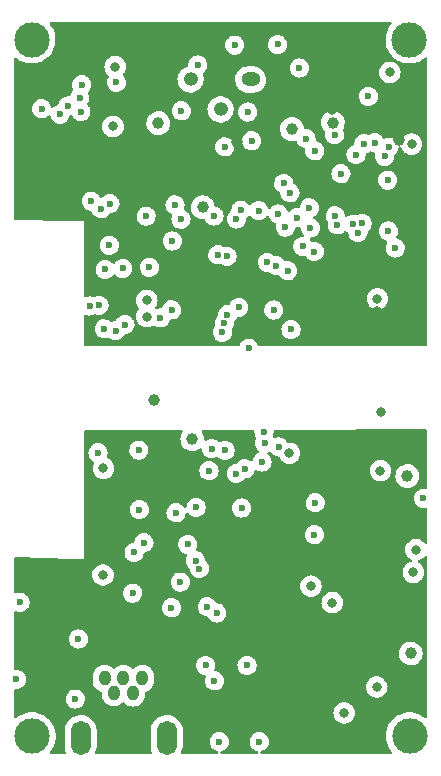
<source format=gbr>
G04 #@! TF.GenerationSoftware,KiCad,Pcbnew,6.0.4-6f826c9f35~116~ubuntu20.04.1*
G04 #@! TF.CreationDate,2022-06-15T17:18:02-05:00*
G04 #@! TF.ProjectId,strike-controller,73747269-6b65-42d6-936f-6e74726f6c6c,rev?*
G04 #@! TF.SameCoordinates,Original*
G04 #@! TF.FileFunction,Copper,L3,Inr*
G04 #@! TF.FilePolarity,Positive*
%FSLAX46Y46*%
G04 Gerber Fmt 4.6, Leading zero omitted, Abs format (unit mm)*
G04 Created by KiCad (PCBNEW 6.0.4-6f826c9f35~116~ubuntu20.04.1) date 2022-06-15 17:18:02*
%MOMM*%
%LPD*%
G01*
G04 APERTURE LIST*
G04 #@! TA.AperFunction,ComponentPad*
%ADD10C,3.000000*%
G04 #@! TD*
G04 #@! TA.AperFunction,ComponentPad*
%ADD11O,1.000000X1.300000*%
G04 #@! TD*
G04 #@! TA.AperFunction,ComponentPad*
%ADD12O,1.700000X2.900000*%
G04 #@! TD*
G04 #@! TA.AperFunction,ComponentPad*
%ADD13O,1.600000X1.200000*%
G04 #@! TD*
G04 #@! TA.AperFunction,ComponentPad*
%ADD14O,1.200000X1.200000*%
G04 #@! TD*
G04 #@! TA.AperFunction,ViaPad*
%ADD15C,1.000000*%
G04 #@! TD*
G04 #@! TA.AperFunction,ViaPad*
%ADD16C,0.600000*%
G04 #@! TD*
G04 #@! TA.AperFunction,ViaPad*
%ADD17C,0.800000*%
G04 #@! TD*
G04 APERTURE END LIST*
D10*
X132525000Y-115900000D03*
X164490000Y-115900000D03*
X132500000Y-56950000D03*
X164480000Y-56940000D03*
D11*
X138667100Y-111025500D03*
X139454500Y-112219300D03*
X140267300Y-111025500D03*
X141080100Y-112244700D03*
X141867500Y-111025500D03*
D12*
X136635100Y-116080100D03*
X143924900Y-116080100D03*
D13*
X151030000Y-60310000D03*
D14*
X148490000Y-62850000D03*
X145950000Y-60310000D03*
D15*
X159750000Y-100830000D03*
X149810000Y-100920000D03*
D16*
X161010000Y-61750000D03*
X161540000Y-65660000D03*
X153980000Y-72810000D03*
X151720831Y-71418054D03*
X160120000Y-73280000D03*
X153380000Y-71700000D03*
X158140000Y-64980000D03*
X153850000Y-69120000D03*
X149830000Y-72130000D03*
X150020000Y-79600000D03*
X151110000Y-65510000D03*
X155720133Y-65322333D03*
X145170000Y-62970000D03*
X162737263Y-66044796D03*
X146560000Y-59080000D03*
X139670000Y-60560000D03*
X144630000Y-70930000D03*
X145140000Y-72140000D03*
X142190000Y-71880000D03*
X153210000Y-76090000D03*
X158190000Y-71860000D03*
X154961452Y-72015558D03*
X137540000Y-70610000D03*
X154168090Y-76514500D03*
X154450000Y-81480000D03*
X144340000Y-79820000D03*
X139060000Y-74350000D03*
X148800000Y-80940000D03*
X138370000Y-71260000D03*
X139120000Y-70820000D03*
X152454273Y-75793488D03*
X147930000Y-71870000D03*
X136560000Y-61850000D03*
X136660000Y-63030000D03*
X135548556Y-62553490D03*
X136741858Y-60759392D03*
X152990000Y-79830000D03*
X150870000Y-83060000D03*
X154360486Y-69904367D03*
X162380000Y-66820000D03*
X158680000Y-68300000D03*
X160619446Y-65761912D03*
X155453302Y-74442840D03*
X159680000Y-72570000D03*
X150210000Y-71370000D03*
X156470000Y-66350000D03*
X159960000Y-66670000D03*
X162640000Y-68830000D03*
X162700000Y-73140000D03*
X140203279Y-76294253D03*
X144401693Y-73983489D03*
X143400000Y-80500000D03*
X148639400Y-81712159D03*
X142450000Y-76220000D03*
X153410000Y-91420000D03*
X140390000Y-81060000D03*
X141570000Y-91690000D03*
X146420000Y-96540000D03*
X156500000Y-96150000D03*
X150270000Y-96590000D03*
X149830000Y-93680000D03*
X150570000Y-93280000D03*
X152170000Y-90160000D03*
X149076179Y-80243237D03*
X147730000Y-91560000D03*
X147510000Y-93440000D03*
X148840000Y-66020000D03*
X149040000Y-75280000D03*
X156090000Y-72880000D03*
X158363767Y-72623767D03*
X155993918Y-71182905D03*
X156440000Y-74880000D03*
X152220000Y-91100000D03*
X152000000Y-92700000D03*
D17*
X162050000Y-88450000D03*
X162020000Y-93440000D03*
X138535980Y-102257502D03*
X156140000Y-103200000D03*
X161765500Y-78880000D03*
D16*
X151760000Y-116380000D03*
D17*
X138570000Y-93230000D03*
D16*
X147360000Y-104960000D03*
X133330000Y-62795500D03*
X134889052Y-63264500D03*
X148249794Y-75158430D03*
D15*
X143210000Y-64010000D03*
X146100000Y-90770000D03*
D16*
X136180000Y-112770000D03*
X144330000Y-105050000D03*
X138195500Y-79433387D03*
X150730000Y-109920000D03*
D17*
X164810000Y-102040000D03*
X139380000Y-64280000D03*
D16*
X148380000Y-116380000D03*
D17*
X164655679Y-65779155D03*
D15*
X142840000Y-87440000D03*
D17*
X154320000Y-91960000D03*
D16*
X150790000Y-63060000D03*
X144720000Y-97000000D03*
D17*
X161710000Y-111750000D03*
X162818074Y-59712672D03*
X139560000Y-59230000D03*
D15*
X146970000Y-71140000D03*
D16*
X138720000Y-76400000D03*
D17*
X158950000Y-113940000D03*
D16*
X136450000Y-107680000D03*
D17*
X165040000Y-100120000D03*
D16*
X147220000Y-109910000D03*
D17*
X157940000Y-104610000D03*
D16*
X131200000Y-111100000D03*
X146370177Y-101046969D03*
X148870000Y-91725989D03*
X145076270Y-102866270D03*
X156440000Y-98860000D03*
X131510000Y-104570000D03*
X141060000Y-103800000D03*
D15*
X164870000Y-79200000D03*
D17*
X161773056Y-79913056D03*
D16*
X139280000Y-65580000D03*
D15*
X144960000Y-65350000D03*
D17*
X165265500Y-62985089D03*
D15*
X164580000Y-108910000D03*
D17*
X157924814Y-62923341D03*
D15*
X149920000Y-65590000D03*
X164840000Y-80400000D03*
X164300000Y-93890000D03*
X145160000Y-75590000D03*
X152079175Y-74457059D03*
X163620000Y-65410000D03*
D17*
X157900000Y-59270000D03*
D15*
X157990398Y-63970793D03*
X154518216Y-64515500D03*
D16*
X141620000Y-96730000D03*
X146700000Y-101720000D03*
X148170000Y-105480000D03*
X147960000Y-111230000D03*
X141170000Y-100360000D03*
X145710000Y-99670000D03*
X139600000Y-81570000D03*
X163274500Y-74580000D03*
X160470000Y-72500000D03*
X165660000Y-95770000D03*
X149690000Y-57400000D03*
D17*
X142240000Y-79020000D03*
X142260000Y-80400000D03*
D16*
X153330000Y-57350000D03*
X155160000Y-59340000D03*
X149560000Y-90620000D03*
D17*
X140610000Y-98740000D03*
X139850000Y-93330000D03*
X131390000Y-102290000D03*
D15*
X156230000Y-100920000D03*
D16*
X161900000Y-90950000D03*
X150640000Y-97760000D03*
D15*
X153420000Y-100910000D03*
D16*
X142000000Y-99530000D03*
X138647649Y-81430116D03*
X138110000Y-91920000D03*
X137397793Y-79486930D03*
G04 #@! TA.AperFunction,Conductor*
G36*
X162919197Y-55449559D02*
G01*
X162965705Y-55503201D01*
X162975830Y-55573472D01*
X162942502Y-55642311D01*
X162931765Y-55653625D01*
X162931759Y-55653633D01*
X162928808Y-55656742D01*
X162769002Y-55879136D01*
X162640857Y-56121161D01*
X162546743Y-56378337D01*
X162488404Y-56645907D01*
X162488068Y-56650177D01*
X162473158Y-56839627D01*
X162466917Y-56918918D01*
X162482682Y-57192320D01*
X162483507Y-57196525D01*
X162483508Y-57196533D01*
X162511389Y-57338640D01*
X162535405Y-57461053D01*
X162536792Y-57465103D01*
X162536793Y-57465108D01*
X162622458Y-57715314D01*
X162624112Y-57720144D01*
X162653096Y-57777773D01*
X162723176Y-57917111D01*
X162747160Y-57964799D01*
X162749586Y-57968328D01*
X162749589Y-57968334D01*
X162899843Y-58186953D01*
X162902274Y-58190490D01*
X162905161Y-58193663D01*
X162905162Y-58193664D01*
X163041791Y-58343818D01*
X163086582Y-58393043D01*
X163089877Y-58395798D01*
X163089878Y-58395799D01*
X163165581Y-58459096D01*
X163296675Y-58568707D01*
X163300316Y-58570991D01*
X163525024Y-58711951D01*
X163525028Y-58711953D01*
X163528664Y-58714234D01*
X163596544Y-58744883D01*
X163774345Y-58825164D01*
X163774349Y-58825166D01*
X163778257Y-58826930D01*
X163782377Y-58828150D01*
X163782376Y-58828150D01*
X164036723Y-58903491D01*
X164036727Y-58903492D01*
X164040836Y-58904709D01*
X164045070Y-58905357D01*
X164045075Y-58905358D01*
X164307298Y-58945483D01*
X164307300Y-58945483D01*
X164311540Y-58946132D01*
X164450912Y-58948322D01*
X164581071Y-58950367D01*
X164581077Y-58950367D01*
X164585362Y-58950434D01*
X164857235Y-58917534D01*
X165122127Y-58848041D01*
X165126087Y-58846401D01*
X165126092Y-58846399D01*
X165248632Y-58795641D01*
X165375136Y-58743241D01*
X165598862Y-58612506D01*
X165607879Y-58607237D01*
X165607880Y-58607236D01*
X165611582Y-58605073D01*
X165751446Y-58495406D01*
X165797754Y-58459096D01*
X165863702Y-58432804D01*
X165933397Y-58446339D01*
X165984709Y-58495406D01*
X166001500Y-58558250D01*
X166001500Y-82783842D01*
X165981498Y-82851963D01*
X165927842Y-82898456D01*
X165875466Y-82909842D01*
X161322935Y-82908567D01*
X151762009Y-82905888D01*
X151693894Y-82885867D01*
X151647416Y-82832198D01*
X151643053Y-82821325D01*
X151606064Y-82715106D01*
X151606062Y-82715103D01*
X151603745Y-82708448D01*
X151507626Y-82554624D01*
X151478801Y-82525597D01*
X151384778Y-82430915D01*
X151384774Y-82430912D01*
X151379815Y-82425918D01*
X151368697Y-82418862D01*
X151311410Y-82382507D01*
X151226666Y-82328727D01*
X151176734Y-82310947D01*
X151062425Y-82270243D01*
X151062420Y-82270242D01*
X151055790Y-82267881D01*
X151048802Y-82267048D01*
X151048799Y-82267047D01*
X150925698Y-82252368D01*
X150875680Y-82246404D01*
X150868677Y-82247140D01*
X150868676Y-82247140D01*
X150702288Y-82264628D01*
X150702286Y-82264629D01*
X150695288Y-82265364D01*
X150523579Y-82323818D01*
X150517575Y-82327512D01*
X150375095Y-82415166D01*
X150375092Y-82415168D01*
X150369088Y-82418862D01*
X150364053Y-82423793D01*
X150364050Y-82423795D01*
X150260745Y-82524959D01*
X150239493Y-82545771D01*
X150141235Y-82698238D01*
X150138826Y-82704858D01*
X150138824Y-82704861D01*
X150096013Y-82822484D01*
X150053919Y-82879655D01*
X149987597Y-82904993D01*
X149977591Y-82905388D01*
X144026486Y-82903721D01*
X137069997Y-82901772D01*
X137001882Y-82881751D01*
X136955404Y-82828082D01*
X136944032Y-82775640D01*
X136944103Y-82708448D01*
X136945456Y-81418756D01*
X137834112Y-81418756D01*
X137851812Y-81599276D01*
X137909067Y-81771389D01*
X137912714Y-81777411D01*
X137912715Y-81777413D01*
X137995736Y-81914497D01*
X138003029Y-81926540D01*
X138007918Y-81931603D01*
X138007919Y-81931604D01*
X138045385Y-81970401D01*
X138129031Y-82057018D01*
X138134927Y-82060876D01*
X138230185Y-82123211D01*
X138280808Y-82156338D01*
X138287412Y-82158794D01*
X138287414Y-82158795D01*
X138444207Y-82217106D01*
X138444209Y-82217106D01*
X138450817Y-82219564D01*
X138523559Y-82229270D01*
X138623629Y-82242623D01*
X138623633Y-82242623D01*
X138630610Y-82243554D01*
X138637621Y-82242916D01*
X138637625Y-82242916D01*
X138787559Y-82229270D01*
X138811249Y-82227114D01*
X138817951Y-82224936D01*
X138817953Y-82224936D01*
X138875548Y-82206222D01*
X138966433Y-82176692D01*
X139037398Y-82174664D01*
X139081220Y-82197150D01*
X139081382Y-82196902D01*
X139127551Y-82227114D01*
X139203782Y-82276998D01*
X139233159Y-82296222D01*
X139239763Y-82298678D01*
X139239765Y-82298679D01*
X139396558Y-82356990D01*
X139396560Y-82356990D01*
X139403168Y-82359448D01*
X139486995Y-82370633D01*
X139575980Y-82382507D01*
X139575984Y-82382507D01*
X139582961Y-82383438D01*
X139589972Y-82382800D01*
X139589976Y-82382800D01*
X139732459Y-82369832D01*
X139763600Y-82366998D01*
X139770302Y-82364820D01*
X139770304Y-82364820D01*
X139929409Y-82313124D01*
X139929412Y-82313123D01*
X139936108Y-82310947D01*
X140050231Y-82242916D01*
X140085860Y-82221677D01*
X140085862Y-82221676D01*
X140091912Y-82218069D01*
X140223266Y-82092982D01*
X140300707Y-81976424D01*
X140319742Y-81947774D01*
X140319743Y-81947772D01*
X140323643Y-81941902D01*
X140325807Y-81936206D01*
X140374474Y-81885035D01*
X140426191Y-81868593D01*
X140540869Y-81858157D01*
X140546579Y-81857637D01*
X140553600Y-81856998D01*
X140560302Y-81854820D01*
X140560304Y-81854820D01*
X140719409Y-81803124D01*
X140719412Y-81803123D01*
X140726108Y-81800947D01*
X140881912Y-81708069D01*
X140889546Y-81700799D01*
X147825863Y-81700799D01*
X147843563Y-81881319D01*
X147900818Y-82053432D01*
X147904465Y-82059454D01*
X147904466Y-82059456D01*
X147991014Y-82202364D01*
X147994780Y-82208583D01*
X147999669Y-82213646D01*
X147999670Y-82213647D01*
X148032014Y-82247140D01*
X148120782Y-82339061D01*
X148151937Y-82359448D01*
X148261150Y-82430915D01*
X148272559Y-82438381D01*
X148279163Y-82440837D01*
X148279165Y-82440838D01*
X148435958Y-82499149D01*
X148435960Y-82499149D01*
X148442568Y-82501607D01*
X148526395Y-82512792D01*
X148615380Y-82524666D01*
X148615384Y-82524666D01*
X148622361Y-82525597D01*
X148629372Y-82524959D01*
X148629376Y-82524959D01*
X148771859Y-82511991D01*
X148803000Y-82509157D01*
X148809702Y-82506979D01*
X148809704Y-82506979D01*
X148968809Y-82455283D01*
X148968812Y-82455282D01*
X148975508Y-82453106D01*
X149093939Y-82382507D01*
X149125260Y-82363836D01*
X149125262Y-82363835D01*
X149131312Y-82360228D01*
X149262666Y-82235141D01*
X149363043Y-82084061D01*
X149417045Y-81941902D01*
X149424955Y-81921079D01*
X149424956Y-81921077D01*
X149427455Y-81914497D01*
X149428435Y-81907525D01*
X149452148Y-81738798D01*
X149452148Y-81738795D01*
X149452699Y-81734876D01*
X149453016Y-81712159D01*
X149432797Y-81531904D01*
X149430480Y-81525252D01*
X149430064Y-81523419D01*
X149433476Y-81468640D01*
X153636463Y-81468640D01*
X153654163Y-81649160D01*
X153711418Y-81821273D01*
X153715065Y-81827295D01*
X153715066Y-81827297D01*
X153771522Y-81920517D01*
X153805380Y-81976424D01*
X153810269Y-81981487D01*
X153810270Y-81981488D01*
X153878315Y-82051950D01*
X153931382Y-82106902D01*
X153937278Y-82110760D01*
X154071264Y-82198438D01*
X154083159Y-82206222D01*
X154089763Y-82208678D01*
X154089765Y-82208679D01*
X154246558Y-82266990D01*
X154246560Y-82266990D01*
X154253168Y-82269448D01*
X154336995Y-82280633D01*
X154425980Y-82292507D01*
X154425984Y-82292507D01*
X154432961Y-82293438D01*
X154439972Y-82292800D01*
X154439976Y-82292800D01*
X154582459Y-82279832D01*
X154613600Y-82276998D01*
X154620302Y-82274820D01*
X154620304Y-82274820D01*
X154779409Y-82223124D01*
X154779412Y-82223123D01*
X154786108Y-82220947D01*
X154890369Y-82158795D01*
X154935860Y-82131677D01*
X154935862Y-82131676D01*
X154941912Y-82128069D01*
X155073266Y-82002982D01*
X155173643Y-81851902D01*
X155216608Y-81738798D01*
X155235555Y-81688920D01*
X155235556Y-81688918D01*
X155238055Y-81682338D01*
X155239035Y-81675366D01*
X155262748Y-81506639D01*
X155262748Y-81506636D01*
X155263299Y-81502717D01*
X155263616Y-81480000D01*
X155243397Y-81299745D01*
X155239811Y-81289448D01*
X155186064Y-81135106D01*
X155186062Y-81135103D01*
X155183745Y-81128448D01*
X155149694Y-81073955D01*
X155091359Y-80980598D01*
X155087626Y-80974624D01*
X155073941Y-80960843D01*
X154964778Y-80850915D01*
X154964774Y-80850912D01*
X154959815Y-80845918D01*
X154948697Y-80838862D01*
X154875263Y-80792260D01*
X154806666Y-80748727D01*
X154777463Y-80738328D01*
X154642425Y-80690243D01*
X154642420Y-80690242D01*
X154635790Y-80687881D01*
X154628802Y-80687048D01*
X154628799Y-80687047D01*
X154505698Y-80672368D01*
X154455680Y-80666404D01*
X154448677Y-80667140D01*
X154448676Y-80667140D01*
X154282288Y-80684628D01*
X154282286Y-80684629D01*
X154275288Y-80685364D01*
X154103579Y-80743818D01*
X154068708Y-80765271D01*
X153955095Y-80835166D01*
X153955092Y-80835168D01*
X153949088Y-80838862D01*
X153944053Y-80843793D01*
X153944050Y-80843795D01*
X153826655Y-80958757D01*
X153819493Y-80965771D01*
X153721235Y-81118238D01*
X153718826Y-81124858D01*
X153718824Y-81124861D01*
X153667414Y-81266109D01*
X153659197Y-81288685D01*
X153636463Y-81468640D01*
X149433476Y-81468640D01*
X149434477Y-81452560D01*
X149447985Y-81425777D01*
X149498067Y-81350397D01*
X149523643Y-81311902D01*
X149573896Y-81179611D01*
X149585555Y-81148920D01*
X149585556Y-81148918D01*
X149588055Y-81142338D01*
X149589035Y-81135366D01*
X149612748Y-80966639D01*
X149612748Y-80966636D01*
X149613299Y-80962717D01*
X149613616Y-80940000D01*
X149613174Y-80936057D01*
X149611260Y-80918991D01*
X149623545Y-80849066D01*
X149649583Y-80813702D01*
X149668136Y-80796034D01*
X149699445Y-80766219D01*
X149799822Y-80615139D01*
X149847082Y-80490728D01*
X149889971Y-80434150D01*
X149956640Y-80409741D01*
X149981534Y-80410579D01*
X150002961Y-80413438D01*
X150009972Y-80412800D01*
X150009976Y-80412800D01*
X150152459Y-80399832D01*
X150183600Y-80396998D01*
X150190302Y-80394820D01*
X150190304Y-80394820D01*
X150349409Y-80343124D01*
X150349412Y-80343123D01*
X150356108Y-80340947D01*
X150482705Y-80265480D01*
X150505860Y-80251677D01*
X150505862Y-80251676D01*
X150511912Y-80248069D01*
X150643266Y-80122982D01*
X150743643Y-79971902D01*
X150790422Y-79848757D01*
X150801863Y-79818640D01*
X152176463Y-79818640D01*
X152194163Y-79999160D01*
X152251418Y-80171273D01*
X152255065Y-80177295D01*
X152255066Y-80177297D01*
X152329214Y-80299730D01*
X152345380Y-80326424D01*
X152350269Y-80331487D01*
X152350270Y-80331488D01*
X152359405Y-80340947D01*
X152471382Y-80456902D01*
X152488447Y-80468069D01*
X152613081Y-80549627D01*
X152623159Y-80556222D01*
X152629763Y-80558678D01*
X152629765Y-80558679D01*
X152786558Y-80616990D01*
X152786560Y-80616990D01*
X152793168Y-80619448D01*
X152876995Y-80630633D01*
X152965980Y-80642507D01*
X152965984Y-80642507D01*
X152972961Y-80643438D01*
X152979972Y-80642800D01*
X152979976Y-80642800D01*
X153122459Y-80629832D01*
X153153600Y-80626998D01*
X153160302Y-80624820D01*
X153160304Y-80624820D01*
X153319409Y-80573124D01*
X153319412Y-80573123D01*
X153326108Y-80570947D01*
X153422513Y-80513478D01*
X153475860Y-80481677D01*
X153475862Y-80481676D01*
X153481912Y-80478069D01*
X153613266Y-80352982D01*
X153713643Y-80201902D01*
X153761242Y-80076598D01*
X153775555Y-80038920D01*
X153775556Y-80038918D01*
X153778055Y-80032338D01*
X153779407Y-80022721D01*
X153802748Y-79856639D01*
X153802748Y-79856636D01*
X153803299Y-79852717D01*
X153803616Y-79830000D01*
X153783397Y-79649745D01*
X153780807Y-79642307D01*
X153726064Y-79485106D01*
X153726062Y-79485103D01*
X153723745Y-79478448D01*
X153696142Y-79434273D01*
X153631359Y-79330598D01*
X153627626Y-79324624D01*
X153613941Y-79310843D01*
X153504778Y-79200915D01*
X153504774Y-79200912D01*
X153499815Y-79195918D01*
X153488697Y-79188862D01*
X153440538Y-79158300D01*
X153346666Y-79098727D01*
X153296442Y-79080843D01*
X153182425Y-79040243D01*
X153182420Y-79040242D01*
X153175790Y-79037881D01*
X153168802Y-79037048D01*
X153168799Y-79037047D01*
X153045698Y-79022368D01*
X152995680Y-79016404D01*
X152988677Y-79017140D01*
X152988676Y-79017140D01*
X152822288Y-79034628D01*
X152822286Y-79034629D01*
X152815288Y-79035364D01*
X152643579Y-79093818D01*
X152629457Y-79102506D01*
X152495095Y-79185166D01*
X152495092Y-79185168D01*
X152489088Y-79188862D01*
X152484053Y-79193793D01*
X152484050Y-79193795D01*
X152365767Y-79309627D01*
X152359493Y-79315771D01*
X152261235Y-79468238D01*
X152258826Y-79474858D01*
X152258824Y-79474861D01*
X152213277Y-79600000D01*
X152199197Y-79638685D01*
X152176463Y-79818640D01*
X150801863Y-79818640D01*
X150805555Y-79808920D01*
X150805556Y-79808918D01*
X150808055Y-79802338D01*
X150815580Y-79748794D01*
X150832748Y-79626639D01*
X150832748Y-79626636D01*
X150833299Y-79622717D01*
X150833518Y-79607032D01*
X150833561Y-79603962D01*
X150833561Y-79603957D01*
X150833616Y-79600000D01*
X150813397Y-79419745D01*
X150811080Y-79413091D01*
X150756064Y-79255106D01*
X150756062Y-79255103D01*
X150753745Y-79248448D01*
X150657626Y-79094624D01*
X150651538Y-79088493D01*
X150534778Y-78970915D01*
X150534774Y-78970912D01*
X150529815Y-78965918D01*
X150518697Y-78958862D01*
X150394429Y-78880000D01*
X160851996Y-78880000D01*
X160871958Y-79069928D01*
X160930973Y-79251556D01*
X161026460Y-79416944D01*
X161030878Y-79421851D01*
X161030879Y-79421852D01*
X161078829Y-79475106D01*
X161154247Y-79558866D01*
X161308748Y-79671118D01*
X161314776Y-79673802D01*
X161314778Y-79673803D01*
X161477181Y-79746109D01*
X161483212Y-79748794D01*
X161576613Y-79768647D01*
X161663556Y-79787128D01*
X161663561Y-79787128D01*
X161670013Y-79788500D01*
X161860987Y-79788500D01*
X161867439Y-79787128D01*
X161867444Y-79787128D01*
X161954388Y-79768647D01*
X162047788Y-79748794D01*
X162053819Y-79746109D01*
X162216222Y-79673803D01*
X162216224Y-79673802D01*
X162222252Y-79671118D01*
X162376753Y-79558866D01*
X162452171Y-79475106D01*
X162500121Y-79421852D01*
X162500122Y-79421851D01*
X162504540Y-79416944D01*
X162600027Y-79251556D01*
X162659042Y-79069928D01*
X162679004Y-78880000D01*
X162671398Y-78807633D01*
X162659732Y-78696635D01*
X162659732Y-78696633D01*
X162659042Y-78690072D01*
X162600027Y-78508444D01*
X162588671Y-78488774D01*
X162507841Y-78348774D01*
X162504540Y-78343056D01*
X162401738Y-78228882D01*
X162381175Y-78206045D01*
X162381174Y-78206044D01*
X162376753Y-78201134D01*
X162222252Y-78088882D01*
X162216224Y-78086198D01*
X162216222Y-78086197D01*
X162053819Y-78013891D01*
X162053818Y-78013891D01*
X162047788Y-78011206D01*
X161954387Y-77991353D01*
X161867444Y-77972872D01*
X161867439Y-77972872D01*
X161860987Y-77971500D01*
X161670013Y-77971500D01*
X161663561Y-77972872D01*
X161663556Y-77972872D01*
X161576613Y-77991353D01*
X161483212Y-78011206D01*
X161477182Y-78013891D01*
X161477181Y-78013891D01*
X161314778Y-78086197D01*
X161314776Y-78086198D01*
X161308748Y-78088882D01*
X161154247Y-78201134D01*
X161149826Y-78206044D01*
X161149825Y-78206045D01*
X161129263Y-78228882D01*
X161026460Y-78343056D01*
X161023159Y-78348774D01*
X160942330Y-78488774D01*
X160930973Y-78508444D01*
X160871958Y-78690072D01*
X160871268Y-78696633D01*
X160871268Y-78696635D01*
X160859602Y-78807633D01*
X160851996Y-78880000D01*
X150394429Y-78880000D01*
X150376666Y-78868727D01*
X150347463Y-78858328D01*
X150212425Y-78810243D01*
X150212420Y-78810242D01*
X150205790Y-78807881D01*
X150198802Y-78807048D01*
X150198799Y-78807047D01*
X150075698Y-78792368D01*
X150025680Y-78786404D01*
X150018677Y-78787140D01*
X150018676Y-78787140D01*
X149852288Y-78804628D01*
X149852286Y-78804629D01*
X149845288Y-78805364D01*
X149673579Y-78863818D01*
X149611109Y-78902250D01*
X149525095Y-78955166D01*
X149525092Y-78955168D01*
X149519088Y-78958862D01*
X149514053Y-78963793D01*
X149514050Y-78963795D01*
X149412373Y-79063365D01*
X149389493Y-79085771D01*
X149291235Y-79238238D01*
X149288824Y-79244862D01*
X149288823Y-79244864D01*
X149249915Y-79351763D01*
X149207821Y-79408935D01*
X149141500Y-79434273D01*
X149116595Y-79433783D01*
X149113274Y-79433387D01*
X149081859Y-79429641D01*
X149074856Y-79430377D01*
X149074855Y-79430377D01*
X148908467Y-79447865D01*
X148908465Y-79447866D01*
X148901467Y-79448601D01*
X148729758Y-79507055D01*
X148723754Y-79510749D01*
X148581274Y-79598403D01*
X148581271Y-79598405D01*
X148575267Y-79602099D01*
X148570232Y-79607030D01*
X148570229Y-79607032D01*
X148450704Y-79724080D01*
X148445672Y-79729008D01*
X148347414Y-79881475D01*
X148345005Y-79888095D01*
X148345003Y-79888098D01*
X148293921Y-80028444D01*
X148285376Y-80051922D01*
X148262642Y-80231877D01*
X148263330Y-80238892D01*
X148265936Y-80265480D01*
X148252675Y-80335227D01*
X148228695Y-80367796D01*
X148182739Y-80412800D01*
X148169493Y-80425771D01*
X148071235Y-80578238D01*
X148068826Y-80584858D01*
X148068824Y-80584861D01*
X148023842Y-80708448D01*
X148009197Y-80748685D01*
X147986463Y-80928640D01*
X148004163Y-81109160D01*
X148006387Y-81115845D01*
X148007851Y-81122733D01*
X148006472Y-81123026D01*
X148008715Y-81186229D01*
X147992550Y-81223290D01*
X147910635Y-81350397D01*
X147908226Y-81357017D01*
X147908224Y-81357020D01*
X147873450Y-81452560D01*
X147848597Y-81520844D01*
X147825863Y-81700799D01*
X140889546Y-81700799D01*
X141013266Y-81582982D01*
X141113643Y-81431902D01*
X141168047Y-81288685D01*
X141175555Y-81268920D01*
X141175556Y-81268918D01*
X141178055Y-81262338D01*
X141182293Y-81232182D01*
X141202748Y-81086639D01*
X141202748Y-81086636D01*
X141203299Y-81082717D01*
X141203452Y-81071738D01*
X141203561Y-81063962D01*
X141203561Y-81063957D01*
X141203616Y-81060000D01*
X141183397Y-80879745D01*
X141175196Y-80856195D01*
X141126064Y-80715106D01*
X141126062Y-80715103D01*
X141123745Y-80708448D01*
X141110893Y-80687881D01*
X141031359Y-80560598D01*
X141027626Y-80554624D01*
X141013941Y-80540843D01*
X140904778Y-80430915D01*
X140904774Y-80430912D01*
X140899815Y-80425918D01*
X140891819Y-80420843D01*
X140792542Y-80357841D01*
X140746666Y-80328727D01*
X140717463Y-80318328D01*
X140582425Y-80270243D01*
X140582420Y-80270242D01*
X140575790Y-80267881D01*
X140568802Y-80267048D01*
X140568799Y-80267047D01*
X140439900Y-80251677D01*
X140395680Y-80246404D01*
X140388677Y-80247140D01*
X140388676Y-80247140D01*
X140222288Y-80264628D01*
X140222286Y-80264629D01*
X140215288Y-80265364D01*
X140043579Y-80323818D01*
X139996174Y-80352982D01*
X139895095Y-80415166D01*
X139895092Y-80415168D01*
X139889088Y-80418862D01*
X139884053Y-80423793D01*
X139884050Y-80423795D01*
X139815701Y-80490728D01*
X139759493Y-80545771D01*
X139661235Y-80698238D01*
X139659923Y-80697393D01*
X139617349Y-80743426D01*
X139565866Y-80760589D01*
X139483111Y-80769287D01*
X139432289Y-80774628D01*
X139432288Y-80774628D01*
X139425288Y-80775364D01*
X139312670Y-80813702D01*
X139283762Y-80823543D01*
X139212830Y-80826561D01*
X139164206Y-80802462D01*
X139162426Y-80801031D01*
X139157464Y-80796034D01*
X139004315Y-80698843D01*
X138971188Y-80687047D01*
X138840074Y-80640359D01*
X138840069Y-80640358D01*
X138833439Y-80637997D01*
X138826451Y-80637164D01*
X138826448Y-80637163D01*
X138690983Y-80621010D01*
X138653329Y-80616520D01*
X138646326Y-80617256D01*
X138646325Y-80617256D01*
X138479937Y-80634744D01*
X138479935Y-80634745D01*
X138472937Y-80635480D01*
X138301228Y-80693934D01*
X138295224Y-80697628D01*
X138152744Y-80785282D01*
X138152741Y-80785284D01*
X138146737Y-80788978D01*
X138141702Y-80793909D01*
X138141699Y-80793911D01*
X138022174Y-80910959D01*
X138017142Y-80915887D01*
X137918884Y-81068354D01*
X137916475Y-81074974D01*
X137916473Y-81074977D01*
X137862490Y-81223294D01*
X137856846Y-81238801D01*
X137834112Y-81418756D01*
X136945456Y-81418756D01*
X136946563Y-80362926D01*
X136966637Y-80294826D01*
X137020341Y-80248390D01*
X137090625Y-80238359D01*
X137116476Y-80244958D01*
X137200961Y-80276378D01*
X137284788Y-80287563D01*
X137373773Y-80299437D01*
X137373777Y-80299437D01*
X137380754Y-80300368D01*
X137387765Y-80299730D01*
X137387769Y-80299730D01*
X137530252Y-80286762D01*
X137561393Y-80283928D01*
X137568095Y-80281750D01*
X137568097Y-80281750D01*
X137727202Y-80230054D01*
X137727205Y-80230053D01*
X137733901Y-80227877D01*
X137788976Y-80195045D01*
X137857729Y-80177346D01*
X137897411Y-80185178D01*
X137915492Y-80191902D01*
X137992058Y-80220377D01*
X137992060Y-80220377D01*
X137998668Y-80222835D01*
X138082495Y-80234020D01*
X138171480Y-80245894D01*
X138171484Y-80245894D01*
X138178461Y-80246825D01*
X138185472Y-80246187D01*
X138185476Y-80246187D01*
X138342706Y-80231877D01*
X138359100Y-80230385D01*
X138365802Y-80228207D01*
X138365804Y-80228207D01*
X138524909Y-80176511D01*
X138524912Y-80176510D01*
X138531608Y-80174334D01*
X138687412Y-80081456D01*
X138818766Y-79956369D01*
X138919143Y-79805289D01*
X138979369Y-79646744D01*
X138981055Y-79642307D01*
X138981056Y-79642305D01*
X138983555Y-79635725D01*
X138984535Y-79628753D01*
X139008248Y-79460026D01*
X139008248Y-79460023D01*
X139008799Y-79456104D01*
X139009116Y-79433387D01*
X138988897Y-79253132D01*
X138985184Y-79242469D01*
X138931564Y-79088493D01*
X138931562Y-79088490D01*
X138929245Y-79081835D01*
X138890607Y-79020000D01*
X141326496Y-79020000D01*
X141327186Y-79026565D01*
X141344986Y-79195918D01*
X141346458Y-79209928D01*
X141405473Y-79391556D01*
X141408776Y-79397278D01*
X141408777Y-79397279D01*
X141427461Y-79429641D01*
X141500960Y-79556944D01*
X141505378Y-79561851D01*
X141505379Y-79561852D01*
X141572859Y-79636796D01*
X141603577Y-79700803D01*
X141594812Y-79771257D01*
X141572859Y-79805416D01*
X141550724Y-79830000D01*
X141520960Y-79863056D01*
X141517659Y-79868774D01*
X141433024Y-80015366D01*
X141425473Y-80028444D01*
X141366458Y-80210072D01*
X141365768Y-80216633D01*
X141365768Y-80216635D01*
X141354229Y-80326424D01*
X141346496Y-80400000D01*
X141347186Y-80406565D01*
X141364607Y-80572312D01*
X141366458Y-80589928D01*
X141425473Y-80771556D01*
X141428776Y-80777278D01*
X141428777Y-80777279D01*
X141437426Y-80792260D01*
X141520960Y-80936944D01*
X141525378Y-80941851D01*
X141525379Y-80941852D01*
X141598429Y-81022982D01*
X141648747Y-81078866D01*
X141803248Y-81191118D01*
X141809276Y-81193802D01*
X141809278Y-81193803D01*
X141971681Y-81266109D01*
X141977712Y-81268794D01*
X142040152Y-81282066D01*
X142158056Y-81307128D01*
X142158061Y-81307128D01*
X142164513Y-81308500D01*
X142355487Y-81308500D01*
X142361939Y-81307128D01*
X142361944Y-81307128D01*
X142479848Y-81282066D01*
X142542288Y-81268794D01*
X142548319Y-81266109D01*
X142710722Y-81193803D01*
X142710724Y-81193802D01*
X142716752Y-81191118D01*
X142770947Y-81151743D01*
X142837815Y-81127884D01*
X142906966Y-81143965D01*
X142913995Y-81148244D01*
X142919343Y-81151743D01*
X142983618Y-81193803D01*
X143033159Y-81226222D01*
X143039763Y-81228678D01*
X143039765Y-81228679D01*
X143196558Y-81286990D01*
X143196560Y-81286990D01*
X143203168Y-81289448D01*
X143280339Y-81299745D01*
X143375980Y-81312507D01*
X143375984Y-81312507D01*
X143382961Y-81313438D01*
X143389972Y-81312800D01*
X143389976Y-81312800D01*
X143533417Y-81299745D01*
X143563600Y-81296998D01*
X143570302Y-81294820D01*
X143570304Y-81294820D01*
X143729409Y-81243124D01*
X143729412Y-81243123D01*
X143736108Y-81240947D01*
X143891912Y-81148069D01*
X144023266Y-81022982D01*
X144123643Y-80871902D01*
X144184010Y-80712987D01*
X144226899Y-80656409D01*
X144293568Y-80632000D01*
X144308930Y-80632517D01*
X144308933Y-80632359D01*
X144315981Y-80632507D01*
X144322961Y-80633438D01*
X144329972Y-80632800D01*
X144329976Y-80632800D01*
X144476680Y-80619448D01*
X144503600Y-80616998D01*
X144510302Y-80614820D01*
X144510304Y-80614820D01*
X144669409Y-80563124D01*
X144669412Y-80563123D01*
X144676108Y-80560947D01*
X144793901Y-80490728D01*
X144825860Y-80471677D01*
X144825862Y-80471676D01*
X144831912Y-80468069D01*
X144963266Y-80342982D01*
X145063643Y-80191902D01*
X145116817Y-80051922D01*
X145125555Y-80028920D01*
X145125556Y-80028918D01*
X145128055Y-80022338D01*
X145130373Y-80005844D01*
X145152748Y-79846639D01*
X145152748Y-79846636D01*
X145153299Y-79842717D01*
X145153452Y-79831738D01*
X145153561Y-79823962D01*
X145153561Y-79823957D01*
X145153616Y-79820000D01*
X145133397Y-79639745D01*
X145129569Y-79628753D01*
X145076064Y-79475106D01*
X145076062Y-79475103D01*
X145073745Y-79468448D01*
X145037989Y-79411226D01*
X144981359Y-79320598D01*
X144977626Y-79314624D01*
X144914997Y-79251556D01*
X144854778Y-79190915D01*
X144854774Y-79190912D01*
X144849815Y-79185918D01*
X144838697Y-79178862D01*
X144718378Y-79102506D01*
X144696666Y-79088727D01*
X144643872Y-79069928D01*
X144532425Y-79030243D01*
X144532420Y-79030242D01*
X144525790Y-79027881D01*
X144518802Y-79027048D01*
X144518799Y-79027047D01*
X144395698Y-79012368D01*
X144345680Y-79006404D01*
X144338677Y-79007140D01*
X144338676Y-79007140D01*
X144172288Y-79024628D01*
X144172286Y-79024629D01*
X144165288Y-79025364D01*
X143993579Y-79083818D01*
X143931109Y-79122250D01*
X143845095Y-79175166D01*
X143845092Y-79175168D01*
X143839088Y-79178862D01*
X143834053Y-79183793D01*
X143834050Y-79183795D01*
X143768029Y-79248448D01*
X143709493Y-79305771D01*
X143611235Y-79458238D01*
X143608826Y-79464858D01*
X143608824Y-79464861D01*
X143557249Y-79606561D01*
X143515154Y-79663732D01*
X143448833Y-79689070D01*
X143423930Y-79688580D01*
X143412674Y-79687238D01*
X143405680Y-79686404D01*
X143398677Y-79687140D01*
X143398676Y-79687140D01*
X143232288Y-79704628D01*
X143232286Y-79704629D01*
X143225288Y-79705364D01*
X143129481Y-79737979D01*
X143058550Y-79740997D01*
X142997246Y-79705187D01*
X142965035Y-79641918D01*
X142972142Y-79571278D01*
X142979758Y-79555701D01*
X143071223Y-79397279D01*
X143071224Y-79397278D01*
X143074527Y-79391556D01*
X143133542Y-79209928D01*
X143135015Y-79195918D01*
X143152814Y-79026565D01*
X143153504Y-79020000D01*
X143143836Y-78928011D01*
X143134232Y-78836635D01*
X143134232Y-78836633D01*
X143133542Y-78830072D01*
X143074527Y-78648444D01*
X143069903Y-78640434D01*
X142993698Y-78508444D01*
X142979040Y-78483056D01*
X142851253Y-78341134D01*
X142696752Y-78228882D01*
X142690724Y-78226198D01*
X142690722Y-78226197D01*
X142528319Y-78153891D01*
X142528318Y-78153891D01*
X142522288Y-78151206D01*
X142428888Y-78131353D01*
X142341944Y-78112872D01*
X142341939Y-78112872D01*
X142335487Y-78111500D01*
X142144513Y-78111500D01*
X142138061Y-78112872D01*
X142138056Y-78112872D01*
X142051112Y-78131353D01*
X141957712Y-78151206D01*
X141951682Y-78153891D01*
X141951681Y-78153891D01*
X141789278Y-78226197D01*
X141789276Y-78226198D01*
X141783248Y-78228882D01*
X141628747Y-78341134D01*
X141500960Y-78483056D01*
X141486302Y-78508444D01*
X141410098Y-78640434D01*
X141405473Y-78648444D01*
X141346458Y-78830072D01*
X141345768Y-78836633D01*
X141345768Y-78836635D01*
X141336164Y-78928011D01*
X141326496Y-79020000D01*
X138890607Y-79020000D01*
X138888881Y-79017238D01*
X138836859Y-78933985D01*
X138833126Y-78928011D01*
X138828164Y-78923014D01*
X138710278Y-78804302D01*
X138710274Y-78804299D01*
X138705315Y-78799305D01*
X138686301Y-78787238D01*
X138599421Y-78732103D01*
X138552166Y-78702114D01*
X138518348Y-78690072D01*
X138387925Y-78643630D01*
X138387920Y-78643629D01*
X138381290Y-78641268D01*
X138374302Y-78640435D01*
X138374299Y-78640434D01*
X138251198Y-78625755D01*
X138201180Y-78619791D01*
X138194177Y-78620527D01*
X138194176Y-78620527D01*
X138027788Y-78638015D01*
X138027786Y-78638016D01*
X138020788Y-78638751D01*
X137973853Y-78654729D01*
X137855749Y-78694934D01*
X137855746Y-78694935D01*
X137849079Y-78697205D01*
X137805629Y-78723936D01*
X137737128Y-78742595D01*
X137697340Y-78735318D01*
X137614705Y-78705893D01*
X137590217Y-78697173D01*
X137590215Y-78697172D01*
X137583583Y-78694811D01*
X137576595Y-78693978D01*
X137576592Y-78693977D01*
X137453491Y-78679298D01*
X137403473Y-78673334D01*
X137396470Y-78674070D01*
X137396469Y-78674070D01*
X137230081Y-78691558D01*
X137230079Y-78691559D01*
X137223081Y-78692294D01*
X137115007Y-78729085D01*
X137044076Y-78732103D01*
X136982772Y-78696293D01*
X136950560Y-78633024D01*
X136948403Y-78609675D01*
X136950733Y-76388640D01*
X137906463Y-76388640D01*
X137924163Y-76569160D01*
X137981418Y-76741273D01*
X137985065Y-76747295D01*
X137985066Y-76747297D01*
X138069311Y-76886402D01*
X138075380Y-76896424D01*
X138080269Y-76901487D01*
X138080270Y-76901488D01*
X138139792Y-76963124D01*
X138201382Y-77026902D01*
X138226305Y-77043211D01*
X138324841Y-77107691D01*
X138353159Y-77126222D01*
X138359763Y-77128678D01*
X138359765Y-77128679D01*
X138516558Y-77186990D01*
X138516560Y-77186990D01*
X138523168Y-77189448D01*
X138606995Y-77200633D01*
X138695980Y-77212507D01*
X138695984Y-77212507D01*
X138702961Y-77213438D01*
X138709972Y-77212800D01*
X138709976Y-77212800D01*
X138852459Y-77199832D01*
X138883600Y-77196998D01*
X138890302Y-77194820D01*
X138890304Y-77194820D01*
X139049409Y-77143124D01*
X139049412Y-77143123D01*
X139056108Y-77140947D01*
X139211912Y-77048069D01*
X139343266Y-76922982D01*
X139396409Y-76842995D01*
X139450767Y-76797325D01*
X139521187Y-76788293D01*
X139585311Y-76818767D01*
X139591992Y-76825194D01*
X139684661Y-76921155D01*
X139725518Y-76947891D01*
X139821843Y-77010924D01*
X139836438Y-77020475D01*
X139843042Y-77022931D01*
X139843044Y-77022932D01*
X139999837Y-77081243D01*
X139999839Y-77081243D01*
X140006447Y-77083701D01*
X140090274Y-77094886D01*
X140179259Y-77106760D01*
X140179263Y-77106760D01*
X140186240Y-77107691D01*
X140193251Y-77107053D01*
X140193255Y-77107053D01*
X140335738Y-77094085D01*
X140366879Y-77091251D01*
X140373581Y-77089073D01*
X140373583Y-77089073D01*
X140532688Y-77037377D01*
X140532691Y-77037376D01*
X140539387Y-77035200D01*
X140635792Y-76977731D01*
X140689139Y-76945930D01*
X140689141Y-76945929D01*
X140695191Y-76942322D01*
X140826545Y-76817235D01*
X140926922Y-76666155D01*
X140974412Y-76541139D01*
X140988834Y-76503173D01*
X140988835Y-76503171D01*
X140991334Y-76496591D01*
X141002043Y-76420390D01*
X141016027Y-76320892D01*
X141016027Y-76320889D01*
X141016578Y-76316970D01*
X141016895Y-76294253D01*
X141007292Y-76208640D01*
X141636463Y-76208640D01*
X141654163Y-76389160D01*
X141711418Y-76561273D01*
X141715065Y-76567295D01*
X141715066Y-76567297D01*
X141743209Y-76613766D01*
X141805380Y-76716424D01*
X141810269Y-76721487D01*
X141810270Y-76721488D01*
X141831027Y-76742982D01*
X141931382Y-76846902D01*
X142000716Y-76892273D01*
X142047645Y-76922982D01*
X142083159Y-76946222D01*
X142089763Y-76948678D01*
X142089765Y-76948679D01*
X142246558Y-77006990D01*
X142246560Y-77006990D01*
X142253168Y-77009448D01*
X142335810Y-77020475D01*
X142425980Y-77032507D01*
X142425984Y-77032507D01*
X142432961Y-77033438D01*
X142439972Y-77032800D01*
X142439976Y-77032800D01*
X142582459Y-77019832D01*
X142613600Y-77016998D01*
X142620302Y-77014820D01*
X142620304Y-77014820D01*
X142779409Y-76963124D01*
X142779412Y-76963123D01*
X142786108Y-76960947D01*
X142894346Y-76896424D01*
X142935860Y-76871677D01*
X142935862Y-76871676D01*
X142941912Y-76868069D01*
X143073266Y-76742982D01*
X143173643Y-76591902D01*
X143238055Y-76422338D01*
X143239041Y-76415322D01*
X143262748Y-76246639D01*
X143262748Y-76246636D01*
X143263299Y-76242717D01*
X143263616Y-76220000D01*
X143243397Y-76039745D01*
X143240809Y-76032312D01*
X143186064Y-75875106D01*
X143186062Y-75875103D01*
X143183745Y-75868448D01*
X143128492Y-75780024D01*
X143091359Y-75720598D01*
X143087626Y-75714624D01*
X143074830Y-75701738D01*
X142964778Y-75590915D01*
X142964774Y-75590912D01*
X142959815Y-75585918D01*
X142948697Y-75578862D01*
X142900538Y-75548300D01*
X142806666Y-75488727D01*
X142728561Y-75460915D01*
X142642425Y-75430243D01*
X142642420Y-75430242D01*
X142635790Y-75427881D01*
X142628802Y-75427048D01*
X142628799Y-75427047D01*
X142505698Y-75412368D01*
X142455680Y-75406404D01*
X142448677Y-75407140D01*
X142448676Y-75407140D01*
X142282288Y-75424628D01*
X142282286Y-75424629D01*
X142275288Y-75425364D01*
X142103579Y-75483818D01*
X142075163Y-75501300D01*
X141955095Y-75575166D01*
X141955092Y-75575168D01*
X141949088Y-75578862D01*
X141944053Y-75583793D01*
X141944050Y-75583795D01*
X141832087Y-75693438D01*
X141819493Y-75705771D01*
X141721235Y-75858238D01*
X141718826Y-75864858D01*
X141718824Y-75864861D01*
X141666317Y-76009124D01*
X141659197Y-76028685D01*
X141636463Y-76208640D01*
X141007292Y-76208640D01*
X140996676Y-76113998D01*
X140972600Y-76044861D01*
X140939343Y-75949359D01*
X140939341Y-75949356D01*
X140937024Y-75942701D01*
X140840905Y-75788877D01*
X140835943Y-75783880D01*
X140718057Y-75665168D01*
X140718053Y-75665165D01*
X140713094Y-75660171D01*
X140701976Y-75653115D01*
X140630307Y-75607633D01*
X140559945Y-75562980D01*
X140472036Y-75531677D01*
X140395704Y-75504496D01*
X140395699Y-75504495D01*
X140389069Y-75502134D01*
X140382081Y-75501301D01*
X140382078Y-75501300D01*
X140256802Y-75486362D01*
X140208959Y-75480657D01*
X140201956Y-75481393D01*
X140201955Y-75481393D01*
X140035567Y-75498881D01*
X140035565Y-75498882D01*
X140028567Y-75499617D01*
X139856858Y-75558071D01*
X139813697Y-75584624D01*
X139708374Y-75649419D01*
X139708371Y-75649421D01*
X139702367Y-75653115D01*
X139697332Y-75658046D01*
X139697329Y-75658048D01*
X139577804Y-75775096D01*
X139572772Y-75780024D01*
X139528201Y-75849184D01*
X139474489Y-75895607D01*
X139404202Y-75905622D01*
X139339659Y-75876047D01*
X139332886Y-75869711D01*
X139325695Y-75862469D01*
X139308999Y-75845656D01*
X139234778Y-75770915D01*
X139234774Y-75770912D01*
X139229815Y-75765918D01*
X139218697Y-75758862D01*
X139128683Y-75701738D01*
X139076666Y-75668727D01*
X139046676Y-75658048D01*
X138912425Y-75610243D01*
X138912420Y-75610242D01*
X138905790Y-75607881D01*
X138898802Y-75607048D01*
X138898799Y-75607047D01*
X138760801Y-75590592D01*
X138725680Y-75586404D01*
X138718677Y-75587140D01*
X138718676Y-75587140D01*
X138552288Y-75604628D01*
X138552286Y-75604629D01*
X138545288Y-75605364D01*
X138373579Y-75663818D01*
X138351117Y-75677637D01*
X138225095Y-75755166D01*
X138225092Y-75755168D01*
X138219088Y-75758862D01*
X138214053Y-75763793D01*
X138214050Y-75763795D01*
X138098814Y-75876643D01*
X138089493Y-75885771D01*
X137991235Y-76038238D01*
X137988826Y-76044858D01*
X137988824Y-76044861D01*
X137931759Y-76201646D01*
X137929197Y-76208685D01*
X137906463Y-76388640D01*
X136950733Y-76388640D01*
X136952883Y-74338640D01*
X138246463Y-74338640D01*
X138264163Y-74519160D01*
X138321418Y-74691273D01*
X138325065Y-74697295D01*
X138325066Y-74697297D01*
X138385404Y-74796927D01*
X138415380Y-74846424D01*
X138541382Y-74976902D01*
X138574925Y-74998852D01*
X138684264Y-75070401D01*
X138693159Y-75076222D01*
X138699763Y-75078678D01*
X138699765Y-75078679D01*
X138856558Y-75136990D01*
X138856560Y-75136990D01*
X138863168Y-75139448D01*
X138946995Y-75150633D01*
X139035980Y-75162507D01*
X139035984Y-75162507D01*
X139042961Y-75163438D01*
X139049972Y-75162800D01*
X139049976Y-75162800D01*
X139205404Y-75148654D01*
X139222809Y-75147070D01*
X147436257Y-75147070D01*
X147453957Y-75327590D01*
X147511212Y-75499703D01*
X147514859Y-75505725D01*
X147514860Y-75505727D01*
X147585958Y-75623124D01*
X147605174Y-75654854D01*
X147610063Y-75659917D01*
X147610064Y-75659918D01*
X147672665Y-75724743D01*
X147731176Y-75785332D01*
X147807064Y-75834992D01*
X147876483Y-75880418D01*
X147882953Y-75884652D01*
X147889557Y-75887108D01*
X147889559Y-75887109D01*
X148046352Y-75945420D01*
X148046354Y-75945420D01*
X148052962Y-75947878D01*
X148136789Y-75959063D01*
X148225774Y-75970937D01*
X148225778Y-75970937D01*
X148232755Y-75971868D01*
X148239766Y-75971230D01*
X148239770Y-75971230D01*
X148382253Y-75958262D01*
X148413394Y-75955428D01*
X148420094Y-75953251D01*
X148420099Y-75953250D01*
X148477691Y-75934537D01*
X148548659Y-75932510D01*
X148585620Y-75948938D01*
X148673159Y-76006222D01*
X148679763Y-76008678D01*
X148679765Y-76008679D01*
X148836558Y-76066990D01*
X148836560Y-76066990D01*
X148843168Y-76069448D01*
X148926995Y-76080633D01*
X149015980Y-76092507D01*
X149015984Y-76092507D01*
X149022961Y-76093438D01*
X149029972Y-76092800D01*
X149029976Y-76092800D01*
X149172459Y-76079832D01*
X149203600Y-76076998D01*
X149210302Y-76074820D01*
X149210304Y-76074820D01*
X149369409Y-76023124D01*
X149369412Y-76023123D01*
X149376108Y-76020947D01*
X149498682Y-75947878D01*
X149525860Y-75931677D01*
X149525862Y-75931676D01*
X149531912Y-75928069D01*
X149663266Y-75802982D01*
X149677121Y-75782128D01*
X151640736Y-75782128D01*
X151658436Y-75962648D01*
X151715691Y-76134761D01*
X151719338Y-76140783D01*
X151719339Y-76140785D01*
X151778673Y-76238757D01*
X151809653Y-76289912D01*
X151814542Y-76294975D01*
X151814543Y-76294976D01*
X151835783Y-76316970D01*
X151935655Y-76420390D01*
X152087432Y-76519710D01*
X152094036Y-76522166D01*
X152094038Y-76522167D01*
X152250831Y-76580478D01*
X152250833Y-76580478D01*
X152257441Y-76582936D01*
X152324637Y-76591902D01*
X152430253Y-76605995D01*
X152430257Y-76605995D01*
X152437234Y-76606926D01*
X152444245Y-76606288D01*
X152444249Y-76606288D01*
X152513106Y-76600021D01*
X152582759Y-76613766D01*
X152615163Y-76637975D01*
X152691382Y-76716902D01*
X152843159Y-76816222D01*
X152849763Y-76818678D01*
X152849765Y-76818679D01*
X153006558Y-76876990D01*
X153006560Y-76876990D01*
X153013168Y-76879448D01*
X153095255Y-76890401D01*
X153185980Y-76902507D01*
X153185984Y-76902507D01*
X153192961Y-76903438D01*
X153199972Y-76902800D01*
X153199976Y-76902800D01*
X153366100Y-76887681D01*
X153435753Y-76901426D01*
X153485296Y-76947891D01*
X153519822Y-77004901D01*
X153523470Y-77010924D01*
X153528359Y-77015987D01*
X153528360Y-77015988D01*
X153549117Y-77037482D01*
X153649472Y-77141402D01*
X153655368Y-77145260D01*
X153759555Y-77213438D01*
X153801249Y-77240722D01*
X153807853Y-77243178D01*
X153807855Y-77243179D01*
X153964648Y-77301490D01*
X153964650Y-77301490D01*
X153971258Y-77303948D01*
X154055085Y-77315133D01*
X154144070Y-77327007D01*
X154144074Y-77327007D01*
X154151051Y-77327938D01*
X154158062Y-77327300D01*
X154158066Y-77327300D01*
X154300549Y-77314332D01*
X154331690Y-77311498D01*
X154338392Y-77309320D01*
X154338394Y-77309320D01*
X154497499Y-77257624D01*
X154497502Y-77257623D01*
X154504198Y-77255447D01*
X154614912Y-77189448D01*
X154653950Y-77166177D01*
X154653952Y-77166176D01*
X154660002Y-77162569D01*
X154791356Y-77037482D01*
X154891733Y-76886402D01*
X154956145Y-76716838D01*
X154964194Y-76659567D01*
X154980838Y-76541139D01*
X154980838Y-76541136D01*
X154981389Y-76537217D01*
X154981599Y-76522167D01*
X154981651Y-76518462D01*
X154981651Y-76518457D01*
X154981706Y-76514500D01*
X154961487Y-76334245D01*
X154947812Y-76294976D01*
X154904154Y-76169606D01*
X154904152Y-76169603D01*
X154901835Y-76162948D01*
X154805716Y-76009124D01*
X154766201Y-75969332D01*
X154682868Y-75885415D01*
X154682864Y-75885412D01*
X154677905Y-75880418D01*
X154671018Y-75876047D01*
X154618628Y-75842800D01*
X154524756Y-75783227D01*
X154476147Y-75765918D01*
X154360515Y-75724743D01*
X154360510Y-75724742D01*
X154353880Y-75722381D01*
X154346892Y-75721548D01*
X154346889Y-75721547D01*
X154223788Y-75706868D01*
X154173770Y-75700904D01*
X154166767Y-75701640D01*
X154166766Y-75701640D01*
X154135722Y-75704903D01*
X154014208Y-75717675D01*
X153944371Y-75704903D01*
X153894186Y-75659137D01*
X153847626Y-75584624D01*
X153838234Y-75575166D01*
X153724778Y-75460915D01*
X153724774Y-75460912D01*
X153719815Y-75455918D01*
X153681695Y-75431726D01*
X153660538Y-75418300D01*
X153566666Y-75358727D01*
X153497994Y-75334274D01*
X153402425Y-75300243D01*
X153402420Y-75300242D01*
X153395790Y-75297881D01*
X153388802Y-75297048D01*
X153388799Y-75297047D01*
X153265698Y-75282368D01*
X153215680Y-75276404D01*
X153208677Y-75277140D01*
X153208676Y-75277140D01*
X153188517Y-75279259D01*
X153153107Y-75282981D01*
X153083270Y-75270209D01*
X153050533Y-75246457D01*
X152964088Y-75159406D01*
X152955701Y-75154083D01*
X152882834Y-75107841D01*
X152810939Y-75062215D01*
X152781736Y-75051816D01*
X152646698Y-75003731D01*
X152646693Y-75003730D01*
X152640063Y-75001369D01*
X152633075Y-75000536D01*
X152633072Y-75000535D01*
X152509971Y-74985856D01*
X152459953Y-74979892D01*
X152452950Y-74980628D01*
X152452949Y-74980628D01*
X152286561Y-74998116D01*
X152286559Y-74998117D01*
X152279561Y-74998852D01*
X152107852Y-75057306D01*
X152053170Y-75090947D01*
X151959368Y-75148654D01*
X151959365Y-75148656D01*
X151953361Y-75152350D01*
X151948326Y-75157281D01*
X151948323Y-75157283D01*
X151828798Y-75274331D01*
X151823766Y-75279259D01*
X151725508Y-75431726D01*
X151723099Y-75438346D01*
X151723097Y-75438349D01*
X151665879Y-75595554D01*
X151663470Y-75602173D01*
X151640736Y-75782128D01*
X149677121Y-75782128D01*
X149763643Y-75651902D01*
X149812529Y-75523211D01*
X149825555Y-75488920D01*
X149825556Y-75488918D01*
X149828055Y-75482338D01*
X149835168Y-75431726D01*
X149852748Y-75306639D01*
X149852748Y-75306636D01*
X149853299Y-75302717D01*
X149853616Y-75280000D01*
X149833397Y-75099745D01*
X149830333Y-75090947D01*
X149776064Y-74935106D01*
X149776062Y-74935103D01*
X149773745Y-74928448D01*
X149691562Y-74796927D01*
X149681359Y-74780598D01*
X149677626Y-74774624D01*
X149625271Y-74721902D01*
X149554778Y-74650915D01*
X149554774Y-74650912D01*
X149549815Y-74645918D01*
X149539345Y-74639273D01*
X149475501Y-74598757D01*
X149396666Y-74548727D01*
X149322703Y-74522390D01*
X149232425Y-74490243D01*
X149232420Y-74490242D01*
X149225790Y-74487881D01*
X149218802Y-74487048D01*
X149218799Y-74487047D01*
X149095698Y-74472368D01*
X149045680Y-74466404D01*
X149038677Y-74467140D01*
X149038676Y-74467140D01*
X148872288Y-74484628D01*
X148872286Y-74484629D01*
X148865288Y-74485364D01*
X148813670Y-74502936D01*
X148742739Y-74505954D01*
X148705555Y-74490044D01*
X148624323Y-74438493D01*
X148612414Y-74430935D01*
X148612411Y-74430933D01*
X148606460Y-74427157D01*
X148577257Y-74416758D01*
X148442219Y-74368673D01*
X148442214Y-74368672D01*
X148435584Y-74366311D01*
X148428596Y-74365478D01*
X148428593Y-74365477D01*
X148298797Y-74350000D01*
X148255474Y-74344834D01*
X148248471Y-74345570D01*
X148248470Y-74345570D01*
X148082082Y-74363058D01*
X148082080Y-74363059D01*
X148075082Y-74363794D01*
X147903373Y-74422248D01*
X147840903Y-74460680D01*
X147754889Y-74513596D01*
X147754886Y-74513598D01*
X147748882Y-74517292D01*
X147743847Y-74522223D01*
X147743844Y-74522225D01*
X147628513Y-74635166D01*
X147619287Y-74644201D01*
X147521029Y-74796668D01*
X147518620Y-74803288D01*
X147518618Y-74803291D01*
X147473065Y-74928448D01*
X147458991Y-74967115D01*
X147436257Y-75147070D01*
X139222809Y-75147070D01*
X139223600Y-75146998D01*
X139230302Y-75144820D01*
X139230304Y-75144820D01*
X139389409Y-75093124D01*
X139389412Y-75093123D01*
X139396108Y-75090947D01*
X139551912Y-74998069D01*
X139683266Y-74872982D01*
X139783643Y-74721902D01*
X139839043Y-74576062D01*
X139845555Y-74558920D01*
X139845556Y-74558918D01*
X139848055Y-74552338D01*
X139851413Y-74528448D01*
X139872748Y-74376639D01*
X139872748Y-74376636D01*
X139873299Y-74372717D01*
X139873616Y-74350000D01*
X139853397Y-74169745D01*
X139849771Y-74159333D01*
X139796064Y-74005106D01*
X139796062Y-74005103D01*
X139793745Y-73998448D01*
X139777299Y-73972129D01*
X143588156Y-73972129D01*
X143605856Y-74152649D01*
X143663111Y-74324762D01*
X143666758Y-74330784D01*
X143666759Y-74330786D01*
X143749397Y-74467238D01*
X143757073Y-74479913D01*
X143761962Y-74484976D01*
X143761963Y-74484977D01*
X143798093Y-74522390D01*
X143883075Y-74610391D01*
X144034852Y-74709711D01*
X144041456Y-74712167D01*
X144041458Y-74712168D01*
X144198251Y-74770479D01*
X144198253Y-74770479D01*
X144204861Y-74772937D01*
X144275317Y-74782338D01*
X144377673Y-74795996D01*
X144377677Y-74795996D01*
X144384654Y-74796927D01*
X144391665Y-74796289D01*
X144391669Y-74796289D01*
X144534152Y-74783321D01*
X144565293Y-74780487D01*
X144571995Y-74778309D01*
X144571997Y-74778309D01*
X144731102Y-74726613D01*
X144731105Y-74726612D01*
X144737801Y-74724436D01*
X144834206Y-74666967D01*
X144887553Y-74635166D01*
X144887555Y-74635165D01*
X144893605Y-74631558D01*
X145024959Y-74506471D01*
X145125336Y-74355391D01*
X145168355Y-74242143D01*
X145187248Y-74192409D01*
X145187249Y-74192407D01*
X145189748Y-74185827D01*
X145192943Y-74163091D01*
X145214441Y-74010128D01*
X145214441Y-74010125D01*
X145214992Y-74006206D01*
X145215309Y-73983489D01*
X145195090Y-73803234D01*
X145192773Y-73796580D01*
X145137757Y-73638595D01*
X145137755Y-73638592D01*
X145135438Y-73631937D01*
X145129058Y-73621727D01*
X145043052Y-73484087D01*
X145039319Y-73478113D01*
X145025634Y-73464332D01*
X144916471Y-73354404D01*
X144916467Y-73354401D01*
X144911508Y-73349407D01*
X144900390Y-73342351D01*
X144837044Y-73302151D01*
X144758359Y-73252216D01*
X144729156Y-73241817D01*
X144594118Y-73193732D01*
X144594113Y-73193731D01*
X144587483Y-73191370D01*
X144580495Y-73190537D01*
X144580492Y-73190536D01*
X144444247Y-73174290D01*
X144407373Y-73169893D01*
X144400370Y-73170629D01*
X144400369Y-73170629D01*
X144233981Y-73188117D01*
X144233979Y-73188118D01*
X144226981Y-73188853D01*
X144055272Y-73247307D01*
X144015401Y-73271836D01*
X143906788Y-73338655D01*
X143906785Y-73338657D01*
X143900781Y-73342351D01*
X143895746Y-73347282D01*
X143895743Y-73347284D01*
X143784886Y-73455844D01*
X143771186Y-73469260D01*
X143672928Y-73621727D01*
X143670519Y-73628347D01*
X143670517Y-73628350D01*
X143614779Y-73781488D01*
X143610890Y-73792174D01*
X143588156Y-73972129D01*
X139777299Y-73972129D01*
X139733579Y-73902162D01*
X139701359Y-73850598D01*
X139697626Y-73844624D01*
X139683941Y-73830843D01*
X139574778Y-73720915D01*
X139574774Y-73720912D01*
X139569815Y-73715918D01*
X139561045Y-73710352D01*
X139478193Y-73657773D01*
X139416666Y-73618727D01*
X139381548Y-73606222D01*
X139252425Y-73560243D01*
X139252420Y-73560242D01*
X139245790Y-73557881D01*
X139238802Y-73557048D01*
X139238799Y-73557047D01*
X139115698Y-73542368D01*
X139065680Y-73536404D01*
X139058677Y-73537140D01*
X139058676Y-73537140D01*
X138892288Y-73554628D01*
X138892286Y-73554629D01*
X138885288Y-73555364D01*
X138713579Y-73613818D01*
X138686624Y-73630401D01*
X138565095Y-73705166D01*
X138565092Y-73705168D01*
X138559088Y-73708862D01*
X138554053Y-73713793D01*
X138554050Y-73713795D01*
X138434525Y-73830843D01*
X138429493Y-73835771D01*
X138331235Y-73988238D01*
X138328826Y-73994858D01*
X138328824Y-73994861D01*
X138293284Y-74092507D01*
X138269197Y-74158685D01*
X138246463Y-74338640D01*
X136952883Y-74338640D01*
X136954981Y-72338115D01*
X136955000Y-72320000D01*
X135829925Y-72296286D01*
X131131538Y-72197257D01*
X131063854Y-72175824D01*
X131018502Y-72121200D01*
X131008193Y-72071313D01*
X131008193Y-72068624D01*
X131007863Y-70598640D01*
X136726463Y-70598640D01*
X136744163Y-70779160D01*
X136801418Y-70951273D01*
X136805065Y-70957295D01*
X136805066Y-70957297D01*
X136890981Y-71099160D01*
X136895380Y-71106424D01*
X136900269Y-71111487D01*
X136900270Y-71111488D01*
X136916918Y-71128727D01*
X137021382Y-71236902D01*
X137082819Y-71277105D01*
X137161906Y-71328858D01*
X137173159Y-71336222D01*
X137179763Y-71338678D01*
X137179765Y-71338679D01*
X137336558Y-71396990D01*
X137336560Y-71396990D01*
X137343168Y-71399448D01*
X137350153Y-71400380D01*
X137350157Y-71400381D01*
X137412709Y-71408727D01*
X137496509Y-71419908D01*
X137561385Y-71448744D01*
X137599401Y-71505028D01*
X137631418Y-71601273D01*
X137635065Y-71607295D01*
X137635066Y-71607297D01*
X137704174Y-71721408D01*
X137725380Y-71756424D01*
X137730269Y-71761487D01*
X137730270Y-71761488D01*
X137792681Y-71826116D01*
X137851382Y-71886902D01*
X137883729Y-71908069D01*
X137993503Y-71979903D01*
X138003159Y-71986222D01*
X138009763Y-71988678D01*
X138009765Y-71988679D01*
X138166558Y-72046990D01*
X138166560Y-72046990D01*
X138173168Y-72049448D01*
X138256995Y-72060633D01*
X138345980Y-72072507D01*
X138345984Y-72072507D01*
X138352961Y-72073438D01*
X138359972Y-72072800D01*
X138359976Y-72072800D01*
X138502459Y-72059832D01*
X138533600Y-72056998D01*
X138540302Y-72054820D01*
X138540304Y-72054820D01*
X138699409Y-72003124D01*
X138699412Y-72003123D01*
X138706108Y-72000947D01*
X138821657Y-71932066D01*
X138855860Y-71911677D01*
X138855862Y-71911676D01*
X138861912Y-71908069D01*
X138903316Y-71868640D01*
X141376463Y-71868640D01*
X141394163Y-72049160D01*
X141451418Y-72221273D01*
X141455065Y-72227295D01*
X141455066Y-72227297D01*
X141541264Y-72369627D01*
X141545380Y-72376424D01*
X141550269Y-72381487D01*
X141550270Y-72381488D01*
X141599486Y-72432452D01*
X141671382Y-72506902D01*
X141703729Y-72528069D01*
X141801982Y-72592364D01*
X141823159Y-72606222D01*
X141829763Y-72608678D01*
X141829765Y-72608679D01*
X141986558Y-72666990D01*
X141986560Y-72666990D01*
X141993168Y-72669448D01*
X142076995Y-72680633D01*
X142165980Y-72692507D01*
X142165984Y-72692507D01*
X142172961Y-72693438D01*
X142179972Y-72692800D01*
X142179976Y-72692800D01*
X142322459Y-72679832D01*
X142353600Y-72676998D01*
X142360302Y-72674820D01*
X142360304Y-72674820D01*
X142519409Y-72623124D01*
X142519412Y-72623123D01*
X142526108Y-72620947D01*
X142622513Y-72563478D01*
X142675860Y-72531677D01*
X142675862Y-72531676D01*
X142681912Y-72528069D01*
X142813266Y-72402982D01*
X142913643Y-72251902D01*
X142959950Y-72130000D01*
X142975555Y-72088920D01*
X142975556Y-72088918D01*
X142978055Y-72082338D01*
X142979306Y-72073438D01*
X143002748Y-71906639D01*
X143002748Y-71906636D01*
X143003299Y-71902717D01*
X143003616Y-71880000D01*
X142983397Y-71699745D01*
X142979640Y-71688956D01*
X142926064Y-71535106D01*
X142926062Y-71535103D01*
X142923745Y-71528448D01*
X142896701Y-71485168D01*
X142831359Y-71380598D01*
X142827626Y-71374624D01*
X142813698Y-71360598D01*
X142704778Y-71250915D01*
X142704774Y-71250912D01*
X142699815Y-71245918D01*
X142691688Y-71240760D01*
X142597273Y-71180843D01*
X142546666Y-71148727D01*
X142499677Y-71131995D01*
X142382425Y-71090243D01*
X142382420Y-71090242D01*
X142375790Y-71087881D01*
X142368802Y-71087048D01*
X142368799Y-71087047D01*
X142233510Y-71070915D01*
X142195680Y-71066404D01*
X142188677Y-71067140D01*
X142188676Y-71067140D01*
X142022288Y-71084628D01*
X142022286Y-71084629D01*
X142015288Y-71085364D01*
X141843579Y-71143818D01*
X141798510Y-71171545D01*
X141695095Y-71235166D01*
X141695092Y-71235168D01*
X141689088Y-71238862D01*
X141684053Y-71243793D01*
X141684050Y-71243795D01*
X141570876Y-71354624D01*
X141559493Y-71365771D01*
X141461235Y-71518238D01*
X141458826Y-71524858D01*
X141458824Y-71524861D01*
X141406476Y-71668685D01*
X141399197Y-71688685D01*
X141376463Y-71868640D01*
X138903316Y-71868640D01*
X138993266Y-71782982D01*
X139058550Y-71684721D01*
X139112906Y-71639052D01*
X139152077Y-71628968D01*
X139246307Y-71620392D01*
X139283600Y-71616998D01*
X139290302Y-71614820D01*
X139290304Y-71614820D01*
X139449409Y-71563124D01*
X139449412Y-71563123D01*
X139456108Y-71560947D01*
X139571244Y-71492312D01*
X139605860Y-71471677D01*
X139605862Y-71471676D01*
X139611912Y-71468069D01*
X139743266Y-71342982D01*
X139843643Y-71191902D01*
X139891036Y-71067140D01*
X139905555Y-71028920D01*
X139905556Y-71028918D01*
X139908055Y-71022338D01*
X139910822Y-71002650D01*
X139922629Y-70918640D01*
X143816463Y-70918640D01*
X143834163Y-71099160D01*
X143891418Y-71271273D01*
X143895065Y-71277295D01*
X143895066Y-71277297D01*
X143981434Y-71419908D01*
X143985380Y-71426424D01*
X143990269Y-71431487D01*
X143990270Y-71431488D01*
X144037923Y-71480834D01*
X144111382Y-71556902D01*
X144168975Y-71594590D01*
X144222518Y-71629627D01*
X144263159Y-71656222D01*
X144315424Y-71675659D01*
X144372297Y-71718150D01*
X144397171Y-71784646D01*
X144389902Y-71836849D01*
X144378846Y-71867225D01*
X144355627Y-71931020D01*
X144349197Y-71948685D01*
X144326463Y-72128640D01*
X144344163Y-72309160D01*
X144401418Y-72481273D01*
X144405065Y-72487295D01*
X144405066Y-72487297D01*
X144491264Y-72629627D01*
X144495380Y-72636424D01*
X144621382Y-72766902D01*
X144664482Y-72795106D01*
X144751982Y-72852364D01*
X144773159Y-72866222D01*
X144779763Y-72868678D01*
X144779765Y-72868679D01*
X144936558Y-72926990D01*
X144936560Y-72926990D01*
X144943168Y-72929448D01*
X145026995Y-72940633D01*
X145115980Y-72952507D01*
X145115984Y-72952507D01*
X145122961Y-72953438D01*
X145129972Y-72952800D01*
X145129976Y-72952800D01*
X145272459Y-72939832D01*
X145303600Y-72936998D01*
X145310302Y-72934820D01*
X145310304Y-72934820D01*
X145469409Y-72883124D01*
X145469412Y-72883123D01*
X145476108Y-72880947D01*
X145594203Y-72810548D01*
X145625860Y-72791677D01*
X145625862Y-72791676D01*
X145631912Y-72788069D01*
X145763266Y-72662982D01*
X145863643Y-72511902D01*
X145917689Y-72369627D01*
X145925555Y-72348920D01*
X145925556Y-72348918D01*
X145928055Y-72342338D01*
X145929035Y-72335366D01*
X145952748Y-72166639D01*
X145952748Y-72166636D01*
X145953299Y-72162717D01*
X145953527Y-72146362D01*
X145953561Y-72143962D01*
X145953561Y-72143957D01*
X145953616Y-72140000D01*
X145933397Y-71959745D01*
X145931080Y-71953091D01*
X145876064Y-71795106D01*
X145876062Y-71795103D01*
X145873745Y-71788448D01*
X145823247Y-71707633D01*
X145781359Y-71640598D01*
X145777626Y-71634624D01*
X145772664Y-71629627D01*
X145654778Y-71510915D01*
X145654774Y-71510912D01*
X145649815Y-71505918D01*
X145637714Y-71498238D01*
X145547159Y-71440771D01*
X145496666Y-71408727D01*
X145456150Y-71394300D01*
X145398689Y-71352608D01*
X145372888Y-71286465D01*
X145380631Y-71230859D01*
X145415554Y-71138924D01*
X145415556Y-71138917D01*
X145418055Y-71132338D01*
X145418967Y-71125851D01*
X145956719Y-71125851D01*
X145957235Y-71131995D01*
X145970206Y-71286465D01*
X145973268Y-71322934D01*
X145994503Y-71396990D01*
X146025738Y-71505918D01*
X146027783Y-71513050D01*
X146030602Y-71518535D01*
X146102625Y-71658675D01*
X146118187Y-71688956D01*
X146241035Y-71843953D01*
X146245728Y-71847947D01*
X146245729Y-71847948D01*
X146377091Y-71959745D01*
X146391650Y-71972136D01*
X146564294Y-72068624D01*
X146752392Y-72129740D01*
X146948777Y-72153158D01*
X146954912Y-72152686D01*
X146954914Y-72152686D01*
X147070677Y-72143778D01*
X147140132Y-72158495D01*
X147190406Y-72208230D01*
X147191418Y-72211273D01*
X147195063Y-72217291D01*
X147195064Y-72217294D01*
X147281732Y-72360401D01*
X147285380Y-72366424D01*
X147290269Y-72371487D01*
X147290270Y-72371488D01*
X147349143Y-72432452D01*
X147411382Y-72496902D01*
X147563159Y-72596222D01*
X147569763Y-72598678D01*
X147569765Y-72598679D01*
X147726558Y-72656990D01*
X147726560Y-72656990D01*
X147733168Y-72659448D01*
X147808113Y-72669448D01*
X147905980Y-72682507D01*
X147905984Y-72682507D01*
X147912961Y-72683438D01*
X147919972Y-72682800D01*
X147919976Y-72682800D01*
X148084337Y-72667841D01*
X148093600Y-72666998D01*
X148100302Y-72664820D01*
X148100304Y-72664820D01*
X148259409Y-72613124D01*
X148259412Y-72613123D01*
X148266108Y-72610947D01*
X148393332Y-72535106D01*
X148415860Y-72521677D01*
X148415862Y-72521676D01*
X148421912Y-72518069D01*
X148553266Y-72392982D01*
X148653643Y-72241902D01*
X148698243Y-72124492D01*
X148700466Y-72118640D01*
X149016463Y-72118640D01*
X149034163Y-72299160D01*
X149091418Y-72471273D01*
X149095065Y-72477295D01*
X149095066Y-72477297D01*
X149179879Y-72617340D01*
X149185380Y-72626424D01*
X149190269Y-72631487D01*
X149190270Y-72631488D01*
X149195037Y-72636424D01*
X149311382Y-72756902D01*
X149364524Y-72791677D01*
X149427240Y-72832717D01*
X149463159Y-72856222D01*
X149469763Y-72858678D01*
X149469765Y-72858679D01*
X149626558Y-72916990D01*
X149626560Y-72916990D01*
X149633168Y-72919448D01*
X149708113Y-72929448D01*
X149805980Y-72942507D01*
X149805984Y-72942507D01*
X149812961Y-72943438D01*
X149819972Y-72942800D01*
X149819976Y-72942800D01*
X149966680Y-72929448D01*
X149993600Y-72926998D01*
X150000302Y-72924820D01*
X150000304Y-72924820D01*
X150159409Y-72873124D01*
X150159412Y-72873123D01*
X150166108Y-72870947D01*
X150270263Y-72808858D01*
X150315860Y-72781677D01*
X150315862Y-72781676D01*
X150321912Y-72778069D01*
X150453266Y-72652982D01*
X150553643Y-72501902D01*
X150597248Y-72387111D01*
X150615555Y-72338920D01*
X150615556Y-72338918D01*
X150618055Y-72332338D01*
X150619035Y-72325366D01*
X150642748Y-72156639D01*
X150642748Y-72156636D01*
X150643299Y-72152717D01*
X150643505Y-72137976D01*
X150643561Y-72133959D01*
X150643561Y-72133955D01*
X150643616Y-72130000D01*
X150643567Y-72129561D01*
X150660035Y-72061307D01*
X150693054Y-72023807D01*
X150695862Y-72021675D01*
X150701912Y-72018069D01*
X150833266Y-71892982D01*
X150843677Y-71877312D01*
X150898034Y-71831642D01*
X150968454Y-71822609D01*
X151032578Y-71853082D01*
X151056400Y-71881766D01*
X151076211Y-71914478D01*
X151081100Y-71919541D01*
X151081101Y-71919542D01*
X151111504Y-71951025D01*
X151202213Y-72044956D01*
X151259339Y-72082338D01*
X151347456Y-72140000D01*
X151353990Y-72144276D01*
X151360594Y-72146732D01*
X151360596Y-72146733D01*
X151517389Y-72205044D01*
X151517391Y-72205044D01*
X151523999Y-72207502D01*
X151607826Y-72218687D01*
X151696811Y-72230561D01*
X151696815Y-72230561D01*
X151703792Y-72231492D01*
X151710803Y-72230854D01*
X151710807Y-72230854D01*
X151867938Y-72216553D01*
X151884431Y-72215052D01*
X151891133Y-72212874D01*
X151891135Y-72212874D01*
X152050240Y-72161178D01*
X152050243Y-72161177D01*
X152056939Y-72159001D01*
X152178126Y-72086759D01*
X152206691Y-72069731D01*
X152206693Y-72069730D01*
X152212743Y-72066123D01*
X152344097Y-71941036D01*
X152377040Y-71891452D01*
X152431395Y-71845785D01*
X152501814Y-71836752D01*
X152565939Y-71867225D01*
X152601544Y-71921409D01*
X152641418Y-72041273D01*
X152645065Y-72047295D01*
X152645066Y-72047297D01*
X152717342Y-72166639D01*
X152735380Y-72196424D01*
X152740269Y-72201487D01*
X152740270Y-72201488D01*
X152782593Y-72245314D01*
X152861382Y-72326902D01*
X152929517Y-72371488D01*
X153006460Y-72421838D01*
X153013159Y-72426222D01*
X153113278Y-72463456D01*
X153170150Y-72505946D01*
X153195024Y-72572442D01*
X153191821Y-72611178D01*
X153191606Y-72612066D01*
X153189197Y-72618685D01*
X153166463Y-72798640D01*
X153184163Y-72979160D01*
X153241418Y-73151273D01*
X153245065Y-73157295D01*
X153245066Y-73157297D01*
X153330737Y-73298757D01*
X153335380Y-73306424D01*
X153340269Y-73311487D01*
X153340270Y-73311488D01*
X153379823Y-73352446D01*
X153461382Y-73436902D01*
X153510830Y-73469260D01*
X153606214Y-73531677D01*
X153613159Y-73536222D01*
X153619763Y-73538678D01*
X153619765Y-73538679D01*
X153776558Y-73596990D01*
X153776560Y-73596990D01*
X153783168Y-73599448D01*
X153866995Y-73610633D01*
X153955980Y-73622507D01*
X153955984Y-73622507D01*
X153962961Y-73623438D01*
X153969972Y-73622800D01*
X153969976Y-73622800D01*
X154112459Y-73609832D01*
X154143600Y-73606998D01*
X154150302Y-73604820D01*
X154150304Y-73604820D01*
X154309409Y-73553124D01*
X154309412Y-73553123D01*
X154316108Y-73550947D01*
X154427896Y-73484308D01*
X154465860Y-73461677D01*
X154465862Y-73461676D01*
X154471912Y-73458069D01*
X154603266Y-73332982D01*
X154703643Y-73181902D01*
X154746339Y-73069504D01*
X154765555Y-73018920D01*
X154765556Y-73018918D01*
X154768055Y-73012338D01*
X154779180Y-72933179D01*
X154808468Y-72868504D01*
X154868072Y-72829931D01*
X154920618Y-72825821D01*
X154925818Y-72826515D01*
X154937433Y-72828065D01*
X154937436Y-72828065D01*
X154944413Y-72828996D01*
X154951424Y-72828358D01*
X154951428Y-72828358D01*
X155034732Y-72820776D01*
X155125052Y-72812556D01*
X155131170Y-72810568D01*
X155201680Y-72816443D01*
X155258013Y-72859654D01*
X155281663Y-72921677D01*
X155294163Y-73049160D01*
X155351418Y-73221273D01*
X155355065Y-73227295D01*
X155355066Y-73227297D01*
X155439607Y-73366891D01*
X155445380Y-73376424D01*
X155450269Y-73381487D01*
X155450270Y-73381488D01*
X155488824Y-73421411D01*
X155521757Y-73484308D01*
X155515458Y-73555024D01*
X155471926Y-73611109D01*
X155411359Y-73634249D01*
X155285590Y-73647468D01*
X155285588Y-73647469D01*
X155278590Y-73648204D01*
X155106881Y-73706658D01*
X155083707Y-73720915D01*
X154958397Y-73798006D01*
X154958394Y-73798008D01*
X154952390Y-73801702D01*
X154947355Y-73806633D01*
X154947352Y-73806635D01*
X154828309Y-73923211D01*
X154822795Y-73928611D01*
X154724537Y-74081078D01*
X154722128Y-74087698D01*
X154722126Y-74087701D01*
X154672204Y-74224861D01*
X154662499Y-74251525D01*
X154639765Y-74431480D01*
X154657465Y-74612000D01*
X154714720Y-74784113D01*
X154718367Y-74790135D01*
X154718368Y-74790137D01*
X154802132Y-74928448D01*
X154808682Y-74939264D01*
X154813571Y-74944327D01*
X154813572Y-74944328D01*
X154868954Y-75001677D01*
X154934684Y-75069742D01*
X155010573Y-75119402D01*
X155077867Y-75163438D01*
X155086461Y-75169062D01*
X155093065Y-75171518D01*
X155093067Y-75171519D01*
X155249860Y-75229830D01*
X155249862Y-75229830D01*
X155256470Y-75232288D01*
X155340297Y-75243473D01*
X155429282Y-75255347D01*
X155429286Y-75255347D01*
X155436263Y-75256278D01*
X155443274Y-75255640D01*
X155443278Y-75255640D01*
X155564446Y-75244612D01*
X155616902Y-75239838D01*
X155617221Y-75239734D01*
X155685329Y-75245412D01*
X155741660Y-75288625D01*
X155747685Y-75297670D01*
X155791720Y-75370380D01*
X155795380Y-75376424D01*
X155800269Y-75381487D01*
X155800270Y-75381488D01*
X155825042Y-75407140D01*
X155921382Y-75506902D01*
X155927278Y-75510760D01*
X156056857Y-75595554D01*
X156073159Y-75606222D01*
X156079763Y-75608678D01*
X156079765Y-75608679D01*
X156236558Y-75666990D01*
X156236560Y-75666990D01*
X156243168Y-75669448D01*
X156326995Y-75680633D01*
X156415980Y-75692507D01*
X156415984Y-75692507D01*
X156422961Y-75693438D01*
X156429972Y-75692800D01*
X156429976Y-75692800D01*
X156572459Y-75679832D01*
X156603600Y-75676998D01*
X156610302Y-75674820D01*
X156610304Y-75674820D01*
X156769409Y-75623124D01*
X156769412Y-75623123D01*
X156776108Y-75620947D01*
X156931912Y-75528069D01*
X157063266Y-75402982D01*
X157163643Y-75251902D01*
X157223958Y-75093124D01*
X157225555Y-75088920D01*
X157225556Y-75088918D01*
X157228055Y-75082338D01*
X157231054Y-75061000D01*
X157252748Y-74906639D01*
X157252748Y-74906636D01*
X157253299Y-74902717D01*
X157253616Y-74880000D01*
X157233397Y-74699745D01*
X157230447Y-74691273D01*
X157176064Y-74535106D01*
X157176062Y-74535103D01*
X157173745Y-74528448D01*
X157169960Y-74522390D01*
X157081359Y-74380598D01*
X157077626Y-74374624D01*
X157071800Y-74368757D01*
X156954778Y-74250915D01*
X156954774Y-74250912D01*
X156949815Y-74245918D01*
X156916635Y-74224861D01*
X156844140Y-74178855D01*
X156796666Y-74148727D01*
X156728446Y-74124435D01*
X156632425Y-74090243D01*
X156632420Y-74090242D01*
X156625790Y-74087881D01*
X156618802Y-74087048D01*
X156618799Y-74087047D01*
X156479023Y-74070380D01*
X156445680Y-74066404D01*
X156438677Y-74067140D01*
X156438676Y-74067140D01*
X156388213Y-74072444D01*
X156266697Y-74085216D01*
X156196859Y-74072444D01*
X156146673Y-74026676D01*
X156090928Y-73937464D01*
X156055870Y-73902161D01*
X156022063Y-73839731D01*
X156027374Y-73768934D01*
X156070119Y-73712246D01*
X156133856Y-73687896D01*
X156188259Y-73682945D01*
X156253600Y-73676998D01*
X156260302Y-73674820D01*
X156260304Y-73674820D01*
X156419409Y-73623124D01*
X156419412Y-73623123D01*
X156426108Y-73620947D01*
X156566531Y-73537238D01*
X156575860Y-73531677D01*
X156575862Y-73531676D01*
X156581912Y-73528069D01*
X156713266Y-73402982D01*
X156813643Y-73251902D01*
X156878055Y-73082338D01*
X156879859Y-73069504D01*
X156902748Y-72906639D01*
X156902748Y-72906636D01*
X156903299Y-72902717D01*
X156903616Y-72880000D01*
X156883397Y-72699745D01*
X156881080Y-72693091D01*
X156826064Y-72535106D01*
X156826062Y-72535103D01*
X156823745Y-72528448D01*
X156819514Y-72521677D01*
X156731359Y-72380598D01*
X156727626Y-72374624D01*
X156708796Y-72355662D01*
X156604778Y-72250915D01*
X156604774Y-72250912D01*
X156599815Y-72245918D01*
X156577084Y-72231492D01*
X156529804Y-72201488D01*
X156446666Y-72148727D01*
X156409950Y-72135653D01*
X156389730Y-72128453D01*
X156332266Y-72086759D01*
X156306466Y-72020616D01*
X156320521Y-71951025D01*
X156367478Y-71901526D01*
X156456195Y-71848640D01*
X157376463Y-71848640D01*
X157394163Y-72029160D01*
X157451418Y-72201273D01*
X157455065Y-72207295D01*
X157455066Y-72207297D01*
X157478090Y-72245314D01*
X157545380Y-72356424D01*
X157546551Y-72357637D01*
X157571497Y-72421838D01*
X157570958Y-72448328D01*
X157564199Y-72501834D01*
X157550230Y-72612407D01*
X157567930Y-72792927D01*
X157625185Y-72965040D01*
X157628832Y-72971062D01*
X157628833Y-72971064D01*
X157700209Y-73088920D01*
X157719147Y-73120191D01*
X157724036Y-73125254D01*
X157724037Y-73125255D01*
X157767144Y-73169893D01*
X157845149Y-73250669D01*
X157889972Y-73280000D01*
X157990268Y-73345632D01*
X157996926Y-73349989D01*
X158003530Y-73352445D01*
X158003532Y-73352446D01*
X158160325Y-73410757D01*
X158160327Y-73410757D01*
X158166935Y-73413215D01*
X158250762Y-73424400D01*
X158339747Y-73436274D01*
X158339751Y-73436274D01*
X158346728Y-73437205D01*
X158353739Y-73436567D01*
X158353743Y-73436567D01*
X158496226Y-73423599D01*
X158527367Y-73420765D01*
X158534069Y-73418587D01*
X158534071Y-73418587D01*
X158693176Y-73366891D01*
X158693179Y-73366890D01*
X158699875Y-73364714D01*
X158819453Y-73293431D01*
X158849627Y-73275444D01*
X158849629Y-73275443D01*
X158855679Y-73271836D01*
X158930316Y-73200760D01*
X158962018Y-73170571D01*
X159025143Y-73138079D01*
X159095814Y-73144872D01*
X159139543Y-73174287D01*
X159161382Y-73196902D01*
X159234939Y-73245036D01*
X159258379Y-73260375D01*
X159304428Y-73314412D01*
X159314785Y-73353511D01*
X159324163Y-73449160D01*
X159381418Y-73621273D01*
X159385065Y-73627295D01*
X159385066Y-73627297D01*
X159469312Y-73766404D01*
X159475380Y-73776424D01*
X159480269Y-73781487D01*
X159480270Y-73781488D01*
X159505719Y-73807841D01*
X159601382Y-73906902D01*
X159661005Y-73945918D01*
X159735798Y-73994861D01*
X159753159Y-74006222D01*
X159759763Y-74008678D01*
X159759765Y-74008679D01*
X159916558Y-74066990D01*
X159916560Y-74066990D01*
X159923168Y-74069448D01*
X160006732Y-74080598D01*
X160095980Y-74092507D01*
X160095984Y-74092507D01*
X160102961Y-74093438D01*
X160109972Y-74092800D01*
X160109976Y-74092800D01*
X160252459Y-74079832D01*
X160283600Y-74076998D01*
X160290302Y-74074820D01*
X160290304Y-74074820D01*
X160449409Y-74023124D01*
X160449412Y-74023123D01*
X160456108Y-74020947D01*
X160581970Y-73945918D01*
X160605860Y-73931677D01*
X160605862Y-73931676D01*
X160611912Y-73928069D01*
X160743266Y-73802982D01*
X160843643Y-73651902D01*
X160908055Y-73482338D01*
X160911466Y-73458069D01*
X160932748Y-73306639D01*
X160932748Y-73306636D01*
X160933299Y-73302717D01*
X160933616Y-73280000D01*
X160932700Y-73271836D01*
X160929949Y-73247303D01*
X160942234Y-73177377D01*
X160968272Y-73142014D01*
X160982316Y-73128640D01*
X161886463Y-73128640D01*
X161904163Y-73309160D01*
X161961418Y-73481273D01*
X161965065Y-73487295D01*
X161965066Y-73487297D01*
X162051583Y-73630154D01*
X162055380Y-73636424D01*
X162060269Y-73641487D01*
X162060270Y-73641488D01*
X162121764Y-73705166D01*
X162181382Y-73766902D01*
X162243943Y-73807841D01*
X162312199Y-73852506D01*
X162333159Y-73866222D01*
X162339763Y-73868678D01*
X162339765Y-73868679D01*
X162496558Y-73926990D01*
X162496560Y-73926990D01*
X162503168Y-73929448D01*
X162516943Y-73931286D01*
X162581819Y-73960123D01*
X162620807Y-74019456D01*
X162621527Y-74090449D01*
X162606191Y-74124428D01*
X162545735Y-74218238D01*
X162543326Y-74224858D01*
X162543324Y-74224861D01*
X162489509Y-74372717D01*
X162483697Y-74388685D01*
X162460963Y-74568640D01*
X162478663Y-74749160D01*
X162535918Y-74921273D01*
X162539565Y-74927295D01*
X162539566Y-74927297D01*
X162621275Y-75062215D01*
X162629880Y-75076424D01*
X162634769Y-75081487D01*
X162634770Y-75081488D01*
X162698650Y-75147637D01*
X162755882Y-75206902D01*
X162816325Y-75246455D01*
X162894913Y-75297881D01*
X162907659Y-75306222D01*
X162914263Y-75308678D01*
X162914265Y-75308679D01*
X163071058Y-75366990D01*
X163071060Y-75366990D01*
X163077668Y-75369448D01*
X163161495Y-75380633D01*
X163250480Y-75392507D01*
X163250484Y-75392507D01*
X163257461Y-75393438D01*
X163264472Y-75392800D01*
X163264476Y-75392800D01*
X163406959Y-75379832D01*
X163438100Y-75376998D01*
X163444802Y-75374820D01*
X163444804Y-75374820D01*
X163603909Y-75323124D01*
X163603912Y-75323123D01*
X163610608Y-75320947D01*
X163726432Y-75251902D01*
X163760360Y-75231677D01*
X163760362Y-75231676D01*
X163766412Y-75228069D01*
X163897766Y-75102982D01*
X163998143Y-74951902D01*
X164057013Y-74796927D01*
X164060055Y-74788920D01*
X164060056Y-74788918D01*
X164062555Y-74782338D01*
X164064222Y-74770479D01*
X164087248Y-74606639D01*
X164087248Y-74606636D01*
X164087799Y-74602717D01*
X164088116Y-74580000D01*
X164067897Y-74399745D01*
X164065580Y-74393091D01*
X164010564Y-74235106D01*
X164010562Y-74235103D01*
X164008245Y-74228448D01*
X163971564Y-74169745D01*
X163915859Y-74080598D01*
X163912126Y-74074624D01*
X163906986Y-74069448D01*
X163789278Y-73950915D01*
X163789274Y-73950912D01*
X163784315Y-73945918D01*
X163758363Y-73929448D01*
X163715366Y-73902162D01*
X163631166Y-73848727D01*
X163580942Y-73830843D01*
X163466925Y-73790243D01*
X163466920Y-73790242D01*
X163460290Y-73787881D01*
X163453301Y-73787048D01*
X163446434Y-73785437D01*
X163447145Y-73782404D01*
X163394544Y-73759907D01*
X163354723Y-73701130D01*
X163353000Y-73630154D01*
X163369774Y-73592982D01*
X163410048Y-73532364D01*
X163423643Y-73511902D01*
X163483472Y-73354404D01*
X163485555Y-73348920D01*
X163485556Y-73348918D01*
X163488055Y-73342338D01*
X163490195Y-73327111D01*
X163512748Y-73166639D01*
X163512748Y-73166636D01*
X163513299Y-73162717D01*
X163513459Y-73151273D01*
X163513561Y-73143962D01*
X163513561Y-73143957D01*
X163513616Y-73140000D01*
X163493397Y-72959745D01*
X163491080Y-72953091D01*
X163436064Y-72795106D01*
X163436062Y-72795103D01*
X163433745Y-72788448D01*
X163378318Y-72699745D01*
X163341359Y-72640598D01*
X163337626Y-72634624D01*
X163316276Y-72613124D01*
X163214778Y-72510915D01*
X163214774Y-72510912D01*
X163209815Y-72505918D01*
X163201688Y-72500760D01*
X163119067Y-72448328D01*
X163056666Y-72408727D01*
X162980170Y-72381488D01*
X162892425Y-72350243D01*
X162892420Y-72350242D01*
X162885790Y-72347881D01*
X162878802Y-72347048D01*
X162878799Y-72347047D01*
X162742210Y-72330760D01*
X162705680Y-72326404D01*
X162698677Y-72327140D01*
X162698676Y-72327140D01*
X162532288Y-72344628D01*
X162532286Y-72344629D01*
X162525288Y-72345364D01*
X162353579Y-72403818D01*
X162347575Y-72407512D01*
X162205095Y-72495166D01*
X162205092Y-72495168D01*
X162199088Y-72498862D01*
X162194053Y-72503793D01*
X162194050Y-72503795D01*
X162074525Y-72620843D01*
X162069493Y-72625771D01*
X161971235Y-72778238D01*
X161968826Y-72784858D01*
X161968824Y-72784861D01*
X161914841Y-72933179D01*
X161909197Y-72948685D01*
X161886463Y-73128640D01*
X160982316Y-73128640D01*
X161088159Y-73027846D01*
X161088162Y-73027843D01*
X161093266Y-73022982D01*
X161193643Y-72871902D01*
X161258055Y-72702338D01*
X161259355Y-72693091D01*
X161282748Y-72526639D01*
X161282748Y-72526636D01*
X161283299Y-72522717D01*
X161283533Y-72505946D01*
X161283561Y-72503962D01*
X161283561Y-72503957D01*
X161283616Y-72500000D01*
X161263397Y-72319745D01*
X161237688Y-72245918D01*
X161206064Y-72155106D01*
X161206062Y-72155103D01*
X161203745Y-72148448D01*
X161185119Y-72118640D01*
X161111359Y-72000598D01*
X161107626Y-71994624D01*
X161102664Y-71989627D01*
X160984778Y-71870915D01*
X160984774Y-71870912D01*
X160979815Y-71865918D01*
X160973084Y-71861646D01*
X160904139Y-71817893D01*
X160826666Y-71768727D01*
X160792059Y-71756404D01*
X160662425Y-71710243D01*
X160662420Y-71710242D01*
X160655790Y-71707881D01*
X160648802Y-71707048D01*
X160648799Y-71707047D01*
X160503698Y-71689745D01*
X160475680Y-71686404D01*
X160468677Y-71687140D01*
X160468676Y-71687140D01*
X160302288Y-71704628D01*
X160302286Y-71704629D01*
X160295288Y-71705364D01*
X160123579Y-71763818D01*
X160066009Y-71799236D01*
X159997510Y-71817893D01*
X159957723Y-71810616D01*
X159872428Y-71780244D01*
X159872422Y-71780243D01*
X159865790Y-71777881D01*
X159858802Y-71777048D01*
X159858799Y-71777047D01*
X159728315Y-71761488D01*
X159685680Y-71756404D01*
X159678677Y-71757140D01*
X159678676Y-71757140D01*
X159512288Y-71774628D01*
X159512286Y-71774629D01*
X159505288Y-71775364D01*
X159333579Y-71833818D01*
X159229512Y-71897841D01*
X159191274Y-71921365D01*
X159122773Y-71940024D01*
X159055059Y-71918685D01*
X159009631Y-71864126D01*
X159000037Y-71828093D01*
X158984182Y-71686744D01*
X158983397Y-71679745D01*
X158981080Y-71673091D01*
X158926064Y-71515106D01*
X158926062Y-71515103D01*
X158923745Y-71508448D01*
X158908228Y-71483615D01*
X158831359Y-71360598D01*
X158827626Y-71354624D01*
X158805521Y-71332364D01*
X158704778Y-71230915D01*
X158704774Y-71230912D01*
X158699815Y-71225918D01*
X158688697Y-71218862D01*
X158625387Y-71178685D01*
X158546666Y-71128727D01*
X158481816Y-71105635D01*
X158382425Y-71070243D01*
X158382420Y-71070242D01*
X158375790Y-71067881D01*
X158368802Y-71067048D01*
X158368799Y-71067047D01*
X158245698Y-71052368D01*
X158195680Y-71046404D01*
X158188677Y-71047140D01*
X158188676Y-71047140D01*
X158022288Y-71064628D01*
X158022286Y-71064629D01*
X158015288Y-71065364D01*
X157843579Y-71123818D01*
X157805065Y-71147512D01*
X157695095Y-71215166D01*
X157695092Y-71215168D01*
X157689088Y-71218862D01*
X157684053Y-71223793D01*
X157684050Y-71223795D01*
X157569244Y-71336222D01*
X157559493Y-71345771D01*
X157461235Y-71498238D01*
X157458826Y-71504858D01*
X157458824Y-71504861D01*
X157409420Y-71640598D01*
X157399197Y-71668685D01*
X157376463Y-71848640D01*
X156456195Y-71848640D01*
X156485830Y-71830974D01*
X156617184Y-71705887D01*
X156717561Y-71554807D01*
X156781973Y-71385243D01*
X156782953Y-71378271D01*
X156806666Y-71209544D01*
X156806666Y-71209541D01*
X156807217Y-71205622D01*
X156807370Y-71194624D01*
X156807479Y-71186867D01*
X156807479Y-71186862D01*
X156807534Y-71182905D01*
X156787315Y-71002650D01*
X156784998Y-70995996D01*
X156729982Y-70838011D01*
X156729980Y-70838008D01*
X156727663Y-70831353D01*
X156696730Y-70781849D01*
X156635277Y-70683503D01*
X156631544Y-70677529D01*
X156593012Y-70638727D01*
X156508696Y-70553820D01*
X156508692Y-70553817D01*
X156503733Y-70548823D01*
X156492615Y-70541767D01*
X156387573Y-70475106D01*
X156350584Y-70451632D01*
X156296035Y-70432208D01*
X156186343Y-70393148D01*
X156186338Y-70393147D01*
X156179708Y-70390786D01*
X156172720Y-70389953D01*
X156172717Y-70389952D01*
X156049616Y-70375273D01*
X155999598Y-70369309D01*
X155992595Y-70370045D01*
X155992594Y-70370045D01*
X155826206Y-70387533D01*
X155826204Y-70387534D01*
X155819206Y-70388269D01*
X155647497Y-70446723D01*
X155612184Y-70468448D01*
X155499013Y-70538071D01*
X155499010Y-70538073D01*
X155493006Y-70541767D01*
X155487971Y-70546698D01*
X155487968Y-70546700D01*
X155390135Y-70642506D01*
X155363411Y-70668676D01*
X155265153Y-70821143D01*
X155262744Y-70827763D01*
X155262742Y-70827766D01*
X155210061Y-70972506D01*
X155203115Y-70991590D01*
X155201718Y-71002650D01*
X155189113Y-71102425D01*
X155160731Y-71167502D01*
X155101671Y-71206903D01*
X155049189Y-71211747D01*
X154967132Y-71201962D01*
X154960129Y-71202698D01*
X154960128Y-71202698D01*
X154793740Y-71220186D01*
X154793738Y-71220187D01*
X154786740Y-71220922D01*
X154615031Y-71279376D01*
X154609027Y-71283070D01*
X154466547Y-71370724D01*
X154466544Y-71370726D01*
X154460540Y-71374420D01*
X154455505Y-71379351D01*
X154455502Y-71379353D01*
X154350533Y-71482147D01*
X154287868Y-71515518D01*
X154217109Y-71509712D01*
X154160722Y-71466573D01*
X154143388Y-71433570D01*
X154113745Y-71348448D01*
X154045269Y-71238862D01*
X154021359Y-71200598D01*
X154017626Y-71194624D01*
X154008381Y-71185314D01*
X153894778Y-71070915D01*
X153894774Y-71070912D01*
X153889815Y-71065918D01*
X153882334Y-71061170D01*
X153815014Y-71018448D01*
X153736666Y-70968727D01*
X153691705Y-70952717D01*
X153572425Y-70910243D01*
X153572420Y-70910242D01*
X153565790Y-70907881D01*
X153558802Y-70907048D01*
X153558799Y-70907047D01*
X153435698Y-70892368D01*
X153385680Y-70886404D01*
X153378677Y-70887140D01*
X153378676Y-70887140D01*
X153212288Y-70904628D01*
X153212286Y-70904629D01*
X153205288Y-70905364D01*
X153033579Y-70963818D01*
X152971109Y-71002250D01*
X152885095Y-71055166D01*
X152885092Y-71055168D01*
X152879088Y-71058862D01*
X152874053Y-71063793D01*
X152874050Y-71063795D01*
X152764020Y-71171545D01*
X152749493Y-71185771D01*
X152724939Y-71223872D01*
X152671226Y-71270295D01*
X152600939Y-71280310D01*
X152536396Y-71250735D01*
X152500040Y-71197056D01*
X152454576Y-71066502D01*
X152442477Y-71047140D01*
X152362190Y-70918652D01*
X152358457Y-70912678D01*
X152316670Y-70870598D01*
X152235609Y-70788969D01*
X152235605Y-70788966D01*
X152230646Y-70783972D01*
X152223064Y-70779160D01*
X152126383Y-70717805D01*
X152077497Y-70686781D01*
X152012813Y-70663748D01*
X151913256Y-70628297D01*
X151913251Y-70628296D01*
X151906621Y-70625935D01*
X151899633Y-70625102D01*
X151899630Y-70625101D01*
X151776529Y-70610422D01*
X151726511Y-70604458D01*
X151719508Y-70605194D01*
X151719507Y-70605194D01*
X151553119Y-70622682D01*
X151553117Y-70622683D01*
X151546119Y-70623418D01*
X151374410Y-70681872D01*
X151354997Y-70693815D01*
X151225926Y-70773220D01*
X151225923Y-70773222D01*
X151219919Y-70776916D01*
X151214884Y-70781847D01*
X151214881Y-70781849D01*
X151107362Y-70887140D01*
X151090324Y-70903825D01*
X151086508Y-70909746D01*
X151082057Y-70915204D01*
X151080858Y-70914226D01*
X151033387Y-70955262D01*
X150963101Y-70965282D01*
X150898556Y-70935713D01*
X150874327Y-70907355D01*
X150851359Y-70870598D01*
X150847626Y-70864624D01*
X150829766Y-70846639D01*
X150724778Y-70740915D01*
X150724774Y-70740912D01*
X150719815Y-70735918D01*
X150713746Y-70732066D01*
X150640473Y-70685566D01*
X150566666Y-70638727D01*
X150521606Y-70622682D01*
X150402425Y-70580243D01*
X150402420Y-70580242D01*
X150395790Y-70577881D01*
X150388802Y-70577048D01*
X150388799Y-70577047D01*
X150265226Y-70562312D01*
X150215680Y-70556404D01*
X150208677Y-70557140D01*
X150208676Y-70557140D01*
X150042288Y-70574628D01*
X150042286Y-70574629D01*
X150035288Y-70575364D01*
X149863579Y-70633818D01*
X149841354Y-70647491D01*
X149715095Y-70725166D01*
X149715092Y-70725168D01*
X149709088Y-70728862D01*
X149704053Y-70733793D01*
X149704050Y-70733795D01*
X149597629Y-70838011D01*
X149579493Y-70855771D01*
X149481235Y-71008238D01*
X149478826Y-71014858D01*
X149478824Y-71014861D01*
X149430962Y-71146362D01*
X149419197Y-71178685D01*
X149396463Y-71358640D01*
X149397151Y-71365654D01*
X149397052Y-71372698D01*
X149395341Y-71372674D01*
X149383729Y-71433753D01*
X149340432Y-71480570D01*
X149340639Y-71480834D01*
X149339013Y-71482104D01*
X149337616Y-71483615D01*
X149335092Y-71485168D01*
X149329088Y-71488862D01*
X149324056Y-71493789D01*
X149324053Y-71493792D01*
X149255752Y-71560678D01*
X149199493Y-71615771D01*
X149101235Y-71768238D01*
X149098826Y-71774858D01*
X149098824Y-71774861D01*
X149045501Y-71921365D01*
X149039197Y-71938685D01*
X149016463Y-72118640D01*
X148700466Y-72118640D01*
X148715555Y-72078920D01*
X148715556Y-72078918D01*
X148718055Y-72072338D01*
X148719035Y-72065366D01*
X148742748Y-71896639D01*
X148742748Y-71896636D01*
X148743299Y-71892717D01*
X148743452Y-71881738D01*
X148743561Y-71873962D01*
X148743561Y-71873957D01*
X148743616Y-71870000D01*
X148723397Y-71689745D01*
X148718491Y-71675657D01*
X148666064Y-71525106D01*
X148666062Y-71525103D01*
X148663745Y-71518448D01*
X148658286Y-71509712D01*
X148571359Y-71370598D01*
X148567626Y-71364624D01*
X148561684Y-71358640D01*
X148444778Y-71240915D01*
X148444774Y-71240912D01*
X148439815Y-71235918D01*
X148431844Y-71230859D01*
X148360644Y-71185675D01*
X148286666Y-71138727D01*
X148210170Y-71111488D01*
X148122425Y-71080243D01*
X148122420Y-71080242D01*
X148115790Y-71077881D01*
X148108796Y-71077047D01*
X148108792Y-71077046D01*
X148076243Y-71073164D01*
X148010971Y-71045236D01*
X147971159Y-70986453D01*
X147965766Y-70960350D01*
X147964683Y-70949309D01*
X147964682Y-70949302D01*
X147964080Y-70943167D01*
X147956679Y-70918652D01*
X147927239Y-70821143D01*
X147906916Y-70753831D01*
X147814066Y-70579204D01*
X147729166Y-70475106D01*
X147692960Y-70430713D01*
X147692957Y-70430710D01*
X147689065Y-70425938D01*
X147682724Y-70420692D01*
X147541425Y-70303799D01*
X147541421Y-70303797D01*
X147536675Y-70299870D01*
X147362701Y-70205802D01*
X147173768Y-70147318D01*
X147167643Y-70146674D01*
X147167642Y-70146674D01*
X146983204Y-70127289D01*
X146983202Y-70127289D01*
X146977075Y-70126645D01*
X146894576Y-70134153D01*
X146786251Y-70144011D01*
X146786248Y-70144012D01*
X146780112Y-70144570D01*
X146774206Y-70146308D01*
X146774202Y-70146309D01*
X146676154Y-70175166D01*
X146590381Y-70200410D01*
X146584923Y-70203263D01*
X146584919Y-70203265D01*
X146516648Y-70238957D01*
X146415110Y-70292040D01*
X146260975Y-70415968D01*
X146257011Y-70420692D01*
X146256171Y-70421693D01*
X146133846Y-70567474D01*
X146130879Y-70572872D01*
X146130875Y-70572877D01*
X146061437Y-70699187D01*
X146038567Y-70740787D01*
X146036706Y-70746654D01*
X146036705Y-70746656D01*
X146000213Y-70861693D01*
X145978765Y-70929306D01*
X145956719Y-71125851D01*
X145418967Y-71125851D01*
X145419035Y-71125366D01*
X145442748Y-70956639D01*
X145442748Y-70956636D01*
X145443299Y-70952717D01*
X145443515Y-70937264D01*
X145443561Y-70933962D01*
X145443561Y-70933957D01*
X145443616Y-70930000D01*
X145423397Y-70749745D01*
X145420322Y-70740915D01*
X145366064Y-70585106D01*
X145366062Y-70585103D01*
X145363745Y-70578448D01*
X145345233Y-70548823D01*
X145271359Y-70430598D01*
X145267626Y-70424624D01*
X145262664Y-70419627D01*
X145144778Y-70300915D01*
X145144774Y-70300912D01*
X145139815Y-70295918D01*
X145133705Y-70292040D01*
X145055345Y-70242312D01*
X144986666Y-70198727D01*
X144940093Y-70182143D01*
X144822425Y-70140243D01*
X144822420Y-70140242D01*
X144815790Y-70137881D01*
X144808802Y-70137048D01*
X144808799Y-70137047D01*
X144685698Y-70122368D01*
X144635680Y-70116404D01*
X144628677Y-70117140D01*
X144628676Y-70117140D01*
X144462288Y-70134628D01*
X144462286Y-70134629D01*
X144455288Y-70135364D01*
X144283579Y-70193818D01*
X144259337Y-70208732D01*
X144135095Y-70285166D01*
X144135092Y-70285168D01*
X144129088Y-70288862D01*
X144124053Y-70293793D01*
X144124050Y-70293795D01*
X144014790Y-70400791D01*
X143999493Y-70415771D01*
X143901235Y-70568238D01*
X143898826Y-70574858D01*
X143898824Y-70574861D01*
X143842772Y-70728862D01*
X143839197Y-70738685D01*
X143816463Y-70918640D01*
X139922629Y-70918640D01*
X139932748Y-70846639D01*
X139932748Y-70846636D01*
X139933299Y-70842717D01*
X139933616Y-70820000D01*
X139913397Y-70639745D01*
X139910209Y-70630589D01*
X139856064Y-70475106D01*
X139856062Y-70475103D01*
X139853745Y-70468448D01*
X139842478Y-70450417D01*
X139761359Y-70320598D01*
X139757626Y-70314624D01*
X139752664Y-70309627D01*
X139634778Y-70190915D01*
X139634774Y-70190912D01*
X139629815Y-70185918D01*
X139618697Y-70178862D01*
X139557842Y-70140243D01*
X139476666Y-70088727D01*
X139433979Y-70073527D01*
X139312425Y-70030243D01*
X139312420Y-70030242D01*
X139305790Y-70027881D01*
X139298802Y-70027048D01*
X139298799Y-70027047D01*
X139175698Y-70012368D01*
X139125680Y-70006404D01*
X139118677Y-70007140D01*
X139118676Y-70007140D01*
X138952288Y-70024628D01*
X138952286Y-70024629D01*
X138945288Y-70025364D01*
X138773579Y-70083818D01*
X138719415Y-70117140D01*
X138625095Y-70175166D01*
X138625092Y-70175168D01*
X138619088Y-70178862D01*
X138614053Y-70183793D01*
X138614050Y-70183795D01*
X138498512Y-70296939D01*
X138491067Y-70304230D01*
X138491065Y-70304231D01*
X138489493Y-70305771D01*
X138489223Y-70305495D01*
X138434095Y-70343297D01*
X138363130Y-70345418D01*
X138302284Y-70308835D01*
X138279725Y-70271157D01*
X138279105Y-70271454D01*
X138276064Y-70265106D01*
X138273745Y-70258448D01*
X138202587Y-70144570D01*
X138181359Y-70110598D01*
X138177626Y-70104624D01*
X138168835Y-70095771D01*
X138054778Y-69980915D01*
X138054774Y-69980912D01*
X138049815Y-69975918D01*
X138038697Y-69968862D01*
X137972865Y-69927084D01*
X137896666Y-69878727D01*
X137867463Y-69868328D01*
X137732425Y-69820243D01*
X137732420Y-69820242D01*
X137725790Y-69817881D01*
X137718802Y-69817048D01*
X137718799Y-69817047D01*
X137595698Y-69802368D01*
X137545680Y-69796404D01*
X137538677Y-69797140D01*
X137538676Y-69797140D01*
X137372288Y-69814628D01*
X137372286Y-69814629D01*
X137365288Y-69815364D01*
X137193579Y-69873818D01*
X137131109Y-69912250D01*
X137045095Y-69965166D01*
X137045092Y-69965168D01*
X137039088Y-69968862D01*
X137034053Y-69973793D01*
X137034050Y-69973795D01*
X136916686Y-70088727D01*
X136909493Y-70095771D01*
X136811235Y-70248238D01*
X136808826Y-70254858D01*
X136808824Y-70254861D01*
X136759655Y-70389952D01*
X136749197Y-70418685D01*
X136726463Y-70598640D01*
X131007863Y-70598640D01*
X131007528Y-69108640D01*
X153036463Y-69108640D01*
X153054163Y-69289160D01*
X153111418Y-69461273D01*
X153115065Y-69467295D01*
X153115066Y-69467297D01*
X153179157Y-69573124D01*
X153205380Y-69616424D01*
X153331382Y-69746902D01*
X153483159Y-69846222D01*
X153484996Y-69846905D01*
X153535314Y-69894100D01*
X153552115Y-69945698D01*
X153558140Y-70007140D01*
X153564649Y-70073527D01*
X153621904Y-70245640D01*
X153625551Y-70251662D01*
X153625552Y-70251664D01*
X153709807Y-70390786D01*
X153715866Y-70400791D01*
X153720755Y-70405854D01*
X153720756Y-70405855D01*
X153763968Y-70450602D01*
X153841868Y-70531269D01*
X153897195Y-70567474D01*
X153982687Y-70623418D01*
X153993645Y-70630589D01*
X154000249Y-70633045D01*
X154000251Y-70633046D01*
X154157044Y-70691357D01*
X154157046Y-70691357D01*
X154163654Y-70693815D01*
X154247481Y-70705000D01*
X154336466Y-70716874D01*
X154336470Y-70716874D01*
X154343447Y-70717805D01*
X154350458Y-70717167D01*
X154350462Y-70717167D01*
X154492945Y-70704199D01*
X154524086Y-70701365D01*
X154530788Y-70699187D01*
X154530790Y-70699187D01*
X154689895Y-70647491D01*
X154689898Y-70647490D01*
X154696594Y-70645314D01*
X154798367Y-70584645D01*
X154846346Y-70556044D01*
X154846348Y-70556043D01*
X154852398Y-70552436D01*
X154983752Y-70427349D01*
X155084129Y-70276269D01*
X155132421Y-70149140D01*
X155146041Y-70113287D01*
X155146042Y-70113285D01*
X155148541Y-70106705D01*
X155151068Y-70088727D01*
X155173234Y-69931006D01*
X155173234Y-69931003D01*
X155173785Y-69927084D01*
X155174102Y-69904367D01*
X155153883Y-69724112D01*
X155151566Y-69717458D01*
X155096550Y-69559473D01*
X155096548Y-69559470D01*
X155094231Y-69552815D01*
X155090495Y-69546836D01*
X155001845Y-69404965D01*
X154998112Y-69398991D01*
X154993150Y-69393994D01*
X154875264Y-69275282D01*
X154875260Y-69275279D01*
X154870301Y-69270285D01*
X154717152Y-69173094D01*
X154718867Y-69170391D01*
X154676811Y-69132141D01*
X154659200Y-69080632D01*
X154650062Y-68999160D01*
X154643397Y-68939745D01*
X154640268Y-68930760D01*
X154586064Y-68775106D01*
X154586062Y-68775103D01*
X154583745Y-68768448D01*
X154487626Y-68614624D01*
X154473941Y-68600843D01*
X154364778Y-68490915D01*
X154364774Y-68490912D01*
X154359815Y-68485918D01*
X154348697Y-68478862D01*
X154300538Y-68448300D01*
X154206666Y-68388727D01*
X154177463Y-68378328D01*
X154042425Y-68330243D01*
X154042420Y-68330242D01*
X154035790Y-68327881D01*
X154028802Y-68327048D01*
X154028799Y-68327047D01*
X153892906Y-68310843D01*
X153855680Y-68306404D01*
X153848677Y-68307140D01*
X153848676Y-68307140D01*
X153682288Y-68324628D01*
X153682286Y-68324629D01*
X153675288Y-68325364D01*
X153503579Y-68383818D01*
X153497575Y-68387512D01*
X153355095Y-68475166D01*
X153355092Y-68475168D01*
X153349088Y-68478862D01*
X153344053Y-68483793D01*
X153344050Y-68483795D01*
X153224525Y-68600843D01*
X153219493Y-68605771D01*
X153121235Y-68758238D01*
X153118826Y-68764858D01*
X153118824Y-68764861D01*
X153061606Y-68922066D01*
X153059197Y-68928685D01*
X153036463Y-69108640D01*
X131007528Y-69108640D01*
X131007344Y-68288640D01*
X157866463Y-68288640D01*
X157884163Y-68469160D01*
X157941418Y-68641273D01*
X157945065Y-68647295D01*
X157945066Y-68647297D01*
X157955978Y-68665314D01*
X158035380Y-68796424D01*
X158161382Y-68926902D01*
X158313159Y-69026222D01*
X158319763Y-69028678D01*
X158319765Y-69028679D01*
X158476558Y-69086990D01*
X158476560Y-69086990D01*
X158483168Y-69089448D01*
X158566995Y-69100633D01*
X158655980Y-69112507D01*
X158655984Y-69112507D01*
X158662961Y-69113438D01*
X158669972Y-69112800D01*
X158669976Y-69112800D01*
X158812459Y-69099832D01*
X158843600Y-69096998D01*
X158850302Y-69094820D01*
X158850304Y-69094820D01*
X159009409Y-69043124D01*
X159009412Y-69043123D01*
X159016108Y-69040947D01*
X159171912Y-68948069D01*
X159303266Y-68822982D01*
X159306151Y-68818640D01*
X161826463Y-68818640D01*
X161844163Y-68999160D01*
X161901418Y-69171273D01*
X161905065Y-69177295D01*
X161905066Y-69177297D01*
X161968568Y-69282151D01*
X161995380Y-69326424D01*
X162121382Y-69456902D01*
X162146305Y-69473211D01*
X162258816Y-69546836D01*
X162273159Y-69556222D01*
X162279763Y-69558678D01*
X162279765Y-69558679D01*
X162436558Y-69616990D01*
X162436560Y-69616990D01*
X162443168Y-69619448D01*
X162526995Y-69630633D01*
X162615980Y-69642507D01*
X162615984Y-69642507D01*
X162622961Y-69643438D01*
X162629972Y-69642800D01*
X162629976Y-69642800D01*
X162772459Y-69629832D01*
X162803600Y-69626998D01*
X162810302Y-69624820D01*
X162810304Y-69624820D01*
X162969409Y-69573124D01*
X162969412Y-69573123D01*
X162976108Y-69570947D01*
X163131912Y-69478069D01*
X163263266Y-69352982D01*
X163363643Y-69201902D01*
X163428055Y-69032338D01*
X163429457Y-69022364D01*
X163452748Y-68856639D01*
X163452748Y-68856636D01*
X163453299Y-68852717D01*
X163453616Y-68830000D01*
X163433397Y-68649745D01*
X163430447Y-68641273D01*
X163376064Y-68485106D01*
X163376062Y-68485103D01*
X163373745Y-68478448D01*
X163277626Y-68324624D01*
X163257108Y-68303962D01*
X163154778Y-68200915D01*
X163154774Y-68200912D01*
X163149815Y-68195918D01*
X163138697Y-68188862D01*
X163090538Y-68158300D01*
X162996666Y-68098727D01*
X162967463Y-68088328D01*
X162832425Y-68040243D01*
X162832420Y-68040242D01*
X162825790Y-68037881D01*
X162818802Y-68037048D01*
X162818799Y-68037047D01*
X162695698Y-68022368D01*
X162645680Y-68016404D01*
X162638677Y-68017140D01*
X162638676Y-68017140D01*
X162472288Y-68034628D01*
X162472286Y-68034629D01*
X162465288Y-68035364D01*
X162293579Y-68093818D01*
X162240059Y-68126744D01*
X162145095Y-68185166D01*
X162145092Y-68185168D01*
X162139088Y-68188862D01*
X162134053Y-68193793D01*
X162134050Y-68193795D01*
X162014525Y-68310843D01*
X162009493Y-68315771D01*
X161911235Y-68468238D01*
X161908826Y-68474858D01*
X161908824Y-68474861D01*
X161855780Y-68620598D01*
X161849197Y-68638685D01*
X161826463Y-68818640D01*
X159306151Y-68818640D01*
X159403643Y-68671902D01*
X159468055Y-68502338D01*
X159469035Y-68495366D01*
X159492748Y-68326639D01*
X159492748Y-68326636D01*
X159493299Y-68322717D01*
X159493515Y-68307238D01*
X159493561Y-68303962D01*
X159493561Y-68303957D01*
X159493616Y-68300000D01*
X159473397Y-68119745D01*
X159471080Y-68113091D01*
X159416064Y-67955106D01*
X159416062Y-67955103D01*
X159413745Y-67948448D01*
X159317626Y-67794624D01*
X159303941Y-67780843D01*
X159194778Y-67670915D01*
X159194774Y-67670912D01*
X159189815Y-67665918D01*
X159178697Y-67658862D01*
X159096959Y-67606990D01*
X159036666Y-67568727D01*
X159007463Y-67558328D01*
X158872425Y-67510243D01*
X158872420Y-67510242D01*
X158865790Y-67507881D01*
X158858802Y-67507048D01*
X158858799Y-67507047D01*
X158735698Y-67492368D01*
X158685680Y-67486404D01*
X158678677Y-67487140D01*
X158678676Y-67487140D01*
X158512288Y-67504628D01*
X158512286Y-67504629D01*
X158505288Y-67505364D01*
X158333579Y-67563818D01*
X158327575Y-67567512D01*
X158185095Y-67655166D01*
X158185092Y-67655168D01*
X158179088Y-67658862D01*
X158174053Y-67663793D01*
X158174050Y-67663795D01*
X158054525Y-67780843D01*
X158049493Y-67785771D01*
X157951235Y-67938238D01*
X157948826Y-67944858D01*
X157948824Y-67944861D01*
X157914108Y-68040243D01*
X157889197Y-68108685D01*
X157866463Y-68288640D01*
X131007344Y-68288640D01*
X131006831Y-66008640D01*
X148026463Y-66008640D01*
X148044163Y-66189160D01*
X148101418Y-66361273D01*
X148105065Y-66367295D01*
X148105066Y-66367297D01*
X148187165Y-66502859D01*
X148195380Y-66516424D01*
X148200269Y-66521487D01*
X148200270Y-66521488D01*
X148236418Y-66558920D01*
X148321382Y-66646902D01*
X148359242Y-66671677D01*
X148445249Y-66727958D01*
X148473159Y-66746222D01*
X148479763Y-66748678D01*
X148479765Y-66748679D01*
X148636558Y-66806990D01*
X148636560Y-66806990D01*
X148643168Y-66809448D01*
X148722250Y-66820000D01*
X148815980Y-66832507D01*
X148815984Y-66832507D01*
X148822961Y-66833438D01*
X148829972Y-66832800D01*
X148829976Y-66832800D01*
X148972459Y-66819832D01*
X149003600Y-66816998D01*
X149010302Y-66814820D01*
X149010304Y-66814820D01*
X149169409Y-66763124D01*
X149169412Y-66763123D01*
X149176108Y-66760947D01*
X149282882Y-66697297D01*
X149325860Y-66671677D01*
X149325862Y-66671676D01*
X149331912Y-66668069D01*
X149463266Y-66542982D01*
X149563643Y-66391902D01*
X149614830Y-66257152D01*
X149625555Y-66228920D01*
X149625556Y-66228918D01*
X149628055Y-66222338D01*
X149630543Y-66204634D01*
X149652748Y-66046639D01*
X149652748Y-66046636D01*
X149653299Y-66042717D01*
X149653616Y-66020000D01*
X149633397Y-65839745D01*
X149631080Y-65833091D01*
X149576064Y-65675106D01*
X149576062Y-65675103D01*
X149573745Y-65668448D01*
X149567365Y-65658238D01*
X149481359Y-65520598D01*
X149477626Y-65514624D01*
X149468835Y-65505771D01*
X149461754Y-65498640D01*
X150296463Y-65498640D01*
X150314163Y-65679160D01*
X150371418Y-65851273D01*
X150375065Y-65857295D01*
X150375066Y-65857297D01*
X150460550Y-65998448D01*
X150465380Y-66006424D01*
X150470269Y-66011487D01*
X150470270Y-66011488D01*
X150504215Y-66046639D01*
X150591382Y-66136902D01*
X150652267Y-66176744D01*
X150711288Y-66215366D01*
X150743159Y-66236222D01*
X150749763Y-66238678D01*
X150749765Y-66238679D01*
X150906558Y-66296990D01*
X150906560Y-66296990D01*
X150913168Y-66299448D01*
X150979045Y-66308238D01*
X151085980Y-66322507D01*
X151085984Y-66322507D01*
X151092961Y-66323438D01*
X151099972Y-66322800D01*
X151099976Y-66322800D01*
X151259975Y-66308238D01*
X151273600Y-66306998D01*
X151280302Y-66304820D01*
X151280304Y-66304820D01*
X151439409Y-66253124D01*
X151439412Y-66253123D01*
X151446108Y-66250947D01*
X151542513Y-66193478D01*
X151595860Y-66161677D01*
X151595862Y-66161676D01*
X151601912Y-66158069D01*
X151733266Y-66032982D01*
X151833643Y-65881902D01*
X151898055Y-65712338D01*
X151899803Y-65699899D01*
X151922748Y-65536639D01*
X151922748Y-65536636D01*
X151923299Y-65532717D01*
X151923468Y-65520598D01*
X151923561Y-65513962D01*
X151923561Y-65513957D01*
X151923616Y-65510000D01*
X151903397Y-65329745D01*
X151900447Y-65321273D01*
X151846064Y-65165106D01*
X151846062Y-65165103D01*
X151843745Y-65158448D01*
X151747626Y-65004624D01*
X151738835Y-64995771D01*
X151624778Y-64880915D01*
X151624774Y-64880912D01*
X151619815Y-64875918D01*
X151608697Y-64868862D01*
X151560291Y-64838143D01*
X151466666Y-64778727D01*
X151437463Y-64768328D01*
X151302425Y-64720243D01*
X151302420Y-64720242D01*
X151295790Y-64717881D01*
X151288802Y-64717048D01*
X151288799Y-64717047D01*
X151165698Y-64702368D01*
X151115680Y-64696404D01*
X151108677Y-64697140D01*
X151108676Y-64697140D01*
X150942288Y-64714628D01*
X150942286Y-64714629D01*
X150935288Y-64715364D01*
X150763579Y-64773818D01*
X150710059Y-64806744D01*
X150615095Y-64865166D01*
X150615092Y-64865168D01*
X150609088Y-64868862D01*
X150604053Y-64873793D01*
X150604050Y-64873795D01*
X150484525Y-64990843D01*
X150479493Y-64995771D01*
X150381235Y-65148238D01*
X150378826Y-65154858D01*
X150378824Y-65154861D01*
X150321606Y-65312066D01*
X150319197Y-65318685D01*
X150296463Y-65498640D01*
X149461754Y-65498640D01*
X149354778Y-65390915D01*
X149354774Y-65390912D01*
X149349815Y-65385918D01*
X149338697Y-65378862D01*
X149261300Y-65329745D01*
X149196666Y-65288727D01*
X149167463Y-65278328D01*
X149032425Y-65230243D01*
X149032420Y-65230242D01*
X149025790Y-65227881D01*
X149018802Y-65227048D01*
X149018799Y-65227047D01*
X148895698Y-65212368D01*
X148845680Y-65206404D01*
X148838677Y-65207140D01*
X148838676Y-65207140D01*
X148672288Y-65224628D01*
X148672286Y-65224629D01*
X148665288Y-65225364D01*
X148493579Y-65283818D01*
X148443560Y-65314590D01*
X148345095Y-65375166D01*
X148345092Y-65375168D01*
X148339088Y-65378862D01*
X148334053Y-65383793D01*
X148334050Y-65383795D01*
X148224073Y-65491493D01*
X148209493Y-65505771D01*
X148111235Y-65658238D01*
X148108826Y-65664858D01*
X148108824Y-65664861D01*
X148051606Y-65822066D01*
X148049197Y-65828685D01*
X148026463Y-66008640D01*
X131006831Y-66008640D01*
X131006505Y-64558956D01*
X131006442Y-64280000D01*
X138466496Y-64280000D01*
X138486458Y-64469928D01*
X138545473Y-64651556D01*
X138548776Y-64657278D01*
X138548777Y-64657279D01*
X138569544Y-64693248D01*
X138640960Y-64816944D01*
X138645378Y-64821851D01*
X138645379Y-64821852D01*
X138735145Y-64921547D01*
X138768747Y-64958866D01*
X138831727Y-65004624D01*
X138914079Y-65064456D01*
X138923248Y-65071118D01*
X138929276Y-65073802D01*
X138929278Y-65073803D01*
X139083153Y-65142312D01*
X139097712Y-65148794D01*
X139191113Y-65168647D01*
X139278056Y-65187128D01*
X139278061Y-65187128D01*
X139284513Y-65188500D01*
X139475487Y-65188500D01*
X139481939Y-65187128D01*
X139481944Y-65187128D01*
X139568887Y-65168647D01*
X139662288Y-65148794D01*
X139676847Y-65142312D01*
X139830722Y-65073803D01*
X139830724Y-65073802D01*
X139836752Y-65071118D01*
X139845922Y-65064456D01*
X139928273Y-65004624D01*
X139991253Y-64958866D01*
X140024855Y-64921547D01*
X140114621Y-64821852D01*
X140114622Y-64821851D01*
X140119040Y-64816944D01*
X140190456Y-64693248D01*
X140211223Y-64657279D01*
X140211224Y-64657278D01*
X140214527Y-64651556D01*
X140273542Y-64469928D01*
X140293504Y-64280000D01*
X140288080Y-64228393D01*
X140274232Y-64096635D01*
X140274232Y-64096633D01*
X140273542Y-64090072D01*
X140242927Y-63995851D01*
X142196719Y-63995851D01*
X142197235Y-64001995D01*
X142208423Y-64135231D01*
X142213268Y-64192934D01*
X142223436Y-64228393D01*
X142256541Y-64343843D01*
X142267783Y-64383050D01*
X142270602Y-64388535D01*
X142343416Y-64530214D01*
X142358187Y-64558956D01*
X142481035Y-64713953D01*
X142485728Y-64717947D01*
X142485729Y-64717948D01*
X142602065Y-64816957D01*
X142631650Y-64842136D01*
X142804294Y-64938624D01*
X142992392Y-64999740D01*
X143188777Y-65023158D01*
X143194912Y-65022686D01*
X143194914Y-65022686D01*
X143379830Y-65008457D01*
X143379834Y-65008456D01*
X143385972Y-65007984D01*
X143576463Y-64954798D01*
X143581967Y-64952018D01*
X143581969Y-64952017D01*
X143747495Y-64868404D01*
X143747497Y-64868403D01*
X143752996Y-64865625D01*
X143908847Y-64743861D01*
X144008469Y-64628448D01*
X144034049Y-64598813D01*
X144034050Y-64598811D01*
X144038078Y-64594145D01*
X144090793Y-64501351D01*
X153504935Y-64501351D01*
X153505451Y-64507495D01*
X153517548Y-64651556D01*
X153521484Y-64698434D01*
X153527080Y-64717948D01*
X153573810Y-64880915D01*
X153575999Y-64888550D01*
X153578818Y-64894035D01*
X153645179Y-65023158D01*
X153666403Y-65064456D01*
X153789251Y-65219453D01*
X153793944Y-65223447D01*
X153793945Y-65223448D01*
X153915968Y-65327297D01*
X153939866Y-65347636D01*
X154112510Y-65444124D01*
X154300608Y-65505240D01*
X154496993Y-65528658D01*
X154503128Y-65528186D01*
X154503130Y-65528186D01*
X154688046Y-65513957D01*
X154688050Y-65513956D01*
X154694188Y-65513484D01*
X154795866Y-65485095D01*
X154866856Y-65486041D01*
X154926066Y-65525217D01*
X154949308Y-65566681D01*
X154981551Y-65663606D01*
X154985198Y-65669628D01*
X154985199Y-65669630D01*
X155059616Y-65792507D01*
X155075513Y-65818757D01*
X155080402Y-65823820D01*
X155080403Y-65823821D01*
X155112442Y-65856998D01*
X155201515Y-65949235D01*
X155207411Y-65953093D01*
X155344371Y-66042717D01*
X155353292Y-66048555D01*
X155359896Y-66051011D01*
X155359898Y-66051012D01*
X155404268Y-66067513D01*
X155523301Y-66111781D01*
X155558416Y-66116466D01*
X155623292Y-66145301D01*
X155662281Y-66204634D01*
X155666758Y-66257150D01*
X155656463Y-66338640D01*
X155674163Y-66519160D01*
X155731418Y-66691273D01*
X155735065Y-66697295D01*
X155735066Y-66697297D01*
X155820981Y-66839160D01*
X155825380Y-66846424D01*
X155951382Y-66976902D01*
X156103159Y-67076222D01*
X156109763Y-67078678D01*
X156109765Y-67078679D01*
X156266558Y-67136990D01*
X156266560Y-67136990D01*
X156273168Y-67139448D01*
X156356995Y-67150633D01*
X156445980Y-67162507D01*
X156445984Y-67162507D01*
X156452961Y-67163438D01*
X156459972Y-67162800D01*
X156459976Y-67162800D01*
X156602459Y-67149832D01*
X156633600Y-67146998D01*
X156640302Y-67144820D01*
X156640304Y-67144820D01*
X156799409Y-67093124D01*
X156799412Y-67093123D01*
X156806108Y-67090947D01*
X156910159Y-67028920D01*
X156955860Y-67001677D01*
X156955862Y-67001676D01*
X156961912Y-66998069D01*
X157093266Y-66872982D01*
X157193643Y-66721902D01*
X157217674Y-66658640D01*
X159146463Y-66658640D01*
X159164163Y-66839160D01*
X159221418Y-67011273D01*
X159225065Y-67017295D01*
X159225066Y-67017297D01*
X159258416Y-67072364D01*
X159315380Y-67166424D01*
X159320269Y-67171487D01*
X159320270Y-67171488D01*
X159345719Y-67197841D01*
X159441382Y-67296902D01*
X159593159Y-67396222D01*
X159599763Y-67398678D01*
X159599765Y-67398679D01*
X159756558Y-67456990D01*
X159756560Y-67456990D01*
X159763168Y-67459448D01*
X159846995Y-67470633D01*
X159935980Y-67482507D01*
X159935984Y-67482507D01*
X159942961Y-67483438D01*
X159949972Y-67482800D01*
X159949976Y-67482800D01*
X160092459Y-67469832D01*
X160123600Y-67466998D01*
X160130302Y-67464820D01*
X160130304Y-67464820D01*
X160289409Y-67413124D01*
X160289412Y-67413123D01*
X160296108Y-67410947D01*
X160451912Y-67318069D01*
X160583266Y-67192982D01*
X160683643Y-67041902D01*
X160748055Y-66872338D01*
X160751697Y-66846424D01*
X160772748Y-66696639D01*
X160772748Y-66696636D01*
X160773299Y-66692717D01*
X160773616Y-66670000D01*
X160773175Y-66666064D01*
X160772981Y-66662110D01*
X160774409Y-66662040D01*
X160785664Y-66597969D01*
X160833803Y-66545785D01*
X160859659Y-66534017D01*
X160948855Y-66505036D01*
X160948858Y-66505035D01*
X160955554Y-66502859D01*
X161107793Y-66412106D01*
X161176545Y-66394407D01*
X161216226Y-66402239D01*
X161343168Y-66449448D01*
X161454294Y-66464276D01*
X161485585Y-66468451D01*
X161550462Y-66497287D01*
X161589450Y-66556620D01*
X161591380Y-66622688D01*
X161589197Y-66628685D01*
X161588313Y-66635679D01*
X161588313Y-66635681D01*
X161583978Y-66670000D01*
X161566463Y-66808640D01*
X161584163Y-66989160D01*
X161641418Y-67161273D01*
X161645065Y-67167295D01*
X161645066Y-67167297D01*
X161725894Y-67300760D01*
X161735380Y-67316424D01*
X161861382Y-67446902D01*
X162013159Y-67546222D01*
X162019763Y-67548678D01*
X162019765Y-67548679D01*
X162176558Y-67606990D01*
X162176560Y-67606990D01*
X162183168Y-67609448D01*
X162266995Y-67620633D01*
X162355980Y-67632507D01*
X162355984Y-67632507D01*
X162362961Y-67633438D01*
X162369972Y-67632800D01*
X162369976Y-67632800D01*
X162512459Y-67619832D01*
X162543600Y-67616998D01*
X162550302Y-67614820D01*
X162550304Y-67614820D01*
X162709409Y-67563124D01*
X162709412Y-67563123D01*
X162716108Y-67560947D01*
X162841155Y-67486404D01*
X162865860Y-67471677D01*
X162865862Y-67471676D01*
X162871912Y-67468069D01*
X163003266Y-67342982D01*
X163103643Y-67191902D01*
X163168055Y-67022338D01*
X163171466Y-66998069D01*
X163192748Y-66846639D01*
X163192748Y-66846636D01*
X163193299Y-66842717D01*
X163193616Y-66820000D01*
X163193174Y-66816063D01*
X163193174Y-66816055D01*
X163191136Y-66797883D01*
X163203422Y-66727958D01*
X163229459Y-66692596D01*
X163355422Y-66572642D01*
X163355425Y-66572639D01*
X163360529Y-66567778D01*
X163460906Y-66416698D01*
X163506379Y-66296990D01*
X163522818Y-66253716D01*
X163522819Y-66253714D01*
X163525318Y-66247134D01*
X163531291Y-66204634D01*
X163548146Y-66084707D01*
X163577434Y-66020033D01*
X163637039Y-65981460D01*
X163708035Y-65981235D01*
X163767882Y-66019429D01*
X163792752Y-66063305D01*
X163821152Y-66150711D01*
X163824455Y-66156433D01*
X163824456Y-66156434D01*
X163858365Y-66215165D01*
X163916639Y-66316099D01*
X163921057Y-66321006D01*
X163921058Y-66321007D01*
X164001287Y-66410110D01*
X164044426Y-66458021D01*
X164137776Y-66525844D01*
X164164646Y-66545366D01*
X164198927Y-66570273D01*
X164204955Y-66572957D01*
X164204957Y-66572958D01*
X164317287Y-66622970D01*
X164373391Y-66647949D01*
X164466791Y-66667802D01*
X164553735Y-66686283D01*
X164553740Y-66686283D01*
X164560192Y-66687655D01*
X164751166Y-66687655D01*
X164757618Y-66686283D01*
X164757623Y-66686283D01*
X164844567Y-66667802D01*
X164937967Y-66647949D01*
X164994071Y-66622970D01*
X165106401Y-66572958D01*
X165106403Y-66572957D01*
X165112431Y-66570273D01*
X165146713Y-66545366D01*
X165173582Y-66525844D01*
X165266932Y-66458021D01*
X165310071Y-66410110D01*
X165390300Y-66321007D01*
X165390301Y-66321006D01*
X165394719Y-66316099D01*
X165452993Y-66215165D01*
X165486902Y-66156434D01*
X165486903Y-66156433D01*
X165490206Y-66150711D01*
X165549221Y-65969083D01*
X165552928Y-65933818D01*
X165568493Y-65785720D01*
X165569183Y-65779155D01*
X165560853Y-65699899D01*
X165549911Y-65595790D01*
X165549911Y-65595788D01*
X165549221Y-65589227D01*
X165490206Y-65407599D01*
X165480574Y-65390915D01*
X165445257Y-65329745D01*
X165394719Y-65242211D01*
X165385468Y-65231936D01*
X165271354Y-65105200D01*
X165271353Y-65105199D01*
X165266932Y-65100289D01*
X165154858Y-65018862D01*
X165117773Y-64991918D01*
X165117772Y-64991917D01*
X165112431Y-64988037D01*
X165106403Y-64985353D01*
X165106401Y-64985352D01*
X164943998Y-64913046D01*
X164943997Y-64913046D01*
X164937967Y-64910361D01*
X164835355Y-64888550D01*
X164757623Y-64872027D01*
X164757618Y-64872027D01*
X164751166Y-64870655D01*
X164560192Y-64870655D01*
X164553740Y-64872027D01*
X164553735Y-64872027D01*
X164476003Y-64888550D01*
X164373391Y-64910361D01*
X164367361Y-64913046D01*
X164367360Y-64913046D01*
X164204957Y-64985352D01*
X164204955Y-64985353D01*
X164198927Y-64988037D01*
X164193586Y-64991917D01*
X164193585Y-64991918D01*
X164156500Y-65018862D01*
X164044426Y-65100289D01*
X164040005Y-65105199D01*
X164040004Y-65105200D01*
X163925891Y-65231936D01*
X163916639Y-65242211D01*
X163866101Y-65329745D01*
X163830785Y-65390915D01*
X163821152Y-65407599D01*
X163762137Y-65589227D01*
X163745182Y-65750552D01*
X163745165Y-65750711D01*
X163718152Y-65816368D01*
X163659931Y-65856998D01*
X163588986Y-65859701D01*
X163527841Y-65823619D01*
X163500864Y-65778979D01*
X163498639Y-65772590D01*
X163471008Y-65693244D01*
X163457828Y-65672151D01*
X163378622Y-65545394D01*
X163374889Y-65539420D01*
X163356198Y-65520598D01*
X163252041Y-65415711D01*
X163252037Y-65415708D01*
X163247078Y-65410714D01*
X163233152Y-65401876D01*
X163154405Y-65351902D01*
X163093929Y-65313523D01*
X163064726Y-65303124D01*
X162929688Y-65255039D01*
X162929683Y-65255038D01*
X162923053Y-65252677D01*
X162916065Y-65251844D01*
X162916062Y-65251843D01*
X162792961Y-65237164D01*
X162742943Y-65231200D01*
X162735940Y-65231936D01*
X162735939Y-65231936D01*
X162569551Y-65249424D01*
X162569549Y-65249425D01*
X162562551Y-65250160D01*
X162390842Y-65308614D01*
X162389977Y-65306074D01*
X162331938Y-65315106D01*
X162267020Y-65286362D01*
X162241571Y-65256959D01*
X162177626Y-65154624D01*
X162171837Y-65148794D01*
X162054778Y-65030915D01*
X162054774Y-65030912D01*
X162049815Y-65025918D01*
X162040922Y-65020274D01*
X161983703Y-64983962D01*
X161896666Y-64928727D01*
X161867463Y-64918328D01*
X161732425Y-64870243D01*
X161732420Y-64870242D01*
X161725790Y-64867881D01*
X161718802Y-64867048D01*
X161718799Y-64867047D01*
X161595698Y-64852368D01*
X161545680Y-64846404D01*
X161538677Y-64847140D01*
X161538676Y-64847140D01*
X161372288Y-64864628D01*
X161372286Y-64864629D01*
X161365288Y-64865364D01*
X161193579Y-64923818D01*
X161055292Y-65008893D01*
X160986792Y-65027551D01*
X160947004Y-65020274D01*
X160811871Y-64972155D01*
X160811866Y-64972154D01*
X160805236Y-64969793D01*
X160798248Y-64968960D01*
X160798245Y-64968959D01*
X160656163Y-64952017D01*
X160625126Y-64948316D01*
X160618123Y-64949052D01*
X160618122Y-64949052D01*
X160451734Y-64966540D01*
X160451732Y-64966541D01*
X160444734Y-64967276D01*
X160273025Y-65025730D01*
X160267021Y-65029424D01*
X160124541Y-65117078D01*
X160124538Y-65117080D01*
X160118534Y-65120774D01*
X160113499Y-65125705D01*
X160113496Y-65125707D01*
X159994527Y-65242211D01*
X159988939Y-65247683D01*
X159890681Y-65400150D01*
X159888272Y-65406770D01*
X159888270Y-65406773D01*
X159831052Y-65563978D01*
X159828643Y-65570597D01*
X159805909Y-65750552D01*
X159806597Y-65757568D01*
X159807340Y-65765152D01*
X159794080Y-65834899D01*
X159745216Y-65886405D01*
X159722547Y-65896723D01*
X159613579Y-65933818D01*
X159607575Y-65937512D01*
X159465095Y-66025166D01*
X159465092Y-66025168D01*
X159459088Y-66028862D01*
X159454053Y-66033793D01*
X159454050Y-66033795D01*
X159334660Y-66150711D01*
X159329493Y-66155771D01*
X159231235Y-66308238D01*
X159228826Y-66314858D01*
X159228824Y-66314861D01*
X159176718Y-66458021D01*
X159169197Y-66478685D01*
X159146463Y-66658640D01*
X157217674Y-66658640D01*
X157252190Y-66567778D01*
X157255555Y-66558920D01*
X157255556Y-66558918D01*
X157258055Y-66552338D01*
X157260630Y-66534017D01*
X157282748Y-66376639D01*
X157282748Y-66376636D01*
X157283299Y-66372717D01*
X157283616Y-66350000D01*
X157263397Y-66169745D01*
X157260593Y-66161693D01*
X157206064Y-66005106D01*
X157206062Y-66005103D01*
X157203745Y-65998448D01*
X157107626Y-65844624D01*
X157081939Y-65818757D01*
X156984778Y-65720915D01*
X156984774Y-65720912D01*
X156979815Y-65715918D01*
X156968409Y-65708679D01*
X156910849Y-65672151D01*
X156826666Y-65618727D01*
X156779225Y-65601834D01*
X156662425Y-65560243D01*
X156662420Y-65560242D01*
X156655790Y-65557881D01*
X156648802Y-65557048D01*
X156648799Y-65557047D01*
X156633793Y-65555258D01*
X156568519Y-65527331D01*
X156528706Y-65468548D01*
X156523937Y-65412608D01*
X156524204Y-65410714D01*
X156533432Y-65345050D01*
X156533749Y-65322333D01*
X156513530Y-65142078D01*
X156498978Y-65100289D01*
X156456197Y-64977439D01*
X156456195Y-64977436D01*
X156453878Y-64970781D01*
X156446433Y-64958866D01*
X156361492Y-64822931D01*
X156357759Y-64816957D01*
X156319795Y-64778727D01*
X156234911Y-64693248D01*
X156234907Y-64693245D01*
X156229948Y-64688251D01*
X156208668Y-64674746D01*
X156135713Y-64628448D01*
X156076799Y-64591060D01*
X156047596Y-64580661D01*
X155912558Y-64532576D01*
X155912553Y-64532575D01*
X155905923Y-64530214D01*
X155898935Y-64529381D01*
X155898932Y-64529380D01*
X155772214Y-64514270D01*
X155725813Y-64508737D01*
X155718810Y-64509473D01*
X155718809Y-64509473D01*
X155684678Y-64513061D01*
X155659109Y-64515748D01*
X155589270Y-64502976D01*
X155537424Y-64454474D01*
X155520539Y-64402734D01*
X155515302Y-64349328D01*
X155512296Y-64318667D01*
X155455132Y-64129331D01*
X155363314Y-63956644D01*
X156977117Y-63956644D01*
X156977633Y-63962788D01*
X156991161Y-64123892D01*
X156993666Y-64153727D01*
X157005589Y-64195306D01*
X157042721Y-64324801D01*
X157048181Y-64343843D01*
X157051000Y-64349328D01*
X157132926Y-64508737D01*
X157138585Y-64519749D01*
X157261433Y-64674746D01*
X157266127Y-64678741D01*
X157301792Y-64709094D01*
X157340705Y-64768477D01*
X157345135Y-64820839D01*
X157326463Y-64968640D01*
X157344163Y-65149160D01*
X157401418Y-65321273D01*
X157405065Y-65327295D01*
X157405066Y-65327297D01*
X157485614Y-65460298D01*
X157495380Y-65476424D01*
X157500269Y-65481487D01*
X157500270Y-65481488D01*
X157541972Y-65524671D01*
X157621382Y-65606902D01*
X157646305Y-65623211D01*
X157753327Y-65693244D01*
X157773159Y-65706222D01*
X157779763Y-65708678D01*
X157779765Y-65708679D01*
X157936558Y-65766990D01*
X157936560Y-65766990D01*
X157943168Y-65769448D01*
X158026995Y-65780633D01*
X158115980Y-65792507D01*
X158115984Y-65792507D01*
X158122961Y-65793438D01*
X158129972Y-65792800D01*
X158129976Y-65792800D01*
X158281833Y-65778979D01*
X158303600Y-65776998D01*
X158310302Y-65774820D01*
X158310304Y-65774820D01*
X158469409Y-65723124D01*
X158469412Y-65723123D01*
X158476108Y-65720947D01*
X158631912Y-65628069D01*
X158763266Y-65502982D01*
X158863643Y-65351902D01*
X158910849Y-65227633D01*
X158925555Y-65188920D01*
X158925556Y-65188918D01*
X158928055Y-65182338D01*
X158931413Y-65158448D01*
X158952748Y-65006639D01*
X158952748Y-65006636D01*
X158953299Y-65002717D01*
X158953504Y-64988037D01*
X158953561Y-64983962D01*
X158953561Y-64983957D01*
X158953616Y-64980000D01*
X158933397Y-64799745D01*
X158929546Y-64788685D01*
X158876063Y-64635105D01*
X158873745Y-64628448D01*
X158862723Y-64610810D01*
X158843588Y-64542443D01*
X158860022Y-64481804D01*
X158913121Y-64388335D01*
X158913123Y-64388330D01*
X158916167Y-64382972D01*
X158978595Y-64195306D01*
X159003383Y-63999088D01*
X159003778Y-63970793D01*
X158984478Y-63773960D01*
X158982480Y-63767340D01*
X158942947Y-63636402D01*
X158927314Y-63584624D01*
X158834464Y-63409997D01*
X158758860Y-63317297D01*
X158713358Y-63261506D01*
X158713355Y-63261503D01*
X158709463Y-63256731D01*
X158703122Y-63251485D01*
X158561823Y-63134592D01*
X158561819Y-63134590D01*
X158557073Y-63130663D01*
X158383099Y-63036595D01*
X158194166Y-62978111D01*
X158188041Y-62977467D01*
X158188040Y-62977467D01*
X158003602Y-62958082D01*
X158003600Y-62958082D01*
X157997473Y-62957438D01*
X157914974Y-62964946D01*
X157806649Y-62974804D01*
X157806646Y-62974805D01*
X157800510Y-62975363D01*
X157794604Y-62977101D01*
X157794600Y-62977102D01*
X157724145Y-62997838D01*
X157610779Y-63031203D01*
X157605321Y-63034056D01*
X157605317Y-63034058D01*
X157525469Y-63075802D01*
X157435508Y-63122833D01*
X157281373Y-63246761D01*
X157277409Y-63251485D01*
X157273007Y-63256731D01*
X157154244Y-63398267D01*
X157151277Y-63403665D01*
X157151273Y-63403670D01*
X157081006Y-63531488D01*
X157058965Y-63571580D01*
X157057104Y-63577447D01*
X157057103Y-63577449D01*
X157001617Y-63752364D01*
X156999163Y-63760099D01*
X156977117Y-63956644D01*
X155363314Y-63956644D01*
X155362282Y-63954704D01*
X155282595Y-63856998D01*
X155241176Y-63806213D01*
X155241173Y-63806210D01*
X155237281Y-63801438D01*
X155232532Y-63797509D01*
X155089641Y-63679299D01*
X155089637Y-63679297D01*
X155084891Y-63675370D01*
X154910917Y-63581302D01*
X154721984Y-63522818D01*
X154715859Y-63522174D01*
X154715858Y-63522174D01*
X154531420Y-63502789D01*
X154531418Y-63502789D01*
X154525291Y-63502145D01*
X154442792Y-63509653D01*
X154334467Y-63519511D01*
X154334464Y-63519512D01*
X154328328Y-63520070D01*
X154322422Y-63521808D01*
X154322418Y-63521809D01*
X154236449Y-63547111D01*
X154138597Y-63575910D01*
X154133139Y-63578763D01*
X154133135Y-63578765D01*
X154057955Y-63618069D01*
X153963326Y-63667540D01*
X153809191Y-63791468D01*
X153682062Y-63942974D01*
X153679095Y-63948372D01*
X153679091Y-63948377D01*
X153618101Y-64059320D01*
X153586783Y-64116287D01*
X153584922Y-64122154D01*
X153584921Y-64122156D01*
X153534850Y-64280000D01*
X153526981Y-64304806D01*
X153504935Y-64501351D01*
X144090793Y-64501351D01*
X144135769Y-64422179D01*
X144198197Y-64234513D01*
X144222985Y-64038295D01*
X144223380Y-64010000D01*
X144204080Y-63813167D01*
X144201981Y-63806213D01*
X144163291Y-63678069D01*
X144146916Y-63623831D01*
X144054066Y-63449204D01*
X143971341Y-63347773D01*
X143932960Y-63300713D01*
X143932957Y-63300710D01*
X143929065Y-63295938D01*
X143920519Y-63288868D01*
X143781425Y-63173799D01*
X143781421Y-63173797D01*
X143776675Y-63169870D01*
X143602701Y-63075802D01*
X143413768Y-63017318D01*
X143407643Y-63016674D01*
X143407642Y-63016674D01*
X143223204Y-62997289D01*
X143223202Y-62997289D01*
X143217075Y-62996645D01*
X143134576Y-63004153D01*
X143026251Y-63014011D01*
X143026248Y-63014012D01*
X143020112Y-63014570D01*
X143014206Y-63016308D01*
X143014202Y-63016309D01*
X142953896Y-63034058D01*
X142830381Y-63070410D01*
X142824923Y-63073263D01*
X142824919Y-63073265D01*
X142744415Y-63115352D01*
X142655110Y-63162040D01*
X142500975Y-63285968D01*
X142373846Y-63437474D01*
X142370879Y-63442872D01*
X142370875Y-63442877D01*
X142313573Y-63547111D01*
X142278567Y-63610787D01*
X142276706Y-63616654D01*
X142276705Y-63616656D01*
X142222516Y-63787482D01*
X142218765Y-63799306D01*
X142196719Y-63995851D01*
X140242927Y-63995851D01*
X140214527Y-63908444D01*
X140119040Y-63743056D01*
X140083164Y-63703211D01*
X139995675Y-63606045D01*
X139995674Y-63606044D01*
X139991253Y-63601134D01*
X139888424Y-63526424D01*
X139842094Y-63492763D01*
X139842093Y-63492762D01*
X139836752Y-63488882D01*
X139830724Y-63486198D01*
X139830722Y-63486197D01*
X139668319Y-63413891D01*
X139668318Y-63413891D01*
X139662288Y-63411206D01*
X139568888Y-63391353D01*
X139481944Y-63372872D01*
X139481939Y-63372872D01*
X139475487Y-63371500D01*
X139284513Y-63371500D01*
X139278061Y-63372872D01*
X139278056Y-63372872D01*
X139191112Y-63391353D01*
X139097712Y-63411206D01*
X139091682Y-63413891D01*
X139091681Y-63413891D01*
X138929278Y-63486197D01*
X138929276Y-63486198D01*
X138923248Y-63488882D01*
X138917907Y-63492762D01*
X138917906Y-63492763D01*
X138871576Y-63526424D01*
X138768747Y-63601134D01*
X138764326Y-63606044D01*
X138764325Y-63606045D01*
X138676837Y-63703211D01*
X138640960Y-63743056D01*
X138545473Y-63908444D01*
X138486458Y-64090072D01*
X138485768Y-64096633D01*
X138485768Y-64096635D01*
X138471920Y-64228393D01*
X138466496Y-64280000D01*
X131006442Y-64280000D01*
X131006106Y-62784140D01*
X132516463Y-62784140D01*
X132534163Y-62964660D01*
X132591418Y-63136773D01*
X132595065Y-63142795D01*
X132595066Y-63142797D01*
X132679433Y-63282104D01*
X132685380Y-63291924D01*
X132690269Y-63296987D01*
X132690270Y-63296988D01*
X132739313Y-63347773D01*
X132811382Y-63422402D01*
X132836305Y-63438711D01*
X132919240Y-63492982D01*
X132963159Y-63521722D01*
X132969763Y-63524178D01*
X132969765Y-63524179D01*
X133126558Y-63582490D01*
X133126560Y-63582490D01*
X133133168Y-63584948D01*
X133216995Y-63596133D01*
X133305980Y-63608007D01*
X133305984Y-63608007D01*
X133312961Y-63608938D01*
X133319972Y-63608300D01*
X133319976Y-63608300D01*
X133462459Y-63595332D01*
X133493600Y-63592498D01*
X133500302Y-63590320D01*
X133500304Y-63590320D01*
X133659409Y-63538624D01*
X133659412Y-63538623D01*
X133666108Y-63536447D01*
X133782878Y-63466838D01*
X133815860Y-63447177D01*
X133815862Y-63447176D01*
X133821912Y-63443569D01*
X133886699Y-63381873D01*
X133949824Y-63349381D01*
X134020495Y-63356174D01*
X134076274Y-63400097D01*
X134091265Y-63434309D01*
X134093215Y-63433660D01*
X134150470Y-63605773D01*
X134154117Y-63611795D01*
X134154118Y-63611797D01*
X134237074Y-63748774D01*
X134244432Y-63760924D01*
X134249321Y-63765987D01*
X134249322Y-63765988D01*
X134268862Y-63786222D01*
X134370434Y-63891402D01*
X134408294Y-63916177D01*
X134466021Y-63953952D01*
X134522211Y-63990722D01*
X134528815Y-63993178D01*
X134528817Y-63993179D01*
X134685610Y-64051490D01*
X134685612Y-64051490D01*
X134692220Y-64053948D01*
X134776047Y-64065133D01*
X134865032Y-64077007D01*
X134865036Y-64077007D01*
X134872013Y-64077938D01*
X134879024Y-64077300D01*
X134879028Y-64077300D01*
X135021511Y-64064332D01*
X135052652Y-64061498D01*
X135059354Y-64059320D01*
X135059356Y-64059320D01*
X135218461Y-64007624D01*
X135218464Y-64007623D01*
X135225160Y-64005447D01*
X135337889Y-63938247D01*
X135374912Y-63916177D01*
X135374914Y-63916176D01*
X135380964Y-63912569D01*
X135512318Y-63787482D01*
X135612695Y-63636402D01*
X135677107Y-63466838D01*
X135681607Y-63434820D01*
X135710896Y-63370146D01*
X135767439Y-63332526D01*
X135776297Y-63329647D01*
X135781509Y-63327954D01*
X135852476Y-63325923D01*
X135913276Y-63362583D01*
X135928225Y-63382512D01*
X135962260Y-63438711D01*
X136001015Y-63502704D01*
X136015380Y-63526424D01*
X136020269Y-63531487D01*
X136020270Y-63531488D01*
X136065925Y-63578765D01*
X136141382Y-63656902D01*
X136293159Y-63756222D01*
X136299763Y-63758678D01*
X136299765Y-63758679D01*
X136456558Y-63816990D01*
X136456560Y-63816990D01*
X136463168Y-63819448D01*
X136546912Y-63830622D01*
X136635980Y-63842507D01*
X136635984Y-63842507D01*
X136642961Y-63843438D01*
X136649972Y-63842800D01*
X136649976Y-63842800D01*
X136808832Y-63828342D01*
X136823600Y-63826998D01*
X136830302Y-63824820D01*
X136830304Y-63824820D01*
X136989409Y-63773124D01*
X136989412Y-63773123D01*
X136996108Y-63770947D01*
X137109736Y-63703211D01*
X137145860Y-63681677D01*
X137145862Y-63681676D01*
X137151912Y-63678069D01*
X137283266Y-63552982D01*
X137383643Y-63401902D01*
X137427708Y-63285901D01*
X137445555Y-63238920D01*
X137445556Y-63238918D01*
X137448055Y-63232338D01*
X137450350Y-63216010D01*
X137472748Y-63056639D01*
X137472748Y-63056636D01*
X137473299Y-63052717D01*
X137473524Y-63036595D01*
X137473561Y-63033962D01*
X137473561Y-63033957D01*
X137473616Y-63030000D01*
X137465612Y-62958640D01*
X144356463Y-62958640D01*
X144374163Y-63139160D01*
X144431418Y-63311273D01*
X144435065Y-63317295D01*
X144435066Y-63317297D01*
X144513724Y-63447177D01*
X144525380Y-63466424D01*
X144530269Y-63471487D01*
X144530270Y-63471488D01*
X144579839Y-63522818D01*
X144651382Y-63596902D01*
X144718583Y-63640877D01*
X144788917Y-63686902D01*
X144803159Y-63696222D01*
X144809763Y-63698678D01*
X144809765Y-63698679D01*
X144966558Y-63756990D01*
X144966560Y-63756990D01*
X144973168Y-63759448D01*
X145054378Y-63770284D01*
X145145980Y-63782507D01*
X145145984Y-63782507D01*
X145152961Y-63783438D01*
X145159972Y-63782800D01*
X145159976Y-63782800D01*
X145302459Y-63769832D01*
X145333600Y-63766998D01*
X145340302Y-63764820D01*
X145340304Y-63764820D01*
X145499409Y-63713124D01*
X145499412Y-63713123D01*
X145506108Y-63710947D01*
X145605271Y-63651834D01*
X145655860Y-63621677D01*
X145655862Y-63621676D01*
X145661912Y-63618069D01*
X145793266Y-63492982D01*
X145893643Y-63341902D01*
X145958055Y-63172338D01*
X145959903Y-63159187D01*
X145982748Y-62996639D01*
X145982748Y-62996636D01*
X145983299Y-62992717D01*
X145983616Y-62970000D01*
X145966887Y-62820859D01*
X147377132Y-62820859D01*
X147390457Y-63024151D01*
X147440605Y-63221610D01*
X147525898Y-63406624D01*
X147643479Y-63572997D01*
X147683308Y-63611797D01*
X147781386Y-63707340D01*
X147789410Y-63715157D01*
X147794206Y-63718362D01*
X147794209Y-63718364D01*
X147918538Y-63801438D01*
X147958803Y-63828342D01*
X147964106Y-63830620D01*
X147964109Y-63830622D01*
X148053115Y-63868862D01*
X148145987Y-63908763D01*
X148218817Y-63925243D01*
X148339055Y-63952450D01*
X148339060Y-63952451D01*
X148344692Y-63953725D01*
X148350463Y-63953952D01*
X148350465Y-63953952D01*
X148413470Y-63956427D01*
X148548263Y-63961723D01*
X148749883Y-63932490D01*
X148755347Y-63930635D01*
X148755352Y-63930634D01*
X148937327Y-63868862D01*
X148937332Y-63868860D01*
X148942799Y-63867004D01*
X148974148Y-63849448D01*
X149052756Y-63805425D01*
X149120551Y-63767458D01*
X149277186Y-63637186D01*
X149407458Y-63480551D01*
X149498885Y-63317297D01*
X149504180Y-63307842D01*
X149504181Y-63307840D01*
X149507004Y-63302799D01*
X149508860Y-63297332D01*
X149508862Y-63297327D01*
X149570634Y-63115352D01*
X149570635Y-63115347D01*
X149572490Y-63109883D01*
X149581370Y-63048640D01*
X149976463Y-63048640D01*
X149994163Y-63229160D01*
X150051418Y-63401273D01*
X150055065Y-63407295D01*
X150055066Y-63407297D01*
X150133282Y-63536447D01*
X150145380Y-63556424D01*
X150150269Y-63561487D01*
X150150270Y-63561488D01*
X150210475Y-63623831D01*
X150271382Y-63686902D01*
X150314560Y-63715157D01*
X150416113Y-63781611D01*
X150423159Y-63786222D01*
X150429763Y-63788678D01*
X150429765Y-63788679D01*
X150586558Y-63846990D01*
X150586560Y-63846990D01*
X150593168Y-63849448D01*
X150676995Y-63860633D01*
X150765980Y-63872507D01*
X150765984Y-63872507D01*
X150772961Y-63873438D01*
X150779972Y-63872800D01*
X150779976Y-63872800D01*
X150922459Y-63859832D01*
X150953600Y-63856998D01*
X150960302Y-63854820D01*
X150960304Y-63854820D01*
X151119409Y-63803124D01*
X151119412Y-63803123D01*
X151126108Y-63800947D01*
X151270022Y-63715157D01*
X151275860Y-63711677D01*
X151275862Y-63711676D01*
X151281912Y-63708069D01*
X151413266Y-63582982D01*
X151513643Y-63431902D01*
X151559466Y-63311273D01*
X151575555Y-63268920D01*
X151575556Y-63268918D01*
X151578055Y-63262338D01*
X151581346Y-63238920D01*
X151602748Y-63086639D01*
X151602748Y-63086636D01*
X151603299Y-63082717D01*
X151603616Y-63060000D01*
X151583397Y-62879745D01*
X151581080Y-62873091D01*
X151526064Y-62715106D01*
X151526062Y-62715103D01*
X151523745Y-62708448D01*
X151471668Y-62625106D01*
X151431359Y-62560598D01*
X151427626Y-62554624D01*
X151410115Y-62536990D01*
X151304778Y-62430915D01*
X151304774Y-62430912D01*
X151299815Y-62425918D01*
X151288697Y-62418862D01*
X151210383Y-62369163D01*
X151146666Y-62328727D01*
X151091957Y-62309246D01*
X150982425Y-62270243D01*
X150982420Y-62270242D01*
X150975790Y-62267881D01*
X150968802Y-62267048D01*
X150968799Y-62267047D01*
X150815731Y-62248795D01*
X150795680Y-62246404D01*
X150788677Y-62247140D01*
X150788676Y-62247140D01*
X150622288Y-62264628D01*
X150622286Y-62264629D01*
X150615288Y-62265364D01*
X150443579Y-62323818D01*
X150391990Y-62355556D01*
X150295095Y-62415166D01*
X150295092Y-62415168D01*
X150289088Y-62418862D01*
X150284053Y-62423793D01*
X150284050Y-62423795D01*
X150179634Y-62526047D01*
X150159493Y-62545771D01*
X150061235Y-62698238D01*
X150058826Y-62704858D01*
X150058824Y-62704861D01*
X150005998Y-62850000D01*
X149999197Y-62868685D01*
X149976463Y-63048640D01*
X149581370Y-63048640D01*
X149601723Y-62908263D01*
X149603249Y-62850000D01*
X149589693Y-62702469D01*
X149585137Y-62652880D01*
X149585136Y-62652877D01*
X149584608Y-62647126D01*
X149576520Y-62618448D01*
X149530875Y-62456606D01*
X149530874Y-62456604D01*
X149529307Y-62451047D01*
X149525807Y-62443948D01*
X149441756Y-62273510D01*
X149439201Y-62268329D01*
X149423379Y-62247140D01*
X149320758Y-62109715D01*
X149320758Y-62109714D01*
X149317305Y-62105091D01*
X149184839Y-61982640D01*
X149171943Y-61970719D01*
X149171940Y-61970717D01*
X149167703Y-61966800D01*
X149018590Y-61872717D01*
X149000288Y-61861169D01*
X149000283Y-61861167D01*
X148995404Y-61858088D01*
X148806180Y-61782595D01*
X148622519Y-61746062D01*
X148612032Y-61743976D01*
X148612031Y-61743976D01*
X148606366Y-61742849D01*
X148600592Y-61742773D01*
X148600588Y-61742773D01*
X148497452Y-61741424D01*
X148402655Y-61740183D01*
X148396958Y-61741162D01*
X148396957Y-61741162D01*
X148213317Y-61772717D01*
X148201870Y-61774684D01*
X148010734Y-61845198D01*
X148005773Y-61848150D01*
X148005772Y-61848150D01*
X147897859Y-61912352D01*
X147835649Y-61949363D01*
X147682478Y-62083690D01*
X147678911Y-62088215D01*
X147678906Y-62088220D01*
X147592331Y-62198040D01*
X147556351Y-62243681D01*
X147553662Y-62248792D01*
X147553660Y-62248795D01*
X147515384Y-62321547D01*
X147461492Y-62423978D01*
X147420925Y-62554624D01*
X147404168Y-62608593D01*
X147401078Y-62618543D01*
X147377132Y-62820859D01*
X145966887Y-62820859D01*
X145963397Y-62789745D01*
X145961080Y-62783091D01*
X145906064Y-62625106D01*
X145906062Y-62625103D01*
X145903745Y-62618448D01*
X145857738Y-62544820D01*
X145811359Y-62470598D01*
X145807626Y-62464624D01*
X145798835Y-62455771D01*
X145684778Y-62340915D01*
X145684774Y-62340912D01*
X145679815Y-62335918D01*
X145668697Y-62328862D01*
X145620538Y-62298300D01*
X145526666Y-62238727D01*
X145497463Y-62228328D01*
X145362425Y-62180243D01*
X145362420Y-62180242D01*
X145355790Y-62177881D01*
X145348802Y-62177048D01*
X145348799Y-62177047D01*
X145199924Y-62159295D01*
X145175680Y-62156404D01*
X145168677Y-62157140D01*
X145168676Y-62157140D01*
X145002288Y-62174628D01*
X145002286Y-62174629D01*
X144995288Y-62175364D01*
X144823579Y-62233818D01*
X144764371Y-62270243D01*
X144675095Y-62325166D01*
X144675092Y-62325168D01*
X144669088Y-62328862D01*
X144664053Y-62333793D01*
X144664050Y-62333795D01*
X144549241Y-62446225D01*
X144539493Y-62455771D01*
X144441235Y-62608238D01*
X144438826Y-62614858D01*
X144438824Y-62614861D01*
X144406224Y-62704428D01*
X144379197Y-62778685D01*
X144356463Y-62958640D01*
X137465612Y-62958640D01*
X137453397Y-62849745D01*
X137432503Y-62789745D01*
X137396064Y-62685106D01*
X137396062Y-62685103D01*
X137393745Y-62678448D01*
X137383023Y-62661289D01*
X137301359Y-62530598D01*
X137297626Y-62524624D01*
X137266345Y-62493124D01*
X137241155Y-62467757D01*
X137207347Y-62405327D01*
X137212659Y-62334529D01*
X137225612Y-62309246D01*
X137240264Y-62287193D01*
X137283643Y-62221902D01*
X137329503Y-62101175D01*
X137345555Y-62058920D01*
X137345556Y-62058918D01*
X137348055Y-62052338D01*
X137349893Y-62039261D01*
X137372748Y-61876639D01*
X137372748Y-61876636D01*
X137373299Y-61872717D01*
X137373616Y-61850000D01*
X137361125Y-61738640D01*
X160196463Y-61738640D01*
X160214163Y-61919160D01*
X160271418Y-62091273D01*
X160275065Y-62097295D01*
X160275066Y-62097297D01*
X160360719Y-62238727D01*
X160365380Y-62246424D01*
X160370269Y-62251487D01*
X160370270Y-62251488D01*
X160402755Y-62285127D01*
X160491382Y-62376902D01*
X160516305Y-62393211D01*
X160634565Y-62470598D01*
X160643159Y-62476222D01*
X160649763Y-62478678D01*
X160649765Y-62478679D01*
X160806558Y-62536990D01*
X160806560Y-62536990D01*
X160813168Y-62539448D01*
X160896995Y-62550633D01*
X160985980Y-62562507D01*
X160985984Y-62562507D01*
X160992961Y-62563438D01*
X160999972Y-62562800D01*
X160999976Y-62562800D01*
X161144713Y-62549627D01*
X161173600Y-62546998D01*
X161180302Y-62544820D01*
X161180304Y-62544820D01*
X161339409Y-62493124D01*
X161339412Y-62493123D01*
X161346108Y-62490947D01*
X161461528Y-62422143D01*
X161495860Y-62401677D01*
X161495862Y-62401676D01*
X161501912Y-62398069D01*
X161633266Y-62272982D01*
X161733643Y-62121902D01*
X161791073Y-61970719D01*
X161795555Y-61958920D01*
X161795556Y-61958918D01*
X161798055Y-61952338D01*
X161799035Y-61945366D01*
X161822748Y-61776639D01*
X161822748Y-61776636D01*
X161823299Y-61772717D01*
X161823461Y-61761123D01*
X161823561Y-61753962D01*
X161823561Y-61753957D01*
X161823616Y-61750000D01*
X161803397Y-61569745D01*
X161801080Y-61563091D01*
X161746064Y-61405106D01*
X161746062Y-61405103D01*
X161743745Y-61398448D01*
X161717543Y-61356515D01*
X161651359Y-61250598D01*
X161647626Y-61244624D01*
X161633386Y-61230284D01*
X161524778Y-61120915D01*
X161524774Y-61120912D01*
X161519815Y-61115918D01*
X161508697Y-61108862D01*
X161402949Y-61041753D01*
X161366666Y-61018727D01*
X161337463Y-61008328D01*
X161202425Y-60960243D01*
X161202420Y-60960242D01*
X161195790Y-60957881D01*
X161188802Y-60957048D01*
X161188799Y-60957047D01*
X161050457Y-60940551D01*
X161015680Y-60936404D01*
X161008677Y-60937140D01*
X161008676Y-60937140D01*
X160842288Y-60954628D01*
X160842286Y-60954629D01*
X160835288Y-60955364D01*
X160663579Y-61013818D01*
X160601109Y-61052250D01*
X160515095Y-61105166D01*
X160515092Y-61105168D01*
X160509088Y-61108862D01*
X160504053Y-61113793D01*
X160504050Y-61113795D01*
X160404097Y-61211677D01*
X160379493Y-61235771D01*
X160281235Y-61388238D01*
X160278826Y-61394858D01*
X160278824Y-61394861D01*
X160221606Y-61552066D01*
X160219197Y-61558685D01*
X160196463Y-61738640D01*
X137361125Y-61738640D01*
X137353397Y-61669745D01*
X137349546Y-61658685D01*
X137296063Y-61505105D01*
X137293745Y-61498448D01*
X137290010Y-61492471D01*
X137286967Y-61486119D01*
X137288166Y-61485544D01*
X137271046Y-61424377D01*
X137291911Y-61356515D01*
X137310145Y-61334730D01*
X137360017Y-61287238D01*
X137360020Y-61287235D01*
X137365124Y-61282374D01*
X137465501Y-61131294D01*
X137529913Y-60961730D01*
X137533599Y-60935504D01*
X137554606Y-60786031D01*
X137554606Y-60786028D01*
X137555157Y-60782109D01*
X137555474Y-60759392D01*
X137535255Y-60579137D01*
X137532938Y-60572483D01*
X137477922Y-60414498D01*
X137477920Y-60414495D01*
X137475603Y-60407840D01*
X137465520Y-60391704D01*
X137383217Y-60259990D01*
X137379484Y-60254016D01*
X137370693Y-60245163D01*
X137256636Y-60130307D01*
X137256632Y-60130304D01*
X137251673Y-60125310D01*
X137240555Y-60118254D01*
X137169286Y-60073026D01*
X137098524Y-60028119D01*
X137069321Y-60017720D01*
X136934283Y-59969635D01*
X136934278Y-59969634D01*
X136927648Y-59967273D01*
X136920660Y-59966440D01*
X136920657Y-59966439D01*
X136797556Y-59951760D01*
X136747538Y-59945796D01*
X136740535Y-59946532D01*
X136740534Y-59946532D01*
X136574146Y-59964020D01*
X136574144Y-59964021D01*
X136567146Y-59964756D01*
X136395437Y-60023210D01*
X136389433Y-60026904D01*
X136246953Y-60114558D01*
X136246950Y-60114560D01*
X136240946Y-60118254D01*
X136235911Y-60123185D01*
X136235908Y-60123187D01*
X136152506Y-60204861D01*
X136111351Y-60245163D01*
X136013093Y-60397630D01*
X136010684Y-60404250D01*
X136010682Y-60404253D01*
X135955577Y-60555653D01*
X135951055Y-60568077D01*
X135928321Y-60748032D01*
X135946021Y-60928552D01*
X136003276Y-61100665D01*
X136013454Y-61117470D01*
X136031632Y-61186098D01*
X136009822Y-61253661D01*
X135993836Y-61272761D01*
X135967430Y-61298620D01*
X135938446Y-61327004D01*
X135929493Y-61335771D01*
X135831235Y-61488238D01*
X135828826Y-61494858D01*
X135828824Y-61494861D01*
X135803050Y-61565675D01*
X135770558Y-61654945D01*
X135770557Y-61654947D01*
X135769197Y-61658685D01*
X135768540Y-61658446D01*
X135735702Y-61715403D01*
X135672617Y-61747974D01*
X135633779Y-61749379D01*
X135554236Y-61739894D01*
X135547233Y-61740630D01*
X135547232Y-61740630D01*
X135380844Y-61758118D01*
X135380842Y-61758119D01*
X135373844Y-61758854D01*
X135202135Y-61817308D01*
X135156801Y-61845198D01*
X135053651Y-61908656D01*
X135053648Y-61908658D01*
X135047644Y-61912352D01*
X135042609Y-61917283D01*
X135042606Y-61917285D01*
X134954688Y-62003381D01*
X134918049Y-62039261D01*
X134819791Y-62191728D01*
X134817382Y-62198348D01*
X134817380Y-62198351D01*
X134767815Y-62334529D01*
X134757753Y-62362175D01*
X134756870Y-62369161D01*
X134756870Y-62369163D01*
X134755356Y-62381149D01*
X134726973Y-62446225D01*
X134670955Y-62484633D01*
X134553482Y-62524624D01*
X134542631Y-62528318D01*
X134490161Y-62560598D01*
X134394147Y-62619666D01*
X134394144Y-62619668D01*
X134388140Y-62623362D01*
X134383105Y-62628293D01*
X134383102Y-62628295D01*
X134333507Y-62676863D01*
X134270842Y-62710234D01*
X134200083Y-62704428D01*
X134143696Y-62661289D01*
X134123623Y-62617262D01*
X134123397Y-62615245D01*
X134072770Y-62469864D01*
X134066064Y-62450606D01*
X134066062Y-62450603D01*
X134063745Y-62443948D01*
X134055601Y-62430915D01*
X133971359Y-62296098D01*
X133967626Y-62290124D01*
X133958835Y-62281271D01*
X133844778Y-62166415D01*
X133844774Y-62166412D01*
X133839815Y-62161418D01*
X133833229Y-62157238D01*
X133758344Y-62109715D01*
X133686666Y-62064227D01*
X133633184Y-62045183D01*
X133522425Y-62005743D01*
X133522420Y-62005742D01*
X133515790Y-62003381D01*
X133508802Y-62002548D01*
X133508799Y-62002547D01*
X133385698Y-61987868D01*
X133335680Y-61981904D01*
X133328677Y-61982640D01*
X133328676Y-61982640D01*
X133162288Y-62000128D01*
X133162286Y-62000129D01*
X133155288Y-62000864D01*
X132983579Y-62059318D01*
X132977575Y-62063012D01*
X132835095Y-62150666D01*
X132835092Y-62150668D01*
X132829088Y-62154362D01*
X132824053Y-62159293D01*
X132824050Y-62159295D01*
X132713166Y-62267881D01*
X132699493Y-62281271D01*
X132601235Y-62433738D01*
X132598826Y-62440358D01*
X132598824Y-62440361D01*
X132554260Y-62562800D01*
X132539197Y-62604185D01*
X132516463Y-62784140D01*
X131006106Y-62784140D01*
X131005307Y-59230000D01*
X138646496Y-59230000D01*
X138647186Y-59236565D01*
X138665348Y-59409363D01*
X138666458Y-59419928D01*
X138725473Y-59601556D01*
X138728776Y-59607278D01*
X138728777Y-59607279D01*
X138758542Y-59658833D01*
X138820960Y-59766944D01*
X138825375Y-59771847D01*
X138825379Y-59771852D01*
X138943105Y-59902600D01*
X138948747Y-59908866D01*
X138954089Y-59912747D01*
X138954091Y-59912749D01*
X138974250Y-59927395D01*
X139017604Y-59983617D01*
X139023679Y-60054353D01*
X139006102Y-60097584D01*
X138941235Y-60198238D01*
X138938826Y-60204858D01*
X138938824Y-60204861D01*
X138882941Y-60358399D01*
X138879197Y-60368685D01*
X138856463Y-60548640D01*
X138874163Y-60729160D01*
X138931418Y-60901273D01*
X138935065Y-60907295D01*
X138935066Y-60907297D01*
X139013987Y-61037611D01*
X139025380Y-61056424D01*
X139030269Y-61061487D01*
X139030270Y-61061488D01*
X139087659Y-61120915D01*
X139151382Y-61186902D01*
X139189242Y-61211677D01*
X139288307Y-61276503D01*
X139303159Y-61286222D01*
X139309763Y-61288678D01*
X139309765Y-61288679D01*
X139466558Y-61346990D01*
X139466560Y-61346990D01*
X139473168Y-61349448D01*
X139556995Y-61360633D01*
X139645980Y-61372507D01*
X139645984Y-61372507D01*
X139652961Y-61373438D01*
X139659972Y-61372800D01*
X139659976Y-61372800D01*
X139802459Y-61359832D01*
X139833600Y-61356998D01*
X139840302Y-61354820D01*
X139840304Y-61354820D01*
X139999409Y-61303124D01*
X139999412Y-61303123D01*
X140006108Y-61300947D01*
X140115442Y-61235771D01*
X140155860Y-61211677D01*
X140155862Y-61211676D01*
X140161912Y-61208069D01*
X140293266Y-61082982D01*
X140393643Y-60931902D01*
X140452049Y-60778149D01*
X140455555Y-60768920D01*
X140455556Y-60768918D01*
X140458055Y-60762338D01*
X140461049Y-60741038D01*
X140482748Y-60586639D01*
X140482748Y-60586636D01*
X140483299Y-60582717D01*
X140483616Y-60560000D01*
X140463397Y-60379745D01*
X140460678Y-60371937D01*
X140428961Y-60280859D01*
X144837132Y-60280859D01*
X144850457Y-60484151D01*
X144900605Y-60681610D01*
X144985898Y-60866624D01*
X145103479Y-61032997D01*
X145249410Y-61175157D01*
X145254206Y-61178362D01*
X145254209Y-61178364D01*
X145357017Y-61247058D01*
X145418803Y-61288342D01*
X145424106Y-61290620D01*
X145424109Y-61290622D01*
X145600680Y-61366483D01*
X145605987Y-61368763D01*
X145678817Y-61385243D01*
X145799055Y-61412450D01*
X145799060Y-61412451D01*
X145804692Y-61413725D01*
X145810463Y-61413952D01*
X145810465Y-61413952D01*
X145873470Y-61416427D01*
X146008263Y-61421723D01*
X146209883Y-61392490D01*
X146215347Y-61390635D01*
X146215352Y-61390634D01*
X146397327Y-61328862D01*
X146397332Y-61328860D01*
X146402799Y-61327004D01*
X146580551Y-61227458D01*
X146737186Y-61097186D01*
X146867458Y-60940551D01*
X146933883Y-60821941D01*
X146964180Y-60767842D01*
X146964181Y-60767840D01*
X146967004Y-60762799D01*
X146968860Y-60757332D01*
X146968862Y-60757327D01*
X147030634Y-60575352D01*
X147030635Y-60575347D01*
X147032490Y-60569883D01*
X147061723Y-60368263D01*
X147063249Y-60310000D01*
X147058251Y-60255604D01*
X149717787Y-60255604D01*
X149727567Y-60466899D01*
X149728971Y-60472724D01*
X149728971Y-60472725D01*
X149755178Y-60581466D01*
X149777125Y-60672534D01*
X149779607Y-60677992D01*
X149779608Y-60677996D01*
X149820949Y-60768920D01*
X149864674Y-60865087D01*
X149987054Y-61037611D01*
X150139850Y-61183881D01*
X150317548Y-61298620D01*
X150323114Y-61300863D01*
X150508168Y-61375442D01*
X150508171Y-61375443D01*
X150513737Y-61377686D01*
X150721337Y-61418228D01*
X150726899Y-61418500D01*
X151282846Y-61418500D01*
X151440566Y-61403452D01*
X151643534Y-61343908D01*
X151661354Y-61334730D01*
X151826249Y-61249804D01*
X151826252Y-61249802D01*
X151831580Y-61247058D01*
X151997920Y-61116396D01*
X152001852Y-61111865D01*
X152001855Y-61111862D01*
X152126421Y-60968312D01*
X152136552Y-60956637D01*
X152139552Y-60951451D01*
X152139555Y-60951447D01*
X152239467Y-60778742D01*
X152242473Y-60773546D01*
X152311861Y-60573729D01*
X152316513Y-60541646D01*
X152341352Y-60370336D01*
X152341352Y-60370333D01*
X152342213Y-60364396D01*
X152332433Y-60153101D01*
X152292660Y-59988069D01*
X152284281Y-59953299D01*
X152284280Y-59953297D01*
X152282875Y-59947466D01*
X152277391Y-59935403D01*
X152197806Y-59760368D01*
X152195326Y-59754913D01*
X152072946Y-59582389D01*
X151920150Y-59436119D01*
X151753696Y-59328640D01*
X154346463Y-59328640D01*
X154364163Y-59509160D01*
X154421418Y-59681273D01*
X154425065Y-59687295D01*
X154425066Y-59687297D01*
X154473302Y-59766944D01*
X154515380Y-59836424D01*
X154641382Y-59966902D01*
X154647278Y-59970760D01*
X154784565Y-60060598D01*
X154793159Y-60066222D01*
X154799763Y-60068678D01*
X154799765Y-60068679D01*
X154956558Y-60126990D01*
X154956560Y-60126990D01*
X154963168Y-60129448D01*
X155046995Y-60140633D01*
X155135980Y-60152507D01*
X155135984Y-60152507D01*
X155142961Y-60153438D01*
X155149972Y-60152800D01*
X155149976Y-60152800D01*
X155292459Y-60139832D01*
X155323600Y-60136998D01*
X155330302Y-60134820D01*
X155330304Y-60134820D01*
X155489409Y-60083124D01*
X155489412Y-60083123D01*
X155496108Y-60080947D01*
X155596772Y-60020939D01*
X155645860Y-59991677D01*
X155645862Y-59991676D01*
X155651912Y-59988069D01*
X155783266Y-59862982D01*
X155883131Y-59712672D01*
X161904570Y-59712672D01*
X161905260Y-59719237D01*
X161919227Y-59852122D01*
X161924532Y-59902600D01*
X161983547Y-60084228D01*
X162079034Y-60249616D01*
X162083452Y-60254523D01*
X162083453Y-60254524D01*
X162202399Y-60386627D01*
X162206821Y-60391538D01*
X162361322Y-60503790D01*
X162367350Y-60506474D01*
X162367352Y-60506475D01*
X162529701Y-60578757D01*
X162535786Y-60581466D01*
X162629187Y-60601319D01*
X162716130Y-60619800D01*
X162716135Y-60619800D01*
X162722587Y-60621172D01*
X162913561Y-60621172D01*
X162920013Y-60619800D01*
X162920018Y-60619800D01*
X163006961Y-60601319D01*
X163100362Y-60581466D01*
X163106447Y-60578757D01*
X163268796Y-60506475D01*
X163268798Y-60506474D01*
X163274826Y-60503790D01*
X163429327Y-60391538D01*
X163433749Y-60386627D01*
X163552695Y-60254524D01*
X163552696Y-60254523D01*
X163557114Y-60249616D01*
X163652601Y-60084228D01*
X163711616Y-59902600D01*
X163716922Y-59852122D01*
X163730888Y-59719237D01*
X163731578Y-59712672D01*
X163728278Y-59681273D01*
X163712306Y-59529307D01*
X163712306Y-59529305D01*
X163711616Y-59522744D01*
X163652601Y-59341116D01*
X163641207Y-59321380D01*
X163596853Y-59244558D01*
X163557114Y-59175728D01*
X163532765Y-59148685D01*
X163433749Y-59038717D01*
X163433748Y-59038716D01*
X163429327Y-59033806D01*
X163274826Y-58921554D01*
X163268798Y-58918870D01*
X163268796Y-58918869D01*
X163106393Y-58846563D01*
X163106392Y-58846563D01*
X163100362Y-58843878D01*
X163006962Y-58824025D01*
X162920018Y-58805544D01*
X162920013Y-58805544D01*
X162913561Y-58804172D01*
X162722587Y-58804172D01*
X162716135Y-58805544D01*
X162716130Y-58805544D01*
X162629186Y-58824025D01*
X162535786Y-58843878D01*
X162529756Y-58846563D01*
X162529755Y-58846563D01*
X162367352Y-58918869D01*
X162367350Y-58918870D01*
X162361322Y-58921554D01*
X162206821Y-59033806D01*
X162202400Y-59038716D01*
X162202399Y-59038717D01*
X162103384Y-59148685D01*
X162079034Y-59175728D01*
X162039295Y-59244558D01*
X161994942Y-59321380D01*
X161983547Y-59341116D01*
X161924532Y-59522744D01*
X161923842Y-59529305D01*
X161923842Y-59529307D01*
X161907870Y-59681273D01*
X161904570Y-59712672D01*
X155883131Y-59712672D01*
X155883643Y-59711902D01*
X155948055Y-59542338D01*
X155949035Y-59535366D01*
X155972748Y-59366639D01*
X155972748Y-59366636D01*
X155973299Y-59362717D01*
X155973616Y-59340000D01*
X155953397Y-59159745D01*
X155951080Y-59153091D01*
X155896064Y-58995106D01*
X155896062Y-58995103D01*
X155893745Y-58988448D01*
X155866898Y-58945483D01*
X155801359Y-58840598D01*
X155797626Y-58834624D01*
X155783941Y-58820843D01*
X155674778Y-58710915D01*
X155674774Y-58710912D01*
X155669815Y-58705918D01*
X155658697Y-58698862D01*
X155610538Y-58668300D01*
X155516666Y-58608727D01*
X155455203Y-58586841D01*
X155352425Y-58550243D01*
X155352420Y-58550242D01*
X155345790Y-58547881D01*
X155338802Y-58547048D01*
X155338799Y-58547047D01*
X155215698Y-58532368D01*
X155165680Y-58526404D01*
X155158677Y-58527140D01*
X155158676Y-58527140D01*
X154992288Y-58544628D01*
X154992286Y-58544629D01*
X154985288Y-58545364D01*
X154813579Y-58603818D01*
X154791767Y-58617237D01*
X154665095Y-58695166D01*
X154665092Y-58695168D01*
X154659088Y-58698862D01*
X154654053Y-58703793D01*
X154654050Y-58703795D01*
X154603558Y-58753241D01*
X154529493Y-58825771D01*
X154431235Y-58978238D01*
X154428826Y-58984858D01*
X154428824Y-58984861D01*
X154371606Y-59142066D01*
X154369197Y-59148685D01*
X154346463Y-59328640D01*
X151753696Y-59328640D01*
X151742452Y-59321380D01*
X151645576Y-59282338D01*
X151551832Y-59244558D01*
X151551829Y-59244557D01*
X151546263Y-59242314D01*
X151338663Y-59201772D01*
X151333101Y-59201500D01*
X150777154Y-59201500D01*
X150619434Y-59216548D01*
X150416466Y-59276092D01*
X150411139Y-59278836D01*
X150411138Y-59278836D01*
X150233751Y-59370196D01*
X150233748Y-59370198D01*
X150228420Y-59372942D01*
X150062080Y-59503604D01*
X150058148Y-59508135D01*
X150058145Y-59508138D01*
X149939554Y-59644802D01*
X149923448Y-59663363D01*
X149920448Y-59668549D01*
X149920445Y-59668553D01*
X149879752Y-59738894D01*
X149817527Y-59846454D01*
X149748139Y-60046271D01*
X149747278Y-60052206D01*
X149747278Y-60052208D01*
X149726105Y-60198238D01*
X149717787Y-60255604D01*
X147058251Y-60255604D01*
X147048863Y-60153438D01*
X147045137Y-60112880D01*
X147045136Y-60112877D01*
X147044608Y-60107126D01*
X147043040Y-60101566D01*
X146990875Y-59916606D01*
X146990874Y-59916604D01*
X146989307Y-59911047D01*
X146985266Y-59902852D01*
X146984992Y-59901280D01*
X146984682Y-59900473D01*
X146984841Y-59900412D01*
X146973075Y-59832911D01*
X147000633Y-59767481D01*
X147033753Y-59738894D01*
X147045866Y-59731673D01*
X147051912Y-59728069D01*
X147057006Y-59723218D01*
X147057010Y-59723215D01*
X147128681Y-59654962D01*
X147183266Y-59602982D01*
X147283643Y-59451902D01*
X147330466Y-59328640D01*
X147345555Y-59288920D01*
X147345556Y-59288918D01*
X147348055Y-59282338D01*
X147355411Y-59230000D01*
X147372748Y-59106639D01*
X147372748Y-59106636D01*
X147373299Y-59102717D01*
X147373616Y-59080000D01*
X147353397Y-58899745D01*
X147351080Y-58893091D01*
X147296064Y-58735106D01*
X147296062Y-58735103D01*
X147293745Y-58728448D01*
X147217458Y-58606362D01*
X147201359Y-58580598D01*
X147197626Y-58574624D01*
X147191750Y-58568707D01*
X147074778Y-58450915D01*
X147074774Y-58450912D01*
X147069815Y-58445918D01*
X147058697Y-58438862D01*
X146981492Y-58389867D01*
X146916666Y-58348727D01*
X146887463Y-58338328D01*
X146752425Y-58290243D01*
X146752420Y-58290242D01*
X146745790Y-58287881D01*
X146738802Y-58287048D01*
X146738799Y-58287047D01*
X146615698Y-58272368D01*
X146565680Y-58266404D01*
X146558677Y-58267140D01*
X146558676Y-58267140D01*
X146392288Y-58284628D01*
X146392286Y-58284629D01*
X146385288Y-58285364D01*
X146213579Y-58343818D01*
X146180951Y-58363891D01*
X146065095Y-58435166D01*
X146065092Y-58435168D01*
X146059088Y-58438862D01*
X146054053Y-58443793D01*
X146054050Y-58443795D01*
X145939425Y-58556045D01*
X145929493Y-58565771D01*
X145831235Y-58718238D01*
X145828826Y-58724858D01*
X145828824Y-58724861D01*
X145780204Y-58858444D01*
X145769197Y-58888685D01*
X145746463Y-59068640D01*
X145747151Y-59075654D01*
X145749786Y-59102536D01*
X145736526Y-59172283D01*
X145687662Y-59223790D01*
X145661815Y-59234535D01*
X145661870Y-59234684D01*
X145470734Y-59305198D01*
X145465773Y-59308150D01*
X145465772Y-59308150D01*
X145361483Y-59370196D01*
X145295649Y-59409363D01*
X145142478Y-59543690D01*
X145138911Y-59548215D01*
X145138906Y-59548220D01*
X145092348Y-59607279D01*
X145016351Y-59703681D01*
X145013662Y-59708792D01*
X145013660Y-59708795D01*
X144989396Y-59754913D01*
X144921492Y-59883978D01*
X144861078Y-60078543D01*
X144837132Y-60280859D01*
X140428961Y-60280859D01*
X140406064Y-60215106D01*
X140406062Y-60215103D01*
X140403745Y-60208448D01*
X140326157Y-60084280D01*
X140311359Y-60060598D01*
X140307626Y-60054624D01*
X140293707Y-60040607D01*
X140251231Y-59997834D01*
X140217424Y-59935403D01*
X140222736Y-59864606D01*
X140247000Y-59824740D01*
X140270644Y-59798481D01*
X140299040Y-59766944D01*
X140361458Y-59658833D01*
X140391223Y-59607279D01*
X140391224Y-59607278D01*
X140394527Y-59601556D01*
X140453542Y-59419928D01*
X140454653Y-59409363D01*
X140472814Y-59236565D01*
X140473504Y-59230000D01*
X140464262Y-59142066D01*
X140454232Y-59046635D01*
X140454232Y-59046633D01*
X140453542Y-59040072D01*
X140394527Y-58858444D01*
X140387668Y-58846563D01*
X140333788Y-58753241D01*
X140299040Y-58693056D01*
X140220981Y-58606362D01*
X140175675Y-58556045D01*
X140175674Y-58556044D01*
X140171253Y-58551134D01*
X140027016Y-58446339D01*
X140022094Y-58442763D01*
X140022093Y-58442762D01*
X140016752Y-58438882D01*
X140010724Y-58436198D01*
X140010722Y-58436197D01*
X139848319Y-58363891D01*
X139848318Y-58363891D01*
X139842288Y-58361206D01*
X139748888Y-58341353D01*
X139661944Y-58322872D01*
X139661939Y-58322872D01*
X139655487Y-58321500D01*
X139464513Y-58321500D01*
X139458061Y-58322872D01*
X139458056Y-58322872D01*
X139371112Y-58341353D01*
X139277712Y-58361206D01*
X139271682Y-58363891D01*
X139271681Y-58363891D01*
X139109278Y-58436197D01*
X139109276Y-58436198D01*
X139103248Y-58438882D01*
X139097907Y-58442762D01*
X139097906Y-58442763D01*
X139092984Y-58446339D01*
X138948747Y-58551134D01*
X138944326Y-58556044D01*
X138944325Y-58556045D01*
X138899020Y-58606362D01*
X138820960Y-58693056D01*
X138786212Y-58753241D01*
X138732333Y-58846563D01*
X138725473Y-58858444D01*
X138666458Y-59040072D01*
X138665768Y-59046633D01*
X138665768Y-59046635D01*
X138655738Y-59142066D01*
X138646496Y-59230000D01*
X131005307Y-59230000D01*
X131005172Y-58628568D01*
X131005179Y-58627172D01*
X131005617Y-58586841D01*
X131026358Y-58518941D01*
X131080515Y-58473034D01*
X131150895Y-58463694D01*
X131212429Y-58491544D01*
X131316675Y-58578707D01*
X131320316Y-58580991D01*
X131545024Y-58721951D01*
X131545028Y-58721953D01*
X131548664Y-58724234D01*
X131616544Y-58754883D01*
X131794345Y-58835164D01*
X131794349Y-58835166D01*
X131798257Y-58836930D01*
X131821713Y-58843878D01*
X132056723Y-58913491D01*
X132056727Y-58913492D01*
X132060836Y-58914709D01*
X132065070Y-58915357D01*
X132065075Y-58915358D01*
X132327298Y-58955483D01*
X132327300Y-58955483D01*
X132331540Y-58956132D01*
X132470912Y-58958322D01*
X132601071Y-58960367D01*
X132601077Y-58960367D01*
X132605362Y-58960434D01*
X132877235Y-58927534D01*
X133142127Y-58858041D01*
X133146087Y-58856401D01*
X133146092Y-58856399D01*
X133272178Y-58804172D01*
X133395136Y-58753241D01*
X133631582Y-58615073D01*
X133847089Y-58446094D01*
X133854098Y-58438862D01*
X133971059Y-58318167D01*
X134037669Y-58249431D01*
X134040202Y-58245983D01*
X134040206Y-58245978D01*
X134185584Y-58048069D01*
X134199795Y-58028723D01*
X134201841Y-58024955D01*
X134328418Y-57791830D01*
X134328419Y-57791828D01*
X134330468Y-57788054D01*
X134413181Y-57569160D01*
X134425751Y-57535895D01*
X134425752Y-57535891D01*
X134427269Y-57531877D01*
X134458468Y-57395653D01*
X134460074Y-57388640D01*
X148876463Y-57388640D01*
X148894163Y-57569160D01*
X148951418Y-57741273D01*
X148955065Y-57747295D01*
X148955066Y-57747297D01*
X149034126Y-57877841D01*
X149045380Y-57896424D01*
X149171382Y-58026902D01*
X149323159Y-58126222D01*
X149329763Y-58128678D01*
X149329765Y-58128679D01*
X149486558Y-58186990D01*
X149486560Y-58186990D01*
X149493168Y-58189448D01*
X149576995Y-58200633D01*
X149665980Y-58212507D01*
X149665984Y-58212507D01*
X149672961Y-58213438D01*
X149679972Y-58212800D01*
X149679976Y-58212800D01*
X149822459Y-58199832D01*
X149853600Y-58196998D01*
X149860302Y-58194820D01*
X149860304Y-58194820D01*
X150019409Y-58143124D01*
X150019412Y-58143123D01*
X150026108Y-58140947D01*
X150181912Y-58048069D01*
X150313266Y-57922982D01*
X150413643Y-57771902D01*
X150478055Y-57602338D01*
X150479035Y-57595366D01*
X150502748Y-57426639D01*
X150502748Y-57426636D01*
X150503299Y-57422717D01*
X150503616Y-57400000D01*
X150496733Y-57338640D01*
X152516463Y-57338640D01*
X152534163Y-57519160D01*
X152591418Y-57691273D01*
X152595065Y-57697295D01*
X152595066Y-57697297D01*
X152647597Y-57784036D01*
X152685380Y-57846424D01*
X152811382Y-57976902D01*
X152963159Y-58076222D01*
X152969763Y-58078678D01*
X152969765Y-58078679D01*
X153126558Y-58136990D01*
X153126560Y-58136990D01*
X153133168Y-58139448D01*
X153216995Y-58150633D01*
X153305980Y-58162507D01*
X153305984Y-58162507D01*
X153312961Y-58163438D01*
X153319972Y-58162800D01*
X153319976Y-58162800D01*
X153462459Y-58149832D01*
X153493600Y-58146998D01*
X153500302Y-58144820D01*
X153500304Y-58144820D01*
X153659409Y-58093124D01*
X153659412Y-58093123D01*
X153666108Y-58090947D01*
X153773544Y-58026902D01*
X153815860Y-58001677D01*
X153815862Y-58001676D01*
X153821912Y-57998069D01*
X153953266Y-57872982D01*
X154053643Y-57721902D01*
X154111665Y-57569160D01*
X154115555Y-57558920D01*
X154115556Y-57558918D01*
X154118055Y-57552338D01*
X154121519Y-57527689D01*
X154142748Y-57376639D01*
X154142748Y-57376636D01*
X154143299Y-57372717D01*
X154143616Y-57350000D01*
X154123397Y-57169745D01*
X154121080Y-57163091D01*
X154066064Y-57005106D01*
X154066062Y-57005103D01*
X154063745Y-56998448D01*
X154060009Y-56992469D01*
X153971359Y-56850598D01*
X153967626Y-56844624D01*
X153894430Y-56770915D01*
X153844778Y-56720915D01*
X153844774Y-56720912D01*
X153839815Y-56715918D01*
X153828697Y-56708862D01*
X153729495Y-56645907D01*
X153686666Y-56618727D01*
X153647071Y-56604628D01*
X153522425Y-56560243D01*
X153522420Y-56560242D01*
X153515790Y-56557881D01*
X153508802Y-56557048D01*
X153508799Y-56557047D01*
X153385698Y-56542368D01*
X153335680Y-56536404D01*
X153328677Y-56537140D01*
X153328676Y-56537140D01*
X153162288Y-56554628D01*
X153162286Y-56554629D01*
X153155288Y-56555364D01*
X152983579Y-56613818D01*
X152977575Y-56617512D01*
X152835095Y-56705166D01*
X152835092Y-56705168D01*
X152829088Y-56708862D01*
X152824053Y-56713793D01*
X152824050Y-56713795D01*
X152704525Y-56830843D01*
X152699493Y-56835771D01*
X152601235Y-56988238D01*
X152598826Y-56994858D01*
X152598824Y-56994861D01*
X152579320Y-57048448D01*
X152539197Y-57158685D01*
X152516463Y-57338640D01*
X150496733Y-57338640D01*
X150483397Y-57219745D01*
X150481080Y-57213091D01*
X150426064Y-57055106D01*
X150426062Y-57055103D01*
X150423745Y-57048448D01*
X150392502Y-56998448D01*
X150331359Y-56900598D01*
X150327626Y-56894624D01*
X150313941Y-56880843D01*
X150204778Y-56770915D01*
X150204774Y-56770912D01*
X150199815Y-56765918D01*
X150188697Y-56758862D01*
X150104085Y-56705166D01*
X150046666Y-56668727D01*
X150017463Y-56658328D01*
X149882425Y-56610243D01*
X149882420Y-56610242D01*
X149875790Y-56607881D01*
X149868802Y-56607048D01*
X149868799Y-56607047D01*
X149745698Y-56592368D01*
X149695680Y-56586404D01*
X149688677Y-56587140D01*
X149688676Y-56587140D01*
X149522288Y-56604628D01*
X149522286Y-56604629D01*
X149515288Y-56605364D01*
X149343579Y-56663818D01*
X149337575Y-56667512D01*
X149195095Y-56755166D01*
X149195092Y-56755168D01*
X149189088Y-56758862D01*
X149184053Y-56763793D01*
X149184050Y-56763795D01*
X149095410Y-56850598D01*
X149059493Y-56885771D01*
X148961235Y-57038238D01*
X148958826Y-57044858D01*
X148958824Y-57044861D01*
X148906714Y-57188032D01*
X148899197Y-57208685D01*
X148876463Y-57388640D01*
X134460074Y-57388640D01*
X134487449Y-57269117D01*
X134487450Y-57269113D01*
X134488407Y-57264933D01*
X134491816Y-57226744D01*
X134512531Y-56994627D01*
X134512531Y-56994625D01*
X134512751Y-56992161D01*
X134513193Y-56950000D01*
X134509077Y-56889627D01*
X134494859Y-56681055D01*
X134494858Y-56681049D01*
X134494567Y-56676778D01*
X134482294Y-56617512D01*
X134439901Y-56412809D01*
X134439032Y-56408612D01*
X134347617Y-56150465D01*
X134222013Y-55907112D01*
X134205012Y-55882921D01*
X134067008Y-55686562D01*
X134064545Y-55683057D01*
X134052495Y-55670089D01*
X134033643Y-55649802D01*
X134001925Y-55586285D01*
X134009582Y-55515702D01*
X134054183Y-55460464D01*
X134125907Y-55438032D01*
X148815802Y-55433708D01*
X162851070Y-55429577D01*
X162919197Y-55449559D01*
G37*
G04 #@! TD.AperFunction*
G04 #@! TA.AperFunction,Conductor*
G36*
X165943379Y-89950586D02*
G01*
X165989994Y-90004136D01*
X166001500Y-90056739D01*
X166001500Y-94856237D01*
X165981498Y-94924358D01*
X165927842Y-94970851D01*
X165857568Y-94980955D01*
X165850869Y-94979690D01*
X165845790Y-94977881D01*
X165838800Y-94977048D01*
X165838798Y-94977047D01*
X165729360Y-94963997D01*
X165665680Y-94956404D01*
X165658677Y-94957140D01*
X165658676Y-94957140D01*
X165492288Y-94974628D01*
X165492286Y-94974629D01*
X165485288Y-94975364D01*
X165313579Y-95033818D01*
X165307575Y-95037512D01*
X165165095Y-95125166D01*
X165165092Y-95125168D01*
X165159088Y-95128862D01*
X165154053Y-95133793D01*
X165154050Y-95133795D01*
X165034525Y-95250843D01*
X165029493Y-95255771D01*
X164931235Y-95408238D01*
X164928826Y-95414858D01*
X164928824Y-95414861D01*
X164871606Y-95572066D01*
X164869197Y-95578685D01*
X164846463Y-95758640D01*
X164864163Y-95939160D01*
X164921418Y-96111273D01*
X164925065Y-96117295D01*
X164925066Y-96117297D01*
X164984704Y-96215771D01*
X165015380Y-96266424D01*
X165141382Y-96396902D01*
X165147278Y-96400760D01*
X165283081Y-96489627D01*
X165293159Y-96496222D01*
X165299763Y-96498678D01*
X165299765Y-96498679D01*
X165456558Y-96556990D01*
X165456560Y-96556990D01*
X165463168Y-96559448D01*
X165546995Y-96570633D01*
X165635980Y-96582507D01*
X165635984Y-96582507D01*
X165642961Y-96583438D01*
X165649972Y-96582800D01*
X165649976Y-96582800D01*
X165792459Y-96569832D01*
X165823600Y-96566998D01*
X165836566Y-96562785D01*
X165907534Y-96560759D01*
X165968331Y-96597423D01*
X165999655Y-96661135D01*
X166001500Y-96682619D01*
X166001500Y-99502633D01*
X165981498Y-99570754D01*
X165927842Y-99617247D01*
X165857568Y-99627351D01*
X165792988Y-99597857D01*
X165779239Y-99582877D01*
X165779040Y-99583056D01*
X165655675Y-99446045D01*
X165655674Y-99446044D01*
X165651253Y-99441134D01*
X165496752Y-99328882D01*
X165490724Y-99326198D01*
X165490722Y-99326197D01*
X165328319Y-99253891D01*
X165328318Y-99253891D01*
X165322288Y-99251206D01*
X165228888Y-99231353D01*
X165141944Y-99212872D01*
X165141939Y-99212872D01*
X165135487Y-99211500D01*
X164944513Y-99211500D01*
X164938061Y-99212872D01*
X164938056Y-99212872D01*
X164851113Y-99231353D01*
X164757712Y-99251206D01*
X164751682Y-99253891D01*
X164751681Y-99253891D01*
X164589278Y-99326197D01*
X164589276Y-99326198D01*
X164583248Y-99328882D01*
X164428747Y-99441134D01*
X164424326Y-99446044D01*
X164424325Y-99446045D01*
X164317553Y-99564628D01*
X164300960Y-99583056D01*
X164205473Y-99748444D01*
X164146458Y-99930072D01*
X164145768Y-99936633D01*
X164145768Y-99936635D01*
X164137290Y-100017297D01*
X164126496Y-100120000D01*
X164127186Y-100126565D01*
X164131908Y-100171488D01*
X164146458Y-100309928D01*
X164205473Y-100491556D01*
X164300960Y-100656944D01*
X164305378Y-100661851D01*
X164305379Y-100661852D01*
X164368452Y-100731902D01*
X164428747Y-100798866D01*
X164516530Y-100862644D01*
X164575516Y-100905500D01*
X164583248Y-100911118D01*
X164589279Y-100913803D01*
X164589281Y-100913804D01*
X164606438Y-100921443D01*
X164660534Y-100967422D01*
X164681184Y-101035349D01*
X164661832Y-101103657D01*
X164608622Y-101150660D01*
X164581387Y-101159797D01*
X164527712Y-101171206D01*
X164521682Y-101173891D01*
X164521681Y-101173891D01*
X164359278Y-101246197D01*
X164359276Y-101246198D01*
X164353248Y-101248882D01*
X164198747Y-101361134D01*
X164194326Y-101366044D01*
X164194325Y-101366045D01*
X164103980Y-101466384D01*
X164070960Y-101503056D01*
X163975473Y-101668444D01*
X163916458Y-101850072D01*
X163915768Y-101856633D01*
X163915768Y-101856635D01*
X163908171Y-101928920D01*
X163896496Y-102040000D01*
X163897186Y-102046565D01*
X163915039Y-102216424D01*
X163916458Y-102229928D01*
X163975473Y-102411556D01*
X163978776Y-102417278D01*
X163978777Y-102417279D01*
X164001906Y-102457340D01*
X164070960Y-102576944D01*
X164075378Y-102581851D01*
X164075379Y-102581852D01*
X164165503Y-102681945D01*
X164198747Y-102718866D01*
X164294903Y-102788728D01*
X164341691Y-102822721D01*
X164353248Y-102831118D01*
X164359276Y-102833802D01*
X164359278Y-102833803D01*
X164521681Y-102906109D01*
X164527712Y-102908794D01*
X164621113Y-102928647D01*
X164708056Y-102947128D01*
X164708061Y-102947128D01*
X164714513Y-102948500D01*
X164905487Y-102948500D01*
X164911939Y-102947128D01*
X164911944Y-102947128D01*
X164998887Y-102928647D01*
X165092288Y-102908794D01*
X165098319Y-102906109D01*
X165260722Y-102833803D01*
X165260724Y-102833802D01*
X165266752Y-102831118D01*
X165278310Y-102822721D01*
X165325097Y-102788728D01*
X165421253Y-102718866D01*
X165454497Y-102681945D01*
X165544621Y-102581852D01*
X165544622Y-102581851D01*
X165549040Y-102576944D01*
X165618094Y-102457340D01*
X165641223Y-102417279D01*
X165641224Y-102417278D01*
X165644527Y-102411556D01*
X165703542Y-102229928D01*
X165704962Y-102216424D01*
X165722814Y-102046565D01*
X165723504Y-102040000D01*
X165711829Y-101928920D01*
X165704232Y-101856635D01*
X165704232Y-101856633D01*
X165703542Y-101850072D01*
X165644527Y-101668444D01*
X165549040Y-101503056D01*
X165516021Y-101466384D01*
X165425675Y-101366045D01*
X165425674Y-101366044D01*
X165421253Y-101361134D01*
X165266752Y-101248882D01*
X165243562Y-101238557D01*
X165189466Y-101192578D01*
X165168816Y-101124651D01*
X165188168Y-101056343D01*
X165241378Y-101009340D01*
X165268613Y-101000203D01*
X165322288Y-100988794D01*
X165328319Y-100986109D01*
X165490722Y-100913803D01*
X165490724Y-100913802D01*
X165496752Y-100911118D01*
X165504485Y-100905500D01*
X165563470Y-100862644D01*
X165651253Y-100798866D01*
X165717480Y-100725314D01*
X165779040Y-100656944D01*
X165780320Y-100658097D01*
X165829785Y-100619953D01*
X165900521Y-100613876D01*
X165963313Y-100647007D01*
X165998225Y-100708827D01*
X166001500Y-100737367D01*
X166001500Y-114275657D01*
X165981498Y-114343778D01*
X165927842Y-114390271D01*
X165857568Y-114400375D01*
X165795694Y-114373161D01*
X165659523Y-114261705D01*
X165659516Y-114261700D01*
X165656205Y-114258990D01*
X165440573Y-114126851D01*
X165426366Y-114118145D01*
X165426365Y-114118145D01*
X165422704Y-114115901D01*
X165418768Y-114114173D01*
X165175873Y-114007549D01*
X165175869Y-114007548D01*
X165171945Y-114005825D01*
X164908566Y-113930800D01*
X164904324Y-113930196D01*
X164904318Y-113930195D01*
X164703834Y-113901662D01*
X164637443Y-113892213D01*
X164493589Y-113891460D01*
X164367877Y-113890802D01*
X164367871Y-113890802D01*
X164363591Y-113890780D01*
X164359347Y-113891339D01*
X164359343Y-113891339D01*
X164240302Y-113907011D01*
X164092078Y-113926525D01*
X164087938Y-113927658D01*
X164087936Y-113927658D01*
X164018824Y-113946565D01*
X163827928Y-113998788D01*
X163823980Y-114000472D01*
X163579982Y-114104546D01*
X163579978Y-114104548D01*
X163576030Y-114106232D01*
X163536437Y-114129928D01*
X163344725Y-114244664D01*
X163344721Y-114244667D01*
X163341043Y-114246868D01*
X163127318Y-114418094D01*
X162938808Y-114616742D01*
X162779002Y-114839136D01*
X162650857Y-115081161D01*
X162649385Y-115085184D01*
X162649383Y-115085188D01*
X162588931Y-115250380D01*
X162556743Y-115338337D01*
X162498404Y-115605907D01*
X162476917Y-115878918D01*
X162492682Y-116152320D01*
X162493507Y-116156525D01*
X162493508Y-116156533D01*
X162501986Y-116199745D01*
X162545405Y-116421053D01*
X162546792Y-116425103D01*
X162546793Y-116425108D01*
X162567605Y-116485895D01*
X162634112Y-116680144D01*
X162757160Y-116924799D01*
X162759586Y-116928328D01*
X162759589Y-116928334D01*
X162909843Y-117146953D01*
X162912274Y-117150490D01*
X162915161Y-117153663D01*
X162915162Y-117153664D01*
X162958883Y-117201713D01*
X162989935Y-117265559D01*
X162981539Y-117336057D01*
X162936362Y-117390825D01*
X162865724Y-117412512D01*
X151985025Y-117415535D01*
X151916901Y-117395552D01*
X151870393Y-117341909D01*
X151860270Y-117271638D01*
X151889745Y-117207049D01*
X151946056Y-117169702D01*
X152089409Y-117123124D01*
X152089412Y-117123123D01*
X152096108Y-117120947D01*
X152192513Y-117063478D01*
X152245860Y-117031677D01*
X152245862Y-117031676D01*
X152251912Y-117028069D01*
X152383266Y-116902982D01*
X152483643Y-116751902D01*
X152548055Y-116582338D01*
X152549035Y-116575366D01*
X152572748Y-116406639D01*
X152572748Y-116406636D01*
X152573299Y-116402717D01*
X152573616Y-116380000D01*
X152553397Y-116199745D01*
X152551080Y-116193091D01*
X152496064Y-116035106D01*
X152496062Y-116035103D01*
X152493745Y-116028448D01*
X152397626Y-115874624D01*
X152383941Y-115860843D01*
X152274778Y-115750915D01*
X152274774Y-115750912D01*
X152269815Y-115745918D01*
X152258697Y-115738862D01*
X152210538Y-115708300D01*
X152116666Y-115648727D01*
X152055026Y-115626778D01*
X151952425Y-115590243D01*
X151952420Y-115590242D01*
X151945790Y-115587881D01*
X151938802Y-115587048D01*
X151938799Y-115587047D01*
X151815698Y-115572368D01*
X151765680Y-115566404D01*
X151758677Y-115567140D01*
X151758676Y-115567140D01*
X151592288Y-115584628D01*
X151592286Y-115584629D01*
X151585288Y-115585364D01*
X151413579Y-115643818D01*
X151407575Y-115647512D01*
X151265095Y-115735166D01*
X151265092Y-115735168D01*
X151259088Y-115738862D01*
X151254053Y-115743793D01*
X151254050Y-115743795D01*
X151134525Y-115860843D01*
X151129493Y-115865771D01*
X151031235Y-116018238D01*
X151028826Y-116024858D01*
X151028824Y-116024861D01*
X150982433Y-116152320D01*
X150969197Y-116188685D01*
X150946463Y-116368640D01*
X150964163Y-116549160D01*
X151021418Y-116721273D01*
X151025065Y-116727295D01*
X151025066Y-116727297D01*
X151076662Y-116812492D01*
X151115380Y-116876424D01*
X151120269Y-116881487D01*
X151120270Y-116881488D01*
X151165509Y-116928334D01*
X151241382Y-117006902D01*
X151393159Y-117106222D01*
X151399763Y-117108678D01*
X151399765Y-117108679D01*
X151520726Y-117153664D01*
X151559179Y-117167965D01*
X151559180Y-117167965D01*
X151563168Y-117169448D01*
X151562907Y-117170149D01*
X151619483Y-117203300D01*
X151651610Y-117266612D01*
X151644407Y-117337242D01*
X151600162Y-117392766D01*
X151527772Y-117415662D01*
X149842772Y-117416130D01*
X148602135Y-117416474D01*
X148534009Y-117396491D01*
X148487501Y-117342848D01*
X148477378Y-117272577D01*
X148506853Y-117207988D01*
X148563163Y-117170642D01*
X148628287Y-117149482D01*
X148709409Y-117123124D01*
X148709412Y-117123123D01*
X148716108Y-117120947D01*
X148812513Y-117063478D01*
X148865860Y-117031677D01*
X148865862Y-117031676D01*
X148871912Y-117028069D01*
X149003266Y-116902982D01*
X149103643Y-116751902D01*
X149168055Y-116582338D01*
X149169035Y-116575366D01*
X149192748Y-116406639D01*
X149192748Y-116406636D01*
X149193299Y-116402717D01*
X149193616Y-116380000D01*
X149173397Y-116199745D01*
X149171080Y-116193091D01*
X149116064Y-116035106D01*
X149116062Y-116035103D01*
X149113745Y-116028448D01*
X149017626Y-115874624D01*
X149003941Y-115860843D01*
X148894778Y-115750915D01*
X148894774Y-115750912D01*
X148889815Y-115745918D01*
X148878697Y-115738862D01*
X148830538Y-115708300D01*
X148736666Y-115648727D01*
X148675026Y-115626778D01*
X148572425Y-115590243D01*
X148572420Y-115590242D01*
X148565790Y-115587881D01*
X148558802Y-115587048D01*
X148558799Y-115587047D01*
X148435698Y-115572368D01*
X148385680Y-115566404D01*
X148378677Y-115567140D01*
X148378676Y-115567140D01*
X148212288Y-115584628D01*
X148212286Y-115584629D01*
X148205288Y-115585364D01*
X148033579Y-115643818D01*
X148027575Y-115647512D01*
X147885095Y-115735166D01*
X147885092Y-115735168D01*
X147879088Y-115738862D01*
X147874053Y-115743793D01*
X147874050Y-115743795D01*
X147754525Y-115860843D01*
X147749493Y-115865771D01*
X147651235Y-116018238D01*
X147648826Y-116024858D01*
X147648824Y-116024861D01*
X147602433Y-116152320D01*
X147589197Y-116188685D01*
X147566463Y-116368640D01*
X147584163Y-116549160D01*
X147641418Y-116721273D01*
X147645065Y-116727295D01*
X147645066Y-116727297D01*
X147696662Y-116812492D01*
X147735380Y-116876424D01*
X147740269Y-116881487D01*
X147740270Y-116881488D01*
X147785509Y-116928334D01*
X147861382Y-117006902D01*
X148013159Y-117106222D01*
X148019763Y-117108678D01*
X148019765Y-117108679D01*
X148176558Y-117166990D01*
X148176560Y-117166990D01*
X148183168Y-117169448D01*
X148184074Y-117169569D01*
X148243237Y-117204228D01*
X148275369Y-117267536D01*
X148268174Y-117338168D01*
X148223934Y-117393696D01*
X148151533Y-117416599D01*
X146632247Y-117417022D01*
X145282348Y-117417397D01*
X145214223Y-117397414D01*
X145167715Y-117343771D01*
X145157592Y-117273500D01*
X145163875Y-117248406D01*
X145239416Y-117040291D01*
X145241237Y-117035275D01*
X145247284Y-117001834D01*
X145281523Y-116812492D01*
X145281524Y-116812485D01*
X145282261Y-116808408D01*
X145283400Y-116784256D01*
X145283400Y-115422210D01*
X145268820Y-115250380D01*
X145267482Y-115245225D01*
X145267481Y-115245219D01*
X145212243Y-115032397D01*
X145212242Y-115032393D01*
X145210901Y-115027228D01*
X145116212Y-114817025D01*
X144987459Y-114625781D01*
X144980863Y-114618866D01*
X144832003Y-114462822D01*
X144828324Y-114458965D01*
X144643358Y-114321346D01*
X144638607Y-114318930D01*
X144638603Y-114318928D01*
X144516309Y-114256751D01*
X144437849Y-114216860D01*
X144432755Y-114215278D01*
X144432752Y-114215277D01*
X144222771Y-114150076D01*
X144217673Y-114148493D01*
X144212384Y-114147792D01*
X143994411Y-114118902D01*
X143994406Y-114118902D01*
X143989126Y-114118202D01*
X143983797Y-114118402D01*
X143983795Y-114118402D01*
X143873934Y-114122527D01*
X143758742Y-114126851D01*
X143533109Y-114174193D01*
X143528150Y-114176151D01*
X143528148Y-114176152D01*
X143323644Y-114256915D01*
X143323642Y-114256916D01*
X143318679Y-114258876D01*
X143314120Y-114261643D01*
X143314117Y-114261644D01*
X143215732Y-114321346D01*
X143121583Y-114378477D01*
X143117553Y-114381974D01*
X143024384Y-114462822D01*
X142947455Y-114529577D01*
X142944068Y-114533708D01*
X142804660Y-114703727D01*
X142804656Y-114703733D01*
X142801276Y-114707855D01*
X142798637Y-114712491D01*
X142798635Y-114712494D01*
X142743818Y-114808794D01*
X142687225Y-114908214D01*
X142608563Y-115124925D01*
X142607614Y-115130174D01*
X142607613Y-115130177D01*
X142568277Y-115347708D01*
X142568276Y-115347715D01*
X142567539Y-115351792D01*
X142566400Y-115375944D01*
X142566400Y-116737990D01*
X142568079Y-116757773D01*
X142580400Y-116902982D01*
X142580980Y-116909820D01*
X142582318Y-116914975D01*
X142582319Y-116914981D01*
X142635778Y-117120947D01*
X142638899Y-117132972D01*
X142641091Y-117137838D01*
X142641092Y-117137841D01*
X142687291Y-117240399D01*
X142697032Y-117310724D01*
X142667206Y-117375152D01*
X142607283Y-117413227D01*
X142572446Y-117418149D01*
X141057900Y-117418570D01*
X137991814Y-117419421D01*
X137923688Y-117399438D01*
X137877180Y-117345795D01*
X137867057Y-117275524D01*
X137873340Y-117250430D01*
X137924793Y-117108679D01*
X137951437Y-117035275D01*
X137957484Y-117001834D01*
X137991723Y-116812492D01*
X137991724Y-116812485D01*
X137992461Y-116808408D01*
X137993600Y-116784256D01*
X137993600Y-115422210D01*
X137979020Y-115250380D01*
X137977682Y-115245225D01*
X137977681Y-115245219D01*
X137922443Y-115032397D01*
X137922442Y-115032393D01*
X137921101Y-115027228D01*
X137826412Y-114817025D01*
X137697659Y-114625781D01*
X137691063Y-114618866D01*
X137542203Y-114462822D01*
X137538524Y-114458965D01*
X137353558Y-114321346D01*
X137348807Y-114318930D01*
X137348803Y-114318928D01*
X137226509Y-114256751D01*
X137148049Y-114216860D01*
X137142955Y-114215278D01*
X137142952Y-114215277D01*
X136932971Y-114150076D01*
X136927873Y-114148493D01*
X136922584Y-114147792D01*
X136704611Y-114118902D01*
X136704606Y-114118902D01*
X136699326Y-114118202D01*
X136693997Y-114118402D01*
X136693995Y-114118402D01*
X136584134Y-114122527D01*
X136468942Y-114126851D01*
X136243309Y-114174193D01*
X136238350Y-114176151D01*
X136238348Y-114176152D01*
X136033844Y-114256915D01*
X136033842Y-114256916D01*
X136028879Y-114258876D01*
X136024320Y-114261643D01*
X136024317Y-114261644D01*
X135925932Y-114321346D01*
X135831783Y-114378477D01*
X135827753Y-114381974D01*
X135734584Y-114462822D01*
X135657655Y-114529577D01*
X135654268Y-114533708D01*
X135514860Y-114703727D01*
X135514856Y-114703733D01*
X135511476Y-114707855D01*
X135508837Y-114712491D01*
X135508835Y-114712494D01*
X135454018Y-114808794D01*
X135397425Y-114908214D01*
X135318763Y-115124925D01*
X135317814Y-115130174D01*
X135317813Y-115130177D01*
X135278477Y-115347708D01*
X135278476Y-115347715D01*
X135277739Y-115351792D01*
X135276600Y-115375944D01*
X135276600Y-116737990D01*
X135278279Y-116757773D01*
X135290600Y-116902982D01*
X135291180Y-116909820D01*
X135292518Y-116914975D01*
X135292519Y-116914981D01*
X135345978Y-117120947D01*
X135349099Y-117132972D01*
X135351291Y-117137838D01*
X135351292Y-117137841D01*
X135398403Y-117242424D01*
X135408144Y-117312749D01*
X135378318Y-117377177D01*
X135318395Y-117415252D01*
X135283556Y-117420174D01*
X134990295Y-117420255D01*
X134146042Y-117420490D01*
X134077916Y-117400507D01*
X134031408Y-117346864D01*
X134021285Y-117276593D01*
X134055524Y-117206804D01*
X134058020Y-117204228D01*
X134062669Y-117199431D01*
X134065202Y-117195983D01*
X134065206Y-117195978D01*
X134222257Y-116982178D01*
X134224795Y-116978723D01*
X134252154Y-116928334D01*
X134353418Y-116741830D01*
X134353419Y-116741828D01*
X134355468Y-116738054D01*
X134426845Y-116549160D01*
X134450751Y-116485895D01*
X134450752Y-116485891D01*
X134452269Y-116481877D01*
X134513407Y-116214933D01*
X134514763Y-116199745D01*
X134537531Y-115944627D01*
X134537531Y-115944625D01*
X134537751Y-115942161D01*
X134538193Y-115900000D01*
X134536263Y-115871693D01*
X134519859Y-115631055D01*
X134519858Y-115631049D01*
X134519567Y-115626778D01*
X134511461Y-115587633D01*
X134464901Y-115362809D01*
X134464032Y-115358612D01*
X134372617Y-115100465D01*
X134247013Y-114857112D01*
X134240961Y-114848500D01*
X134142114Y-114707855D01*
X134089545Y-114633057D01*
X133944476Y-114476944D01*
X133906046Y-114435588D01*
X133906043Y-114435585D01*
X133903125Y-114432445D01*
X133899810Y-114429731D01*
X133899806Y-114429728D01*
X133711568Y-114275657D01*
X133691205Y-114258990D01*
X133475573Y-114126851D01*
X133461366Y-114118145D01*
X133461365Y-114118145D01*
X133457704Y-114115901D01*
X133453768Y-114114173D01*
X133210873Y-114007549D01*
X133210869Y-114007548D01*
X133206945Y-114005825D01*
X132975863Y-113940000D01*
X158036496Y-113940000D01*
X158037186Y-113946565D01*
X158055247Y-114118402D01*
X158056458Y-114129928D01*
X158115473Y-114311556D01*
X158210960Y-114476944D01*
X158215378Y-114481851D01*
X158215379Y-114481852D01*
X158258351Y-114529577D01*
X158338747Y-114618866D01*
X158493248Y-114731118D01*
X158499276Y-114733802D01*
X158499278Y-114733803D01*
X158661681Y-114806109D01*
X158667712Y-114808794D01*
X158761113Y-114828647D01*
X158848056Y-114847128D01*
X158848061Y-114847128D01*
X158854513Y-114848500D01*
X159045487Y-114848500D01*
X159051939Y-114847128D01*
X159051944Y-114847128D01*
X159138887Y-114828647D01*
X159232288Y-114808794D01*
X159238319Y-114806109D01*
X159400722Y-114733803D01*
X159400724Y-114733802D01*
X159406752Y-114731118D01*
X159561253Y-114618866D01*
X159641649Y-114529577D01*
X159684621Y-114481852D01*
X159684622Y-114481851D01*
X159689040Y-114476944D01*
X159784527Y-114311556D01*
X159843542Y-114129928D01*
X159844754Y-114118402D01*
X159862814Y-113946565D01*
X159863504Y-113940000D01*
X159843542Y-113750072D01*
X159784527Y-113568444D01*
X159689040Y-113403056D01*
X159677402Y-113390130D01*
X159565675Y-113266045D01*
X159565674Y-113266044D01*
X159561253Y-113261134D01*
X159406752Y-113148882D01*
X159400724Y-113146198D01*
X159400722Y-113146197D01*
X159238319Y-113073891D01*
X159238318Y-113073891D01*
X159232288Y-113071206D01*
X159138888Y-113051353D01*
X159051944Y-113032872D01*
X159051939Y-113032872D01*
X159045487Y-113031500D01*
X158854513Y-113031500D01*
X158848061Y-113032872D01*
X158848056Y-113032872D01*
X158761112Y-113051353D01*
X158667712Y-113071206D01*
X158661682Y-113073891D01*
X158661681Y-113073891D01*
X158499278Y-113146197D01*
X158499276Y-113146198D01*
X158493248Y-113148882D01*
X158338747Y-113261134D01*
X158334326Y-113266044D01*
X158334325Y-113266045D01*
X158222599Y-113390130D01*
X158210960Y-113403056D01*
X158115473Y-113568444D01*
X158056458Y-113750072D01*
X158036496Y-113940000D01*
X132975863Y-113940000D01*
X132943566Y-113930800D01*
X132939324Y-113930196D01*
X132939318Y-113930195D01*
X132738834Y-113901662D01*
X132672443Y-113892213D01*
X132528589Y-113891460D01*
X132402877Y-113890802D01*
X132402871Y-113890802D01*
X132398591Y-113890780D01*
X132394347Y-113891339D01*
X132394343Y-113891339D01*
X132275302Y-113907011D01*
X132127078Y-113926525D01*
X132122938Y-113927658D01*
X132122936Y-113927658D01*
X132053824Y-113946565D01*
X131862928Y-113998788D01*
X131858980Y-114000472D01*
X131614982Y-114104546D01*
X131614978Y-114104548D01*
X131611030Y-114106232D01*
X131571437Y-114129928D01*
X131379725Y-114244664D01*
X131379721Y-114244667D01*
X131376043Y-114246868D01*
X131265335Y-114335562D01*
X131222459Y-114369912D01*
X131156789Y-114396894D01*
X131086957Y-114384089D01*
X131035133Y-114335562D01*
X131017678Y-114271606D01*
X131017462Y-113310630D01*
X131017338Y-112758640D01*
X135366463Y-112758640D01*
X135384163Y-112939160D01*
X135441418Y-113111273D01*
X135445065Y-113117295D01*
X135445066Y-113117297D01*
X135529825Y-113257251D01*
X135535380Y-113266424D01*
X135540269Y-113271487D01*
X135540270Y-113271488D01*
X135592881Y-113325968D01*
X135661382Y-113396902D01*
X135813159Y-113496222D01*
X135819763Y-113498678D01*
X135819765Y-113498679D01*
X135976558Y-113556990D01*
X135976560Y-113556990D01*
X135983168Y-113559448D01*
X136050589Y-113568444D01*
X136155980Y-113582507D01*
X136155984Y-113582507D01*
X136162961Y-113583438D01*
X136169972Y-113582800D01*
X136169976Y-113582800D01*
X136312459Y-113569832D01*
X136343600Y-113566998D01*
X136350302Y-113564820D01*
X136350304Y-113564820D01*
X136509409Y-113513124D01*
X136509412Y-113513123D01*
X136516108Y-113510947D01*
X136671912Y-113418069D01*
X136803266Y-113292982D01*
X136903643Y-113141902D01*
X136968055Y-112972338D01*
X136969533Y-112961823D01*
X136992748Y-112796639D01*
X136992748Y-112796636D01*
X136993299Y-112792717D01*
X136993616Y-112770000D01*
X136973397Y-112589745D01*
X136971080Y-112583091D01*
X136916064Y-112425106D01*
X136916062Y-112425103D01*
X136913745Y-112418448D01*
X136817626Y-112264624D01*
X136741420Y-112187884D01*
X136694778Y-112140915D01*
X136694774Y-112140912D01*
X136689815Y-112135918D01*
X136678697Y-112128862D01*
X136544089Y-112043438D01*
X136536666Y-112038727D01*
X136501803Y-112026313D01*
X136372425Y-111980243D01*
X136372420Y-111980242D01*
X136365790Y-111977881D01*
X136358802Y-111977048D01*
X136358799Y-111977047D01*
X136235698Y-111962368D01*
X136185680Y-111956404D01*
X136178677Y-111957140D01*
X136178676Y-111957140D01*
X136012288Y-111974628D01*
X136012286Y-111974629D01*
X136005288Y-111975364D01*
X135833579Y-112033818D01*
X135818979Y-112042800D01*
X135685095Y-112125166D01*
X135685092Y-112125168D01*
X135679088Y-112128862D01*
X135674053Y-112133793D01*
X135674050Y-112133795D01*
X135566004Y-112239602D01*
X135549493Y-112255771D01*
X135451235Y-112408238D01*
X135448826Y-112414858D01*
X135448824Y-112414861D01*
X135391617Y-112572036D01*
X135389197Y-112578685D01*
X135366463Y-112758640D01*
X131017338Y-112758640D01*
X131017175Y-112035273D01*
X131037162Y-111967149D01*
X131090807Y-111920644D01*
X131159839Y-111910353D01*
X131164383Y-111910959D01*
X131182961Y-111913438D01*
X131189972Y-111912800D01*
X131189976Y-111912800D01*
X131335757Y-111899532D01*
X131363600Y-111896998D01*
X131370302Y-111894820D01*
X131370304Y-111894820D01*
X131529409Y-111843124D01*
X131529412Y-111843123D01*
X131536108Y-111840947D01*
X131632513Y-111783478D01*
X131685860Y-111751677D01*
X131685862Y-111751676D01*
X131691912Y-111748069D01*
X131823266Y-111622982D01*
X131923643Y-111471902D01*
X131988055Y-111302338D01*
X131997902Y-111232273D01*
X131998886Y-111225269D01*
X137658600Y-111225269D01*
X137658900Y-111228325D01*
X137658900Y-111228332D01*
X137659452Y-111233962D01*
X137673020Y-111372333D01*
X137674802Y-111378234D01*
X137674802Y-111378236D01*
X137689032Y-111425366D01*
X137730184Y-111561669D01*
X137823034Y-111736296D01*
X137840606Y-111757841D01*
X137944140Y-111884787D01*
X137944143Y-111884790D01*
X137948035Y-111889562D01*
X137952782Y-111893489D01*
X137952784Y-111893491D01*
X138095675Y-112011701D01*
X138095679Y-112011703D01*
X138100425Y-112015630D01*
X138274399Y-112109698D01*
X138357260Y-112135348D01*
X138416418Y-112174598D01*
X138444966Y-112239602D01*
X138446000Y-112255712D01*
X138446000Y-112419069D01*
X138446300Y-112422125D01*
X138446300Y-112422132D01*
X138447341Y-112432749D01*
X138460420Y-112566133D01*
X138462202Y-112572034D01*
X138462202Y-112572036D01*
X138484338Y-112645353D01*
X138517584Y-112755469D01*
X138610434Y-112930096D01*
X138623278Y-112945844D01*
X138731540Y-113078587D01*
X138731543Y-113078590D01*
X138735435Y-113083362D01*
X138740182Y-113087289D01*
X138740184Y-113087291D01*
X138883075Y-113205501D01*
X138883079Y-113205503D01*
X138887825Y-113209430D01*
X139061799Y-113303498D01*
X139250732Y-113361982D01*
X139256857Y-113362626D01*
X139256858Y-113362626D01*
X139441296Y-113382011D01*
X139441298Y-113382011D01*
X139447425Y-113382655D01*
X139529924Y-113375147D01*
X139638249Y-113365289D01*
X139638252Y-113365288D01*
X139644388Y-113364730D01*
X139650294Y-113362992D01*
X139650298Y-113362991D01*
X139759946Y-113330720D01*
X139834119Y-113308890D01*
X139839577Y-113306037D01*
X139839581Y-113306035D01*
X139955347Y-113245513D01*
X140009390Y-113217260D01*
X140133719Y-113117297D01*
X140158722Y-113097194D01*
X140158724Y-113097192D01*
X140163525Y-113093332D01*
X140167408Y-113088704D01*
X140230040Y-113055356D01*
X140300798Y-113061167D01*
X140353168Y-113099117D01*
X140357136Y-113103982D01*
X140357139Y-113103985D01*
X140361035Y-113108762D01*
X140365782Y-113112689D01*
X140365784Y-113112691D01*
X140508675Y-113230901D01*
X140508679Y-113230903D01*
X140513425Y-113234830D01*
X140687399Y-113328898D01*
X140876332Y-113387382D01*
X140882457Y-113388026D01*
X140882458Y-113388026D01*
X141066896Y-113407411D01*
X141066898Y-113407411D01*
X141073025Y-113408055D01*
X141155524Y-113400547D01*
X141263849Y-113390689D01*
X141263852Y-113390688D01*
X141269988Y-113390130D01*
X141275894Y-113388392D01*
X141275898Y-113388391D01*
X141381024Y-113357451D01*
X141459719Y-113334290D01*
X141465177Y-113331437D01*
X141465181Y-113331435D01*
X141590259Y-113266045D01*
X141634990Y-113242660D01*
X141789125Y-113118732D01*
X141916254Y-112967226D01*
X141919221Y-112961828D01*
X141919225Y-112961823D01*
X142008567Y-112799308D01*
X142011533Y-112793913D01*
X142022723Y-112758640D01*
X142069473Y-112611264D01*
X142069473Y-112611263D01*
X142071335Y-112605394D01*
X142088600Y-112451473D01*
X142088600Y-112256005D01*
X142108602Y-112187884D01*
X142162258Y-112141391D01*
X142179025Y-112135131D01*
X142225149Y-112121556D01*
X142247119Y-112115090D01*
X142252577Y-112112237D01*
X142252581Y-112112235D01*
X142343353Y-112064780D01*
X142422390Y-112023460D01*
X142576525Y-111899532D01*
X142703654Y-111748026D01*
X142706621Y-111742628D01*
X142706625Y-111742623D01*
X142795967Y-111580108D01*
X142798933Y-111574713D01*
X142801346Y-111567108D01*
X142856873Y-111392064D01*
X142856873Y-111392063D01*
X142858735Y-111386194D01*
X142876000Y-111232273D01*
X142876000Y-110825731D01*
X142875314Y-110818727D01*
X142864802Y-110711528D01*
X142861580Y-110678667D01*
X142850620Y-110642364D01*
X142826722Y-110563211D01*
X142804416Y-110489331D01*
X142711566Y-110314704D01*
X142641209Y-110228438D01*
X142590460Y-110166213D01*
X142590457Y-110166210D01*
X142586565Y-110161438D01*
X142580224Y-110156192D01*
X142438925Y-110039299D01*
X142438921Y-110039297D01*
X142434175Y-110035370D01*
X142260201Y-109941302D01*
X142122381Y-109898640D01*
X146406463Y-109898640D01*
X146424163Y-110079160D01*
X146481418Y-110251273D01*
X146485065Y-110257295D01*
X146485066Y-110257297D01*
X146571023Y-110399229D01*
X146575380Y-110406424D01*
X146580269Y-110411487D01*
X146580270Y-110411488D01*
X146632833Y-110465918D01*
X146701382Y-110536902D01*
X146749010Y-110568069D01*
X146789591Y-110594624D01*
X146853159Y-110636222D01*
X146859763Y-110638678D01*
X146859765Y-110638679D01*
X147016558Y-110696990D01*
X147016560Y-110696990D01*
X147023168Y-110699448D01*
X147105098Y-110710380D01*
X147124853Y-110713016D01*
X147189730Y-110741852D01*
X147228718Y-110801185D01*
X147229438Y-110872178D01*
X147226593Y-110880993D01*
X147169197Y-111038685D01*
X147146463Y-111218640D01*
X147164163Y-111399160D01*
X147221418Y-111571273D01*
X147225065Y-111577295D01*
X147225066Y-111577297D01*
X147255677Y-111627841D01*
X147315380Y-111726424D01*
X147320269Y-111731487D01*
X147320270Y-111731488D01*
X147340806Y-111752753D01*
X147441382Y-111856902D01*
X147593159Y-111956222D01*
X147599763Y-111958678D01*
X147599765Y-111958679D01*
X147756558Y-112016990D01*
X147756560Y-112016990D01*
X147763168Y-112019448D01*
X147846995Y-112030633D01*
X147935980Y-112042507D01*
X147935984Y-112042507D01*
X147942961Y-112043438D01*
X147949972Y-112042800D01*
X147949976Y-112042800D01*
X148092459Y-112029832D01*
X148123600Y-112026998D01*
X148130302Y-112024820D01*
X148130304Y-112024820D01*
X148289409Y-111973124D01*
X148289412Y-111973123D01*
X148296108Y-111970947D01*
X148415908Y-111899532D01*
X148445860Y-111881677D01*
X148445862Y-111881676D01*
X148451912Y-111878069D01*
X148583266Y-111752982D01*
X148585247Y-111750000D01*
X160796496Y-111750000D01*
X160797186Y-111756565D01*
X160813350Y-111910353D01*
X160816458Y-111939928D01*
X160875473Y-112121556D01*
X160878776Y-112127278D01*
X160878777Y-112127279D01*
X160883435Y-112135347D01*
X160970960Y-112286944D01*
X160975378Y-112291851D01*
X160975379Y-112291852D01*
X161089926Y-112419069D01*
X161098747Y-112428866D01*
X161253248Y-112541118D01*
X161259276Y-112543802D01*
X161259278Y-112543803D01*
X161383871Y-112599275D01*
X161427712Y-112618794D01*
X161521113Y-112638647D01*
X161608056Y-112657128D01*
X161608061Y-112657128D01*
X161614513Y-112658500D01*
X161805487Y-112658500D01*
X161811939Y-112657128D01*
X161811944Y-112657128D01*
X161898888Y-112638647D01*
X161992288Y-112618794D01*
X162036129Y-112599275D01*
X162160722Y-112543803D01*
X162160724Y-112543802D01*
X162166752Y-112541118D01*
X162321253Y-112428866D01*
X162330074Y-112419069D01*
X162444621Y-112291852D01*
X162444622Y-112291851D01*
X162449040Y-112286944D01*
X162536565Y-112135347D01*
X162541223Y-112127279D01*
X162541224Y-112127278D01*
X162544527Y-112121556D01*
X162603542Y-111939928D01*
X162606651Y-111910353D01*
X162622814Y-111756565D01*
X162623504Y-111750000D01*
X162608556Y-111607773D01*
X162604232Y-111566635D01*
X162604232Y-111566633D01*
X162603542Y-111560072D01*
X162544527Y-111378444D01*
X162449040Y-111213056D01*
X162367699Y-111122717D01*
X162325675Y-111076045D01*
X162325674Y-111076044D01*
X162321253Y-111071134D01*
X162166752Y-110958882D01*
X162160724Y-110956198D01*
X162160722Y-110956197D01*
X161998319Y-110883891D01*
X161998318Y-110883891D01*
X161992288Y-110881206D01*
X161898887Y-110861353D01*
X161811944Y-110842872D01*
X161811939Y-110842872D01*
X161805487Y-110841500D01*
X161614513Y-110841500D01*
X161608061Y-110842872D01*
X161608056Y-110842872D01*
X161521113Y-110861353D01*
X161427712Y-110881206D01*
X161421682Y-110883891D01*
X161421681Y-110883891D01*
X161259278Y-110956197D01*
X161259276Y-110956198D01*
X161253248Y-110958882D01*
X161098747Y-111071134D01*
X161094326Y-111076044D01*
X161094325Y-111076045D01*
X161052302Y-111122717D01*
X160970960Y-111213056D01*
X160875473Y-111378444D01*
X160816458Y-111560072D01*
X160815768Y-111566633D01*
X160815768Y-111566635D01*
X160811444Y-111607773D01*
X160796496Y-111750000D01*
X148585247Y-111750000D01*
X148683643Y-111601902D01*
X148733026Y-111471902D01*
X148745555Y-111438920D01*
X148745556Y-111438918D01*
X148748055Y-111432338D01*
X148749035Y-111425366D01*
X148772748Y-111256639D01*
X148772748Y-111256636D01*
X148773299Y-111252717D01*
X148773452Y-111241738D01*
X148773561Y-111233962D01*
X148773561Y-111233957D01*
X148773616Y-111230000D01*
X148753397Y-111049745D01*
X148751080Y-111043091D01*
X148696064Y-110885106D01*
X148696062Y-110885103D01*
X148693745Y-110878448D01*
X148597626Y-110724624D01*
X148572625Y-110699448D01*
X148474778Y-110600915D01*
X148474774Y-110600912D01*
X148469815Y-110595918D01*
X148316666Y-110498727D01*
X148238561Y-110470915D01*
X148152425Y-110440243D01*
X148152420Y-110440242D01*
X148145790Y-110437881D01*
X148138802Y-110437048D01*
X148138799Y-110437047D01*
X148055858Y-110427157D01*
X147990585Y-110399229D01*
X147950772Y-110340446D01*
X147949060Y-110269470D01*
X147952989Y-110257299D01*
X148005555Y-110118920D01*
X148005556Y-110118918D01*
X148008055Y-110112338D01*
X148010373Y-110095844D01*
X148032748Y-109936639D01*
X148032748Y-109936636D01*
X148033299Y-109932717D01*
X148033452Y-109921738D01*
X148033561Y-109913962D01*
X148033561Y-109913957D01*
X148033616Y-109910000D01*
X148033463Y-109908640D01*
X149916463Y-109908640D01*
X149934163Y-110089160D01*
X149991418Y-110261273D01*
X149995065Y-110267295D01*
X149995066Y-110267297D01*
X150079324Y-110406424D01*
X150085380Y-110416424D01*
X150090269Y-110421487D01*
X150090270Y-110421488D01*
X150155786Y-110489331D01*
X150211382Y-110546902D01*
X150217278Y-110550760D01*
X150341982Y-110632364D01*
X150363159Y-110646222D01*
X150369763Y-110648678D01*
X150369765Y-110648679D01*
X150526558Y-110706990D01*
X150526560Y-110706990D01*
X150533168Y-110709448D01*
X150616995Y-110720633D01*
X150705980Y-110732507D01*
X150705984Y-110732507D01*
X150712961Y-110733438D01*
X150719972Y-110732800D01*
X150719976Y-110732800D01*
X150864713Y-110719627D01*
X150893600Y-110716998D01*
X150900302Y-110714820D01*
X150900304Y-110714820D01*
X151059409Y-110663124D01*
X151059412Y-110663123D01*
X151066108Y-110660947D01*
X151221912Y-110568069D01*
X151353266Y-110442982D01*
X151453643Y-110291902D01*
X151505596Y-110155136D01*
X151515555Y-110128920D01*
X151515556Y-110128918D01*
X151518055Y-110122338D01*
X151519035Y-110115366D01*
X151542748Y-109946639D01*
X151542748Y-109946636D01*
X151543299Y-109942717D01*
X151543616Y-109920000D01*
X151523397Y-109739745D01*
X151519915Y-109729745D01*
X151466064Y-109575106D01*
X151466062Y-109575103D01*
X151463745Y-109568448D01*
X151398344Y-109463783D01*
X151371359Y-109420598D01*
X151367626Y-109414624D01*
X151353941Y-109400843D01*
X151244778Y-109290915D01*
X151244774Y-109290912D01*
X151239815Y-109285918D01*
X151228697Y-109278862D01*
X151180538Y-109248300D01*
X151086666Y-109188727D01*
X151038419Y-109171547D01*
X150922425Y-109130243D01*
X150922420Y-109130242D01*
X150915790Y-109127881D01*
X150908802Y-109127048D01*
X150908799Y-109127047D01*
X150785698Y-109112368D01*
X150735680Y-109106404D01*
X150728677Y-109107140D01*
X150728676Y-109107140D01*
X150562288Y-109124628D01*
X150562286Y-109124629D01*
X150555288Y-109125364D01*
X150383579Y-109183818D01*
X150377575Y-109187512D01*
X150235095Y-109275166D01*
X150235092Y-109275168D01*
X150229088Y-109278862D01*
X150224053Y-109283793D01*
X150224050Y-109283795D01*
X150105767Y-109399627D01*
X150099493Y-109405771D01*
X150001235Y-109558238D01*
X149998826Y-109564858D01*
X149998824Y-109564861D01*
X149945246Y-109712066D01*
X149939197Y-109728685D01*
X149916463Y-109908640D01*
X148033463Y-109908640D01*
X148013397Y-109729745D01*
X148010723Y-109722066D01*
X147956064Y-109565106D01*
X147956062Y-109565103D01*
X147953745Y-109558448D01*
X147891576Y-109458956D01*
X147861359Y-109410598D01*
X147857626Y-109404624D01*
X147843941Y-109390843D01*
X147734778Y-109280915D01*
X147734774Y-109280912D01*
X147729815Y-109275918D01*
X147718697Y-109268862D01*
X147598378Y-109192506D01*
X147576666Y-109178727D01*
X147547463Y-109168328D01*
X147412425Y-109120243D01*
X147412420Y-109120242D01*
X147405790Y-109117881D01*
X147398802Y-109117048D01*
X147398799Y-109117047D01*
X147275698Y-109102368D01*
X147225680Y-109096404D01*
X147218677Y-109097140D01*
X147218676Y-109097140D01*
X147052288Y-109114628D01*
X147052286Y-109114629D01*
X147045288Y-109115364D01*
X146873579Y-109173818D01*
X146811109Y-109212250D01*
X146725095Y-109265166D01*
X146725092Y-109265168D01*
X146719088Y-109268862D01*
X146714053Y-109273793D01*
X146714050Y-109273795D01*
X146659166Y-109327542D01*
X146589493Y-109395771D01*
X146491235Y-109548238D01*
X146488826Y-109554858D01*
X146488824Y-109554861D01*
X146465862Y-109617948D01*
X146429197Y-109718685D01*
X146406463Y-109898640D01*
X142122381Y-109898640D01*
X142071268Y-109882818D01*
X142065143Y-109882174D01*
X142065142Y-109882174D01*
X141880704Y-109862789D01*
X141880702Y-109862789D01*
X141874575Y-109862145D01*
X141792076Y-109869653D01*
X141683751Y-109879511D01*
X141683748Y-109879512D01*
X141677612Y-109880070D01*
X141671706Y-109881808D01*
X141671702Y-109881809D01*
X141590687Y-109905653D01*
X141487881Y-109935910D01*
X141482423Y-109938763D01*
X141482419Y-109938765D01*
X141467358Y-109946639D01*
X141312610Y-110027540D01*
X141158475Y-110151468D01*
X141155242Y-110155321D01*
X141092923Y-110188506D01*
X141022165Y-110182698D01*
X140987492Y-110160076D01*
X140986365Y-110161438D01*
X140838725Y-110039299D01*
X140838721Y-110039297D01*
X140833975Y-110035370D01*
X140660001Y-109941302D01*
X140471068Y-109882818D01*
X140464943Y-109882174D01*
X140464942Y-109882174D01*
X140280504Y-109862789D01*
X140280502Y-109862789D01*
X140274375Y-109862145D01*
X140191876Y-109869653D01*
X140083551Y-109879511D01*
X140083548Y-109879512D01*
X140077412Y-109880070D01*
X140071506Y-109881808D01*
X140071502Y-109881809D01*
X139990487Y-109905653D01*
X139887681Y-109935910D01*
X139882223Y-109938763D01*
X139882219Y-109938765D01*
X139867158Y-109946639D01*
X139712410Y-110027540D01*
X139558275Y-110151468D01*
X139555042Y-110155321D01*
X139492723Y-110188506D01*
X139421965Y-110182698D01*
X139387292Y-110160076D01*
X139386165Y-110161438D01*
X139238525Y-110039299D01*
X139238521Y-110039297D01*
X139233775Y-110035370D01*
X139059801Y-109941302D01*
X138870868Y-109882818D01*
X138864743Y-109882174D01*
X138864742Y-109882174D01*
X138680304Y-109862789D01*
X138680302Y-109862789D01*
X138674175Y-109862145D01*
X138591676Y-109869653D01*
X138483351Y-109879511D01*
X138483348Y-109879512D01*
X138477212Y-109880070D01*
X138471306Y-109881808D01*
X138471302Y-109881809D01*
X138390287Y-109905653D01*
X138287481Y-109935910D01*
X138282023Y-109938763D01*
X138282019Y-109938765D01*
X138266958Y-109946639D01*
X138112210Y-110027540D01*
X137958075Y-110151468D01*
X137830946Y-110302974D01*
X137827979Y-110308372D01*
X137827975Y-110308377D01*
X137777385Y-110400401D01*
X137735667Y-110476287D01*
X137733806Y-110482154D01*
X137733805Y-110482156D01*
X137686156Y-110632364D01*
X137675865Y-110664806D01*
X137658600Y-110818727D01*
X137658600Y-111225269D01*
X131998886Y-111225269D01*
X132012748Y-111126639D01*
X132012748Y-111126636D01*
X132013299Y-111122717D01*
X132013616Y-111100000D01*
X131993397Y-110919745D01*
X131991080Y-110913091D01*
X131936064Y-110755106D01*
X131936062Y-110755103D01*
X131933745Y-110748448D01*
X131837626Y-110594624D01*
X131811256Y-110568069D01*
X131714778Y-110470915D01*
X131714774Y-110470912D01*
X131709815Y-110465918D01*
X131664322Y-110437047D01*
X131606576Y-110400401D01*
X131556666Y-110368727D01*
X131527463Y-110358328D01*
X131392425Y-110310243D01*
X131392420Y-110310242D01*
X131385790Y-110307881D01*
X131378802Y-110307048D01*
X131378799Y-110307047D01*
X131249531Y-110291633D01*
X131205680Y-110286404D01*
X131198677Y-110287140D01*
X131198674Y-110287140D01*
X131155925Y-110291633D01*
X131086086Y-110278860D01*
X131034240Y-110230358D01*
X131016755Y-110166351D01*
X131016753Y-110155136D01*
X131016470Y-108895851D01*
X163566719Y-108895851D01*
X163583268Y-109092934D01*
X163591099Y-109120243D01*
X163635738Y-109275918D01*
X163637783Y-109283050D01*
X163640602Y-109288535D01*
X163708474Y-109420598D01*
X163728187Y-109458956D01*
X163851035Y-109613953D01*
X163855728Y-109617947D01*
X163855729Y-109617948D01*
X163987091Y-109729745D01*
X164001650Y-109742136D01*
X164174294Y-109838624D01*
X164362392Y-109899740D01*
X164558777Y-109923158D01*
X164564912Y-109922686D01*
X164564914Y-109922686D01*
X164749830Y-109908457D01*
X164749834Y-109908456D01*
X164755972Y-109907984D01*
X164946463Y-109854798D01*
X164951967Y-109852018D01*
X164951969Y-109852017D01*
X165117495Y-109768404D01*
X165117497Y-109768403D01*
X165122996Y-109765625D01*
X165278847Y-109643861D01*
X165408078Y-109494145D01*
X165505769Y-109322179D01*
X165568197Y-109134513D01*
X165592985Y-108938295D01*
X165593380Y-108910000D01*
X165574080Y-108713167D01*
X165516916Y-108523831D01*
X165424066Y-108349204D01*
X165308773Y-108207841D01*
X165302960Y-108200713D01*
X165302957Y-108200710D01*
X165299065Y-108195938D01*
X165292724Y-108190692D01*
X165151425Y-108073799D01*
X165151421Y-108073797D01*
X165146675Y-108069870D01*
X164972701Y-107975802D01*
X164783768Y-107917318D01*
X164777643Y-107916674D01*
X164777642Y-107916674D01*
X164593204Y-107897289D01*
X164593202Y-107897289D01*
X164587075Y-107896645D01*
X164504576Y-107904153D01*
X164396251Y-107914011D01*
X164396248Y-107914012D01*
X164390112Y-107914570D01*
X164384206Y-107916308D01*
X164384202Y-107916309D01*
X164279076Y-107947249D01*
X164200381Y-107970410D01*
X164194923Y-107973263D01*
X164194919Y-107973265D01*
X164115873Y-108014590D01*
X164025110Y-108062040D01*
X163870975Y-108185968D01*
X163867011Y-108190692D01*
X163852621Y-108207841D01*
X163743846Y-108337474D01*
X163740879Y-108342872D01*
X163740875Y-108342877D01*
X163666791Y-108477637D01*
X163648567Y-108510787D01*
X163646706Y-108516654D01*
X163646705Y-108516656D01*
X163590627Y-108693436D01*
X163588765Y-108699306D01*
X163566719Y-108895851D01*
X131016470Y-108895851D01*
X131016280Y-108051902D01*
X131016194Y-107668640D01*
X135636463Y-107668640D01*
X135654163Y-107849160D01*
X135711418Y-108021273D01*
X135715065Y-108027295D01*
X135715066Y-108027297D01*
X135743229Y-108073799D01*
X135805380Y-108176424D01*
X135810269Y-108181487D01*
X135810270Y-108181488D01*
X135825357Y-108197111D01*
X135931382Y-108306902D01*
X136083159Y-108406222D01*
X136089763Y-108408678D01*
X136089765Y-108408679D01*
X136246558Y-108466990D01*
X136246560Y-108466990D01*
X136253168Y-108469448D01*
X136336995Y-108480633D01*
X136425980Y-108492507D01*
X136425984Y-108492507D01*
X136432961Y-108493438D01*
X136439972Y-108492800D01*
X136439976Y-108492800D01*
X136582459Y-108479832D01*
X136613600Y-108476998D01*
X136620302Y-108474820D01*
X136620304Y-108474820D01*
X136779409Y-108423124D01*
X136779412Y-108423123D01*
X136786108Y-108420947D01*
X136882513Y-108363478D01*
X136935860Y-108331677D01*
X136935862Y-108331676D01*
X136941912Y-108328069D01*
X137073266Y-108202982D01*
X137173643Y-108051902D01*
X137225012Y-107916674D01*
X137235555Y-107888920D01*
X137235556Y-107888918D01*
X137238055Y-107882338D01*
X137239035Y-107875366D01*
X137262748Y-107706639D01*
X137262748Y-107706636D01*
X137263299Y-107702717D01*
X137263616Y-107680000D01*
X137243397Y-107499745D01*
X137241080Y-107493091D01*
X137186064Y-107335106D01*
X137186062Y-107335103D01*
X137183745Y-107328448D01*
X137087626Y-107174624D01*
X137073941Y-107160843D01*
X136964778Y-107050915D01*
X136964774Y-107050912D01*
X136959815Y-107045918D01*
X136948697Y-107038862D01*
X136900538Y-107008300D01*
X136806666Y-106948727D01*
X136777463Y-106938328D01*
X136642425Y-106890243D01*
X136642420Y-106890242D01*
X136635790Y-106887881D01*
X136628802Y-106887048D01*
X136628799Y-106887047D01*
X136505698Y-106872368D01*
X136455680Y-106866404D01*
X136448677Y-106867140D01*
X136448676Y-106867140D01*
X136282288Y-106884628D01*
X136282286Y-106884629D01*
X136275288Y-106885364D01*
X136103579Y-10694381
... [65987 chars truncated]
</source>
